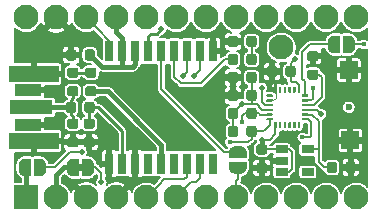
<source format=gbr>
%TF.GenerationSoftware,KiCad,Pcbnew,5.1.9+dfsg1-1~bpo10+1*%
%TF.CreationDate,Date%
%TF.ProjectId,POS,504f532e-6b69-4636-9164-5f7063625858,v3.4*%
%TF.SameCoordinates,Original*%
%TF.FileFunction,Copper,L1,Top*%
%TF.FilePolarity,Positive*%
%FSLAX46Y46*%
G04 Gerber Fmt 4.6, Leading zero omitted, Abs format (unit mm)*
G04 Created by KiCad*
%MOMM*%
%LPD*%
G01*
G04 APERTURE LIST*
%TA.AperFunction,EtchedComponent*%
%ADD10C,0.100000*%
%TD*%
%TA.AperFunction,ComponentPad*%
%ADD11R,2.100000X2.100000*%
%TD*%
%TA.AperFunction,ComponentPad*%
%ADD12C,2.100000*%
%TD*%
%TA.AperFunction,ComponentPad*%
%ADD13C,0.600000*%
%TD*%
%TA.AperFunction,SMDPad,CuDef*%
%ADD14R,1.060000X0.650000*%
%TD*%
%TA.AperFunction,SMDPad,CuDef*%
%ADD15C,0.100000*%
%TD*%
%TA.AperFunction,SMDPad,CuDef*%
%ADD16R,1.500000X1.500000*%
%TD*%
%TA.AperFunction,SMDPad,CuDef*%
%ADD17R,2.200000X1.050000*%
%TD*%
%TA.AperFunction,SMDPad,CuDef*%
%ADD18R,1.050000X1.000000*%
%TD*%
%TA.AperFunction,SMDPad,CuDef*%
%ADD19R,3.600000X1.270000*%
%TD*%
%TA.AperFunction,SMDPad,CuDef*%
%ADD20R,4.200000X1.350000*%
%TD*%
%TA.AperFunction,SMDPad,CuDef*%
%ADD21R,0.700000X1.800000*%
%TD*%
%TA.AperFunction,SMDPad,CuDef*%
%ADD22R,0.800000X1.800000*%
%TD*%
%TA.AperFunction,ViaPad*%
%ADD23C,0.500000*%
%TD*%
%TA.AperFunction,ViaPad*%
%ADD24C,0.450000*%
%TD*%
%TA.AperFunction,Conductor*%
%ADD25C,0.200000*%
%TD*%
%TA.AperFunction,Conductor*%
%ADD26C,0.100000*%
%TD*%
%TA.AperFunction,Conductor*%
%ADD27C,0.400000*%
%TD*%
%TA.AperFunction,Conductor*%
%ADD28C,0.250000*%
%TD*%
%TA.AperFunction,Conductor*%
%ADD29C,0.150000*%
%TD*%
G04 APERTURE END LIST*
D10*
%TO.C,JP3*%
G36*
X4322000Y2240000D02*
G01*
X4822000Y2240000D01*
X4822000Y2840000D01*
X4322000Y2840000D01*
X4322000Y2240000D01*
G37*
%TD*%
%TO.P,R5,2*%
%TO.N,SDA*%
%TA.AperFunction,SMDPad,CuDef*%
G36*
G01*
X18638000Y5331750D02*
X18638000Y5844250D01*
G75*
G02*
X18856750Y6063000I218750J0D01*
G01*
X19294250Y6063000D01*
G75*
G02*
X19513000Y5844250I0J-218750D01*
G01*
X19513000Y5331750D01*
G75*
G02*
X19294250Y5113000I-218750J0D01*
G01*
X18856750Y5113000D01*
G75*
G02*
X18638000Y5331750I0J218750D01*
G01*
G37*
%TD.AperFunction*%
%TO.P,R5,1*%
%TO.N,+3V3*%
%TA.AperFunction,SMDPad,CuDef*%
G36*
G01*
X17063000Y5331750D02*
X17063000Y5844250D01*
G75*
G02*
X17281750Y6063000I218750J0D01*
G01*
X17719250Y6063000D01*
G75*
G02*
X17938000Y5844250I0J-218750D01*
G01*
X17938000Y5331750D01*
G75*
G02*
X17719250Y5113000I-218750J0D01*
G01*
X17281750Y5113000D01*
G75*
G02*
X17063000Y5331750I0J218750D01*
G01*
G37*
%TD.AperFunction*%
%TD*%
%TO.P,R4,2*%
%TO.N,SCL*%
%TA.AperFunction,SMDPad,CuDef*%
G36*
G01*
X18638000Y6855750D02*
X18638000Y7368250D01*
G75*
G02*
X18856750Y7587000I218750J0D01*
G01*
X19294250Y7587000D01*
G75*
G02*
X19513000Y7368250I0J-218750D01*
G01*
X19513000Y6855750D01*
G75*
G02*
X19294250Y6637000I-218750J0D01*
G01*
X18856750Y6637000D01*
G75*
G02*
X18638000Y6855750I0J218750D01*
G01*
G37*
%TD.AperFunction*%
%TO.P,R4,1*%
%TO.N,+3V3*%
%TA.AperFunction,SMDPad,CuDef*%
G36*
G01*
X17063000Y6855750D02*
X17063000Y7368250D01*
G75*
G02*
X17281750Y7587000I218750J0D01*
G01*
X17719250Y7587000D01*
G75*
G02*
X17938000Y7368250I0J-218750D01*
G01*
X17938000Y6855750D01*
G75*
G02*
X17719250Y6637000I-218750J0D01*
G01*
X17281750Y6637000D01*
G75*
G02*
X17063000Y6855750I0J218750D01*
G01*
G37*
%TD.AperFunction*%
%TD*%
%TO.P,R3,2*%
%TO.N,Net-(R3-Pad2)*%
%TA.AperFunction,SMDPad,CuDef*%
G36*
G01*
X17938000Y11940250D02*
X17938000Y11427750D01*
G75*
G02*
X17719250Y11209000I-218750J0D01*
G01*
X17281750Y11209000D01*
G75*
G02*
X17063000Y11427750I0J218750D01*
G01*
X17063000Y11940250D01*
G75*
G02*
X17281750Y12159000I218750J0D01*
G01*
X17719250Y12159000D01*
G75*
G02*
X17938000Y11940250I0J-218750D01*
G01*
G37*
%TD.AperFunction*%
%TO.P,R3,1*%
%TO.N,Net-(D1-Pad2)*%
%TA.AperFunction,SMDPad,CuDef*%
G36*
G01*
X19513000Y11940250D02*
X19513000Y11427750D01*
G75*
G02*
X19294250Y11209000I-218750J0D01*
G01*
X18856750Y11209000D01*
G75*
G02*
X18638000Y11427750I0J218750D01*
G01*
X18638000Y11940250D01*
G75*
G02*
X18856750Y12159000I218750J0D01*
G01*
X19294250Y12159000D01*
G75*
G02*
X19513000Y11940250I0J-218750D01*
G01*
G37*
%TD.AperFunction*%
%TD*%
%TO.P,R2,2*%
%TO.N,Net-(C10-Pad1)*%
%TA.AperFunction,SMDPad,CuDef*%
G36*
G01*
X4922000Y7363750D02*
X4922000Y7876250D01*
G75*
G02*
X5140750Y8095000I218750J0D01*
G01*
X5578250Y8095000D01*
G75*
G02*
X5797000Y7876250I0J-218750D01*
G01*
X5797000Y7363750D01*
G75*
G02*
X5578250Y7145000I-218750J0D01*
G01*
X5140750Y7145000D01*
G75*
G02*
X4922000Y7363750I0J218750D01*
G01*
G37*
%TD.AperFunction*%
%TO.P,R2,1*%
%TO.N,Net-(C11-Pad1)*%
%TA.AperFunction,SMDPad,CuDef*%
G36*
G01*
X3347000Y7363750D02*
X3347000Y7876250D01*
G75*
G02*
X3565750Y8095000I218750J0D01*
G01*
X4003250Y8095000D01*
G75*
G02*
X4222000Y7876250I0J-218750D01*
G01*
X4222000Y7363750D01*
G75*
G02*
X4003250Y7145000I-218750J0D01*
G01*
X3565750Y7145000D01*
G75*
G02*
X3347000Y7363750I0J218750D01*
G01*
G37*
%TD.AperFunction*%
%TD*%
%TO.P,R1,2*%
%TO.N,Net-(R1-Pad2)*%
%TA.AperFunction,SMDPad,CuDef*%
G36*
G01*
X5204750Y9429000D02*
X5717250Y9429000D01*
G75*
G02*
X5936000Y9210250I0J-218750D01*
G01*
X5936000Y8772750D01*
G75*
G02*
X5717250Y8554000I-218750J0D01*
G01*
X5204750Y8554000D01*
G75*
G02*
X4986000Y8772750I0J218750D01*
G01*
X4986000Y9210250D01*
G75*
G02*
X5204750Y9429000I218750J0D01*
G01*
G37*
%TD.AperFunction*%
%TO.P,R1,1*%
%TO.N,Net-(L1-Pad1)*%
%TA.AperFunction,SMDPad,CuDef*%
G36*
G01*
X5204750Y11004000D02*
X5717250Y11004000D01*
G75*
G02*
X5936000Y10785250I0J-218750D01*
G01*
X5936000Y10347750D01*
G75*
G02*
X5717250Y10129000I-218750J0D01*
G01*
X5204750Y10129000D01*
G75*
G02*
X4986000Y10347750I0J218750D01*
G01*
X4986000Y10785250D01*
G75*
G02*
X5204750Y11004000I218750J0D01*
G01*
G37*
%TD.AperFunction*%
%TD*%
%TO.P,L1,2*%
%TO.N,Net-(C11-Pad1)*%
%TA.AperFunction,SMDPad,CuDef*%
G36*
G01*
X3680750Y9429000D02*
X4193250Y9429000D01*
G75*
G02*
X4412000Y9210250I0J-218750D01*
G01*
X4412000Y8772750D01*
G75*
G02*
X4193250Y8554000I-218750J0D01*
G01*
X3680750Y8554000D01*
G75*
G02*
X3462000Y8772750I0J218750D01*
G01*
X3462000Y9210250D01*
G75*
G02*
X3680750Y9429000I218750J0D01*
G01*
G37*
%TD.AperFunction*%
%TO.P,L1,1*%
%TO.N,Net-(L1-Pad1)*%
%TA.AperFunction,SMDPad,CuDef*%
G36*
G01*
X3680750Y11004000D02*
X4193250Y11004000D01*
G75*
G02*
X4412000Y10785250I0J-218750D01*
G01*
X4412000Y10347750D01*
G75*
G02*
X4193250Y10129000I-218750J0D01*
G01*
X3680750Y10129000D01*
G75*
G02*
X3462000Y10347750I0J218750D01*
G01*
X3462000Y10785250D01*
G75*
G02*
X3680750Y11004000I218750J0D01*
G01*
G37*
%TD.AperFunction*%
%TD*%
%TO.P,C11,2*%
%TO.N,GND*%
%TA.AperFunction,SMDPad,CuDef*%
G36*
G01*
X3680750Y5111000D02*
X4193250Y5111000D01*
G75*
G02*
X4412000Y4892250I0J-218750D01*
G01*
X4412000Y4454750D01*
G75*
G02*
X4193250Y4236000I-218750J0D01*
G01*
X3680750Y4236000D01*
G75*
G02*
X3462000Y4454750I0J218750D01*
G01*
X3462000Y4892250D01*
G75*
G02*
X3680750Y5111000I218750J0D01*
G01*
G37*
%TD.AperFunction*%
%TO.P,C11,1*%
%TO.N,Net-(C11-Pad1)*%
%TA.AperFunction,SMDPad,CuDef*%
G36*
G01*
X3680750Y6686000D02*
X4193250Y6686000D01*
G75*
G02*
X4412000Y6467250I0J-218750D01*
G01*
X4412000Y6029750D01*
G75*
G02*
X4193250Y5811000I-218750J0D01*
G01*
X3680750Y5811000D01*
G75*
G02*
X3462000Y6029750I0J218750D01*
G01*
X3462000Y6467250D01*
G75*
G02*
X3680750Y6686000I218750J0D01*
G01*
G37*
%TD.AperFunction*%
%TD*%
%TO.P,C10,2*%
%TO.N,GND*%
%TA.AperFunction,SMDPad,CuDef*%
G36*
G01*
X5077750Y5111000D02*
X5590250Y5111000D01*
G75*
G02*
X5809000Y4892250I0J-218750D01*
G01*
X5809000Y4454750D01*
G75*
G02*
X5590250Y4236000I-218750J0D01*
G01*
X5077750Y4236000D01*
G75*
G02*
X4859000Y4454750I0J218750D01*
G01*
X4859000Y4892250D01*
G75*
G02*
X5077750Y5111000I218750J0D01*
G01*
G37*
%TD.AperFunction*%
%TO.P,C10,1*%
%TO.N,Net-(C10-Pad1)*%
%TA.AperFunction,SMDPad,CuDef*%
G36*
G01*
X5077750Y6686000D02*
X5590250Y6686000D01*
G75*
G02*
X5809000Y6467250I0J-218750D01*
G01*
X5809000Y6029750D01*
G75*
G02*
X5590250Y5811000I-218750J0D01*
G01*
X5077750Y5811000D01*
G75*
G02*
X4859000Y6029750I0J218750D01*
G01*
X4859000Y6467250D01*
G75*
G02*
X5077750Y6686000I218750J0D01*
G01*
G37*
%TD.AperFunction*%
%TD*%
%TO.P,C9,2*%
%TO.N,GND*%
%TA.AperFunction,SMDPad,CuDef*%
G36*
G01*
X4245000Y12321250D02*
X4245000Y11808750D01*
G75*
G02*
X4026250Y11590000I-218750J0D01*
G01*
X3588750Y11590000D01*
G75*
G02*
X3370000Y11808750I0J218750D01*
G01*
X3370000Y12321250D01*
G75*
G02*
X3588750Y12540000I218750J0D01*
G01*
X4026250Y12540000D01*
G75*
G02*
X4245000Y12321250I0J-218750D01*
G01*
G37*
%TD.AperFunction*%
%TO.P,C9,1*%
%TO.N,+3V3*%
%TA.AperFunction,SMDPad,CuDef*%
G36*
G01*
X5820000Y12321250D02*
X5820000Y11808750D01*
G75*
G02*
X5601250Y11590000I-218750J0D01*
G01*
X5163750Y11590000D01*
G75*
G02*
X4945000Y11808750I0J218750D01*
G01*
X4945000Y12321250D01*
G75*
G02*
X5163750Y12540000I218750J0D01*
G01*
X5601250Y12540000D01*
G75*
G02*
X5820000Y12321250I0J-218750D01*
G01*
G37*
%TD.AperFunction*%
%TD*%
%TO.P,C7,2*%
%TO.N,GND*%
%TA.AperFunction,SMDPad,CuDef*%
G36*
G01*
X21240000Y10924250D02*
X21240000Y10411750D01*
G75*
G02*
X21021250Y10193000I-218750J0D01*
G01*
X20583750Y10193000D01*
G75*
G02*
X20365000Y10411750I0J218750D01*
G01*
X20365000Y10924250D01*
G75*
G02*
X20583750Y11143000I218750J0D01*
G01*
X21021250Y11143000D01*
G75*
G02*
X21240000Y10924250I0J-218750D01*
G01*
G37*
%TD.AperFunction*%
%TO.P,C7,1*%
%TO.N,+3V3*%
%TA.AperFunction,SMDPad,CuDef*%
G36*
G01*
X22815000Y10924250D02*
X22815000Y10411750D01*
G75*
G02*
X22596250Y10193000I-218750J0D01*
G01*
X22158750Y10193000D01*
G75*
G02*
X21940000Y10411750I0J218750D01*
G01*
X21940000Y10924250D01*
G75*
G02*
X22158750Y11143000I218750J0D01*
G01*
X22596250Y11143000D01*
G75*
G02*
X22815000Y10924250I0J-218750D01*
G01*
G37*
%TD.AperFunction*%
%TD*%
%TO.P,C6,2*%
%TO.N,GND*%
%TA.AperFunction,SMDPad,CuDef*%
G36*
G01*
X17938000Y10416250D02*
X17938000Y9903750D01*
G75*
G02*
X17719250Y9685000I-218750J0D01*
G01*
X17281750Y9685000D01*
G75*
G02*
X17063000Y9903750I0J218750D01*
G01*
X17063000Y10416250D01*
G75*
G02*
X17281750Y10635000I218750J0D01*
G01*
X17719250Y10635000D01*
G75*
G02*
X17938000Y10416250I0J-218750D01*
G01*
G37*
%TD.AperFunction*%
%TO.P,C6,1*%
%TO.N,+3V3*%
%TA.AperFunction,SMDPad,CuDef*%
G36*
G01*
X19513000Y10416250D02*
X19513000Y9903750D01*
G75*
G02*
X19294250Y9685000I-218750J0D01*
G01*
X18856750Y9685000D01*
G75*
G02*
X18638000Y9903750I0J218750D01*
G01*
X18638000Y10416250D01*
G75*
G02*
X18856750Y10635000I218750J0D01*
G01*
X19294250Y10635000D01*
G75*
G02*
X19513000Y10416250I0J-218750D01*
G01*
G37*
%TD.AperFunction*%
%TD*%
%TO.P,C5,2*%
%TO.N,GND*%
%TA.AperFunction,SMDPad,CuDef*%
G36*
G01*
X24513250Y11526000D02*
X24000750Y11526000D01*
G75*
G02*
X23782000Y11744750I0J218750D01*
G01*
X23782000Y12182250D01*
G75*
G02*
X24000750Y12401000I218750J0D01*
G01*
X24513250Y12401000D01*
G75*
G02*
X24732000Y12182250I0J-218750D01*
G01*
X24732000Y11744750D01*
G75*
G02*
X24513250Y11526000I-218750J0D01*
G01*
G37*
%TD.AperFunction*%
%TO.P,C5,1*%
%TO.N,Net-(C5-Pad1)*%
%TA.AperFunction,SMDPad,CuDef*%
G36*
G01*
X24513250Y9951000D02*
X24000750Y9951000D01*
G75*
G02*
X23782000Y10169750I0J218750D01*
G01*
X23782000Y10607250D01*
G75*
G02*
X24000750Y10826000I218750J0D01*
G01*
X24513250Y10826000D01*
G75*
G02*
X24732000Y10607250I0J-218750D01*
G01*
X24732000Y10169750D01*
G75*
G02*
X24513250Y9951000I-218750J0D01*
G01*
G37*
%TD.AperFunction*%
%TD*%
%TO.P,C3,2*%
%TO.N,GND*%
%TA.AperFunction,SMDPad,CuDef*%
G36*
G01*
X27020000Y2283750D02*
X27020000Y2796250D01*
G75*
G02*
X27238750Y3015000I218750J0D01*
G01*
X27676250Y3015000D01*
G75*
G02*
X27895000Y2796250I0J-218750D01*
G01*
X27895000Y2283750D01*
G75*
G02*
X27676250Y2065000I-218750J0D01*
G01*
X27238750Y2065000D01*
G75*
G02*
X27020000Y2283750I0J218750D01*
G01*
G37*
%TD.AperFunction*%
%TO.P,C3,1*%
%TO.N,+1V8*%
%TA.AperFunction,SMDPad,CuDef*%
G36*
G01*
X25445000Y2283750D02*
X25445000Y2796250D01*
G75*
G02*
X25663750Y3015000I218750J0D01*
G01*
X26101250Y3015000D01*
G75*
G02*
X26320000Y2796250I0J-218750D01*
G01*
X26320000Y2283750D01*
G75*
G02*
X26101250Y2065000I-218750J0D01*
G01*
X25663750Y2065000D01*
G75*
G02*
X25445000Y2283750I0J218750D01*
G01*
G37*
%TD.AperFunction*%
%TD*%
%TO.P,C2,2*%
%TO.N,GND*%
%TA.AperFunction,SMDPad,CuDef*%
G36*
G01*
X17938000Y8892250D02*
X17938000Y8379750D01*
G75*
G02*
X17719250Y8161000I-218750J0D01*
G01*
X17281750Y8161000D01*
G75*
G02*
X17063000Y8379750I0J218750D01*
G01*
X17063000Y8892250D01*
G75*
G02*
X17281750Y9111000I218750J0D01*
G01*
X17719250Y9111000D01*
G75*
G02*
X17938000Y8892250I0J-218750D01*
G01*
G37*
%TD.AperFunction*%
%TO.P,C2,1*%
%TO.N,+3V3*%
%TA.AperFunction,SMDPad,CuDef*%
G36*
G01*
X19513000Y8892250D02*
X19513000Y8379750D01*
G75*
G02*
X19294250Y8161000I-218750J0D01*
G01*
X18856750Y8161000D01*
G75*
G02*
X18638000Y8379750I0J218750D01*
G01*
X18638000Y8892250D01*
G75*
G02*
X18856750Y9111000I218750J0D01*
G01*
X19294250Y9111000D01*
G75*
G02*
X19513000Y8892250I0J-218750D01*
G01*
G37*
%TD.AperFunction*%
%TD*%
D11*
%TO.P,A1,1*%
%TO.N,RXD*%
X0Y0D03*
D12*
%TO.P,A1,2*%
%TO.N,TXD*%
X2540000Y0D03*
%TO.P,A1,3*%
%TO.N,GND*%
X5080000Y0D03*
%TO.P,A1,13*%
%TO.N,Net-(A1-Pad13)*%
X27940000Y15240000D03*
%TO.P,A1,4*%
%TO.N,GND*%
X7620000Y0D03*
%TO.P,A1,14*%
%TO.N,Net-(A1-Pad14)*%
X25400000Y15240000D03*
%TO.P,A1,5*%
%TO.N,SDA*%
X10160000Y0D03*
%TO.P,A1,15*%
%TO.N,Net-(A1-Pad15)*%
X22860000Y15240000D03*
%TO.P,A1,6*%
%TO.N,SCL*%
X12700000Y0D03*
%TO.P,A1,16*%
%TO.N,Net-(A1-Pad16)*%
X20320000Y15240000D03*
%TO.P,A1,7*%
%TO.N,Net-(A1-Pad7)*%
X15240000Y0D03*
%TO.P,A1,17*%
%TO.N,Net-(A1-Pad17)*%
X17780000Y15240000D03*
%TO.P,A1,8*%
%TO.N,PWM*%
X17780000Y0D03*
%TO.P,A1,18*%
%TO.N,Net-(A1-Pad18)*%
X15240000Y15240000D03*
%TO.P,A1,9*%
%TO.N,Net-(A1-Pad9)*%
X20320000Y0D03*
%TO.P,A1,19*%
%TO.N,Net-(A1-Pad19)*%
X12700000Y15240000D03*
%TO.P,A1,10*%
%TO.N,INT*%
X22860000Y0D03*
%TO.P,A1,20*%
%TO.N,Net-(A1-Pad20)*%
X10160000Y15240000D03*
%TO.P,A1,11*%
%TO.N,Net-(A1-Pad11)*%
X25400000Y0D03*
%TO.P,A1,21*%
%TO.N,+3V3*%
X7620000Y15240000D03*
%TO.P,A1,12*%
%TO.N,Net-(A1-Pad12)*%
X27940000Y0D03*
%TO.P,A1,22*%
%TO.N,~RST*%
X5080000Y15240000D03*
%TO.P,A1,23*%
%TO.N,GND*%
X2540000Y15240000D03*
%TO.P,A1,24*%
%TO.N,+5V*%
X0Y15240000D03*
%TD*%
D13*
%TO.P,H2,*%
%TO.N,*%
X27305000Y7620000D03*
%TD*%
D14*
%TO.P,U2,5*%
%TO.N,+1V8*%
X23833000Y4064000D03*
%TO.P,U2,4*%
%TO.N,Net-(U2-Pad4)*%
X23833000Y2164000D03*
%TO.P,U2,3*%
%TO.N,+3V3*%
X21633000Y2164000D03*
%TO.P,U2,2*%
%TO.N,GND*%
X21633000Y3114000D03*
%TO.P,U2,1*%
%TO.N,+3V3*%
X21633000Y4064000D03*
%TD*%
D12*
%TO.P,TP4,1*%
%TO.N,Net-(TP4-Pad1)*%
X21590000Y12700000D03*
%TD*%
%TA.AperFunction,SMDPad,CuDef*%
D15*
%TO.P,JP1,2*%
%TO.N,INT*%
G36*
X27320000Y13703398D02*
G01*
X27344534Y13703398D01*
X27393365Y13698588D01*
X27441490Y13689016D01*
X27488445Y13674772D01*
X27533778Y13655995D01*
X27577051Y13632864D01*
X27617850Y13605604D01*
X27655779Y13574476D01*
X27690476Y13539779D01*
X27721604Y13501850D01*
X27748864Y13461051D01*
X27771995Y13417778D01*
X27790772Y13372445D01*
X27805016Y13325490D01*
X27814588Y13277365D01*
X27819398Y13228534D01*
X27819398Y13204000D01*
X27820000Y13204000D01*
X27820000Y12704000D01*
X27819398Y12704000D01*
X27819398Y12679466D01*
X27814588Y12630635D01*
X27805016Y12582510D01*
X27790772Y12535555D01*
X27771995Y12490222D01*
X27748864Y12446949D01*
X27721604Y12406150D01*
X27690476Y12368221D01*
X27655779Y12333524D01*
X27617850Y12302396D01*
X27577051Y12275136D01*
X27533778Y12252005D01*
X27488445Y12233228D01*
X27441490Y12218984D01*
X27393365Y12209412D01*
X27344534Y12204602D01*
X27320000Y12204602D01*
X27320000Y12204000D01*
X26820000Y12204000D01*
X26820000Y13704000D01*
X27320000Y13704000D01*
X27320000Y13703398D01*
G37*
%TD.AperFunction*%
%TA.AperFunction,SMDPad,CuDef*%
%TO.P,JP1,1*%
%TO.N,Net-(JP1-Pad1)*%
G36*
X26520000Y12204000D02*
G01*
X26020000Y12204000D01*
X26020000Y12204602D01*
X25995466Y12204602D01*
X25946635Y12209412D01*
X25898510Y12218984D01*
X25851555Y12233228D01*
X25806222Y12252005D01*
X25762949Y12275136D01*
X25722150Y12302396D01*
X25684221Y12333524D01*
X25649524Y12368221D01*
X25618396Y12406150D01*
X25591136Y12446949D01*
X25568005Y12490222D01*
X25549228Y12535555D01*
X25534984Y12582510D01*
X25525412Y12630635D01*
X25520602Y12679466D01*
X25520602Y12704000D01*
X25520000Y12704000D01*
X25520000Y13204000D01*
X25520602Y13204000D01*
X25520602Y13228534D01*
X25525412Y13277365D01*
X25534984Y13325490D01*
X25549228Y13372445D01*
X25568005Y13417778D01*
X25591136Y13461051D01*
X25618396Y13501850D01*
X25649524Y13539779D01*
X25684221Y13574476D01*
X25722150Y13605604D01*
X25762949Y13632864D01*
X25806222Y13655995D01*
X25851555Y13674772D01*
X25898510Y13689016D01*
X25946635Y13698588D01*
X25995466Y13703398D01*
X26020000Y13703398D01*
X26020000Y13704000D01*
X26520000Y13704000D01*
X26520000Y12204000D01*
G37*
%TD.AperFunction*%
%TD*%
%TA.AperFunction,SMDPad,CuDef*%
%TO.P,JP3,1*%
%TO.N,Net-(JP3-Pad1)*%
G36*
X4722000Y3290000D02*
G01*
X5222000Y3290000D01*
X5222000Y3289398D01*
X5246534Y3289398D01*
X5295365Y3284588D01*
X5343490Y3275016D01*
X5390445Y3260772D01*
X5435778Y3241995D01*
X5479051Y3218864D01*
X5519850Y3191604D01*
X5557779Y3160476D01*
X5592476Y3125779D01*
X5623604Y3087850D01*
X5650864Y3047051D01*
X5673995Y3003778D01*
X5692772Y2958445D01*
X5707016Y2911490D01*
X5716588Y2863365D01*
X5721398Y2814534D01*
X5721398Y2790000D01*
X5722000Y2790000D01*
X5722000Y2290000D01*
X5721398Y2290000D01*
X5721398Y2265466D01*
X5716588Y2216635D01*
X5707016Y2168510D01*
X5692772Y2121555D01*
X5673995Y2076222D01*
X5650864Y2032949D01*
X5623604Y1992150D01*
X5592476Y1954221D01*
X5557779Y1919524D01*
X5519850Y1888396D01*
X5479051Y1861136D01*
X5435778Y1838005D01*
X5390445Y1819228D01*
X5343490Y1804984D01*
X5295365Y1795412D01*
X5246534Y1790602D01*
X5222000Y1790602D01*
X5222000Y1790000D01*
X4722000Y1790000D01*
X4722000Y3290000D01*
G37*
%TD.AperFunction*%
%TA.AperFunction,SMDPad,CuDef*%
%TO.P,JP3,2*%
%TO.N,TXD*%
G36*
X3922000Y1790602D02*
G01*
X3897466Y1790602D01*
X3848635Y1795412D01*
X3800510Y1804984D01*
X3753555Y1819228D01*
X3708222Y1838005D01*
X3664949Y1861136D01*
X3624150Y1888396D01*
X3586221Y1919524D01*
X3551524Y1954221D01*
X3520396Y1992150D01*
X3493136Y2032949D01*
X3470005Y2076222D01*
X3451228Y2121555D01*
X3436984Y2168510D01*
X3427412Y2216635D01*
X3422602Y2265466D01*
X3422602Y2290000D01*
X3422000Y2290000D01*
X3422000Y2790000D01*
X3422602Y2790000D01*
X3422602Y2814534D01*
X3427412Y2863365D01*
X3436984Y2911490D01*
X3451228Y2958445D01*
X3470005Y3003778D01*
X3493136Y3047051D01*
X3520396Y3087850D01*
X3551524Y3125779D01*
X3586221Y3160476D01*
X3624150Y3191604D01*
X3664949Y3218864D01*
X3708222Y3241995D01*
X3753555Y3260772D01*
X3800510Y3275016D01*
X3848635Y3284588D01*
X3897466Y3289398D01*
X3922000Y3289398D01*
X3922000Y3290000D01*
X4422000Y3290000D01*
X4422000Y1790000D01*
X3922000Y1790000D01*
X3922000Y1790602D01*
G37*
%TD.AperFunction*%
%TD*%
%TA.AperFunction,SMDPad,CuDef*%
%TO.P,JP4,2*%
%TO.N,Net-(JP4-Pad2)*%
G36*
X17157602Y3825000D02*
G01*
X17157602Y3849534D01*
X17162412Y3898365D01*
X17171984Y3946490D01*
X17186228Y3993445D01*
X17205005Y4038778D01*
X17228136Y4082051D01*
X17255396Y4122850D01*
X17286524Y4160779D01*
X17321221Y4195476D01*
X17359150Y4226604D01*
X17399949Y4253864D01*
X17443222Y4276995D01*
X17488555Y4295772D01*
X17535510Y4310016D01*
X17583635Y4319588D01*
X17632466Y4324398D01*
X17657000Y4324398D01*
X17657000Y4325000D01*
X18157000Y4325000D01*
X18157000Y4324398D01*
X18181534Y4324398D01*
X18230365Y4319588D01*
X18278490Y4310016D01*
X18325445Y4295772D01*
X18370778Y4276995D01*
X18414051Y4253864D01*
X18454850Y4226604D01*
X18492779Y4195476D01*
X18527476Y4160779D01*
X18558604Y4122850D01*
X18585864Y4082051D01*
X18608995Y4038778D01*
X18627772Y3993445D01*
X18642016Y3946490D01*
X18651588Y3898365D01*
X18656398Y3849534D01*
X18656398Y3825000D01*
X18657000Y3825000D01*
X18657000Y3325000D01*
X17157000Y3325000D01*
X17157000Y3825000D01*
X17157602Y3825000D01*
G37*
%TD.AperFunction*%
%TA.AperFunction,SMDPad,CuDef*%
%TO.P,JP4,1*%
%TO.N,PWM*%
G36*
X18657000Y3025000D02*
G01*
X18657000Y2525000D01*
X18656398Y2525000D01*
X18656398Y2500466D01*
X18651588Y2451635D01*
X18642016Y2403510D01*
X18627772Y2356555D01*
X18608995Y2311222D01*
X18585864Y2267949D01*
X18558604Y2227150D01*
X18527476Y2189221D01*
X18492779Y2154524D01*
X18454850Y2123396D01*
X18414051Y2096136D01*
X18370778Y2073005D01*
X18325445Y2054228D01*
X18278490Y2039984D01*
X18230365Y2030412D01*
X18181534Y2025602D01*
X18157000Y2025602D01*
X18157000Y2025000D01*
X17657000Y2025000D01*
X17657000Y2025602D01*
X17632466Y2025602D01*
X17583635Y2030412D01*
X17535510Y2039984D01*
X17488555Y2054228D01*
X17443222Y2073005D01*
X17399949Y2096136D01*
X17359150Y2123396D01*
X17321221Y2154524D01*
X17286524Y2189221D01*
X17255396Y2227150D01*
X17228136Y2267949D01*
X17205005Y2311222D01*
X17186228Y2356555D01*
X17171984Y2403510D01*
X17162412Y2451635D01*
X17157602Y2500466D01*
X17157602Y2525000D01*
X17157000Y2525000D01*
X17157000Y3025000D01*
X18657000Y3025000D01*
G37*
%TD.AperFunction*%
%TD*%
D16*
%TO.P,TP6,1*%
%TO.N,GND*%
X27432000Y4826000D03*
%TD*%
%TO.P,TP5,1*%
%TO.N,GND*%
X27305000Y10795000D03*
%TD*%
%TO.P,U1,1*%
%TO.N,+3V3*%
%TA.AperFunction,SMDPad,CuDef*%
G36*
G01*
X21148000Y5845000D02*
X21048000Y5845000D01*
G75*
G02*
X20998000Y5895000I0J50000D01*
G01*
X20998000Y6345000D01*
G75*
G02*
X21048000Y6395000I50000J0D01*
G01*
X21148000Y6395000D01*
G75*
G02*
X21198000Y6345000I0J-50000D01*
G01*
X21198000Y5895000D01*
G75*
G02*
X21148000Y5845000I-50000J0D01*
G01*
G37*
%TD.AperFunction*%
%TO.P,U1,2*%
%TO.N,N/C*%
%TA.AperFunction,SMDPad,CuDef*%
G36*
G01*
X21548000Y5845000D02*
X21448000Y5845000D01*
G75*
G02*
X21398000Y5895000I0J50000D01*
G01*
X21398000Y6345000D01*
G75*
G02*
X21448000Y6395000I50000J0D01*
G01*
X21548000Y6395000D01*
G75*
G02*
X21598000Y6345000I0J-50000D01*
G01*
X21598000Y5895000D01*
G75*
G02*
X21548000Y5845000I-50000J0D01*
G01*
G37*
%TD.AperFunction*%
%TO.P,U1,3*%
%TA.AperFunction,SMDPad,CuDef*%
G36*
G01*
X21948000Y5845000D02*
X21848000Y5845000D01*
G75*
G02*
X21798000Y5895000I0J50000D01*
G01*
X21798000Y6345000D01*
G75*
G02*
X21848000Y6395000I50000J0D01*
G01*
X21948000Y6395000D01*
G75*
G02*
X21998000Y6345000I0J-50000D01*
G01*
X21998000Y5895000D01*
G75*
G02*
X21948000Y5845000I-50000J0D01*
G01*
G37*
%TD.AperFunction*%
%TO.P,U1,4*%
%TA.AperFunction,SMDPad,CuDef*%
G36*
G01*
X22348000Y5845000D02*
X22248000Y5845000D01*
G75*
G02*
X22198000Y5895000I0J50000D01*
G01*
X22198000Y6345000D01*
G75*
G02*
X22248000Y6395000I50000J0D01*
G01*
X22348000Y6395000D01*
G75*
G02*
X22398000Y6345000I0J-50000D01*
G01*
X22398000Y5895000D01*
G75*
G02*
X22348000Y5845000I-50000J0D01*
G01*
G37*
%TD.AperFunction*%
%TO.P,U1,5*%
%TA.AperFunction,SMDPad,CuDef*%
G36*
G01*
X22748000Y5845000D02*
X22648000Y5845000D01*
G75*
G02*
X22598000Y5895000I0J50000D01*
G01*
X22598000Y6345000D01*
G75*
G02*
X22648000Y6395000I50000J0D01*
G01*
X22748000Y6395000D01*
G75*
G02*
X22798000Y6345000I0J-50000D01*
G01*
X22798000Y5895000D01*
G75*
G02*
X22748000Y5845000I-50000J0D01*
G01*
G37*
%TD.AperFunction*%
%TO.P,U1,6*%
%TA.AperFunction,SMDPad,CuDef*%
G36*
G01*
X23148000Y5845000D02*
X23048000Y5845000D01*
G75*
G02*
X22998000Y5895000I0J50000D01*
G01*
X22998000Y6345000D01*
G75*
G02*
X23048000Y6395000I50000J0D01*
G01*
X23148000Y6395000D01*
G75*
G02*
X23198000Y6345000I0J-50000D01*
G01*
X23198000Y5895000D01*
G75*
G02*
X23148000Y5845000I-50000J0D01*
G01*
G37*
%TD.AperFunction*%
%TO.P,U1,7*%
%TO.N,Net-(TP2-Pad1)*%
%TA.AperFunction,SMDPad,CuDef*%
G36*
G01*
X23873000Y6670000D02*
X23873000Y6570000D01*
G75*
G02*
X23823000Y6520000I-50000J0D01*
G01*
X23373000Y6520000D01*
G75*
G02*
X23323000Y6570000I0J50000D01*
G01*
X23323000Y6670000D01*
G75*
G02*
X23373000Y6720000I50000J0D01*
G01*
X23823000Y6720000D01*
G75*
G02*
X23873000Y6670000I0J-50000D01*
G01*
G37*
%TD.AperFunction*%
%TO.P,U1,8*%
%TO.N,+1V8*%
%TA.AperFunction,SMDPad,CuDef*%
G36*
G01*
X23873000Y7070000D02*
X23873000Y6970000D01*
G75*
G02*
X23823000Y6920000I-50000J0D01*
G01*
X23373000Y6920000D01*
G75*
G02*
X23323000Y6970000I0J50000D01*
G01*
X23323000Y7070000D01*
G75*
G02*
X23373000Y7120000I50000J0D01*
G01*
X23823000Y7120000D01*
G75*
G02*
X23873000Y7070000I0J-50000D01*
G01*
G37*
%TD.AperFunction*%
%TO.P,U1,9*%
%TO.N,+3V3*%
%TA.AperFunction,SMDPad,CuDef*%
G36*
G01*
X23873000Y7470000D02*
X23873000Y7370000D01*
G75*
G02*
X23823000Y7320000I-50000J0D01*
G01*
X23373000Y7320000D01*
G75*
G02*
X23323000Y7370000I0J50000D01*
G01*
X23323000Y7470000D01*
G75*
G02*
X23373000Y7520000I50000J0D01*
G01*
X23823000Y7520000D01*
G75*
G02*
X23873000Y7470000I0J-50000D01*
G01*
G37*
%TD.AperFunction*%
%TO.P,U1,10*%
%TO.N,Net-(C5-Pad1)*%
%TA.AperFunction,SMDPad,CuDef*%
G36*
G01*
X23873000Y7870000D02*
X23873000Y7770000D01*
G75*
G02*
X23823000Y7720000I-50000J0D01*
G01*
X23373000Y7720000D01*
G75*
G02*
X23323000Y7770000I0J50000D01*
G01*
X23323000Y7870000D01*
G75*
G02*
X23373000Y7920000I50000J0D01*
G01*
X23823000Y7920000D01*
G75*
G02*
X23873000Y7870000I0J-50000D01*
G01*
G37*
%TD.AperFunction*%
%TO.P,U1,11*%
%TO.N,Net-(TP3-Pad1)*%
%TA.AperFunction,SMDPad,CuDef*%
G36*
G01*
X23873000Y8270000D02*
X23873000Y8170000D01*
G75*
G02*
X23823000Y8120000I-50000J0D01*
G01*
X23373000Y8120000D01*
G75*
G02*
X23323000Y8170000I0J50000D01*
G01*
X23323000Y8270000D01*
G75*
G02*
X23373000Y8320000I50000J0D01*
G01*
X23823000Y8320000D01*
G75*
G02*
X23873000Y8270000I0J-50000D01*
G01*
G37*
%TD.AperFunction*%
%TO.P,U1,12*%
%TO.N,Net-(JP1-Pad1)*%
%TA.AperFunction,SMDPad,CuDef*%
G36*
G01*
X23873000Y8670000D02*
X23873000Y8570000D01*
G75*
G02*
X23823000Y8520000I-50000J0D01*
G01*
X23373000Y8520000D01*
G75*
G02*
X23323000Y8570000I0J50000D01*
G01*
X23323000Y8670000D01*
G75*
G02*
X23373000Y8720000I50000J0D01*
G01*
X23823000Y8720000D01*
G75*
G02*
X23873000Y8670000I0J-50000D01*
G01*
G37*
%TD.AperFunction*%
%TO.P,U1,13*%
%TO.N,+3V3*%
%TA.AperFunction,SMDPad,CuDef*%
G36*
G01*
X23148000Y8845000D02*
X23048000Y8845000D01*
G75*
G02*
X22998000Y8895000I0J50000D01*
G01*
X22998000Y9345000D01*
G75*
G02*
X23048000Y9395000I50000J0D01*
G01*
X23148000Y9395000D01*
G75*
G02*
X23198000Y9345000I0J-50000D01*
G01*
X23198000Y8895000D01*
G75*
G02*
X23148000Y8845000I-50000J0D01*
G01*
G37*
%TD.AperFunction*%
%TO.P,U1,14*%
%TO.N,N/C*%
%TA.AperFunction,SMDPad,CuDef*%
G36*
G01*
X22748000Y8845000D02*
X22648000Y8845000D01*
G75*
G02*
X22598000Y8895000I0J50000D01*
G01*
X22598000Y9345000D01*
G75*
G02*
X22648000Y9395000I50000J0D01*
G01*
X22748000Y9395000D01*
G75*
G02*
X22798000Y9345000I0J-50000D01*
G01*
X22798000Y8895000D01*
G75*
G02*
X22748000Y8845000I-50000J0D01*
G01*
G37*
%TD.AperFunction*%
%TO.P,U1,15*%
%TA.AperFunction,SMDPad,CuDef*%
G36*
G01*
X22348000Y8845000D02*
X22248000Y8845000D01*
G75*
G02*
X22198000Y8895000I0J50000D01*
G01*
X22198000Y9345000D01*
G75*
G02*
X22248000Y9395000I50000J0D01*
G01*
X22348000Y9395000D01*
G75*
G02*
X22398000Y9345000I0J-50000D01*
G01*
X22398000Y8895000D01*
G75*
G02*
X22348000Y8845000I-50000J0D01*
G01*
G37*
%TD.AperFunction*%
%TO.P,U1,16*%
%TA.AperFunction,SMDPad,CuDef*%
G36*
G01*
X21948000Y8845000D02*
X21848000Y8845000D01*
G75*
G02*
X21798000Y8895000I0J50000D01*
G01*
X21798000Y9345000D01*
G75*
G02*
X21848000Y9395000I50000J0D01*
G01*
X21948000Y9395000D01*
G75*
G02*
X21998000Y9345000I0J-50000D01*
G01*
X21998000Y8895000D01*
G75*
G02*
X21948000Y8845000I-50000J0D01*
G01*
G37*
%TD.AperFunction*%
%TO.P,U1,17*%
%TA.AperFunction,SMDPad,CuDef*%
G36*
G01*
X21548000Y8845000D02*
X21448000Y8845000D01*
G75*
G02*
X21398000Y8895000I0J50000D01*
G01*
X21398000Y9345000D01*
G75*
G02*
X21448000Y9395000I50000J0D01*
G01*
X21548000Y9395000D01*
G75*
G02*
X21598000Y9345000I0J-50000D01*
G01*
X21598000Y8895000D01*
G75*
G02*
X21548000Y8845000I-50000J0D01*
G01*
G37*
%TD.AperFunction*%
%TO.P,U1,18*%
%TO.N,GND*%
%TA.AperFunction,SMDPad,CuDef*%
G36*
G01*
X21148000Y8845000D02*
X21048000Y8845000D01*
G75*
G02*
X20998000Y8895000I0J50000D01*
G01*
X20998000Y9345000D01*
G75*
G02*
X21048000Y9395000I50000J0D01*
G01*
X21148000Y9395000D01*
G75*
G02*
X21198000Y9345000I0J-50000D01*
G01*
X21198000Y8895000D01*
G75*
G02*
X21148000Y8845000I-50000J0D01*
G01*
G37*
%TD.AperFunction*%
%TO.P,U1,19*%
%TO.N,N/C*%
%TA.AperFunction,SMDPad,CuDef*%
G36*
G01*
X20873000Y8670000D02*
X20873000Y8570000D01*
G75*
G02*
X20823000Y8520000I-50000J0D01*
G01*
X20373000Y8520000D01*
G75*
G02*
X20323000Y8570000I0J50000D01*
G01*
X20323000Y8670000D01*
G75*
G02*
X20373000Y8720000I50000J0D01*
G01*
X20823000Y8720000D01*
G75*
G02*
X20873000Y8670000I0J-50000D01*
G01*
G37*
%TD.AperFunction*%
%TO.P,U1,20*%
%TO.N,GND*%
%TA.AperFunction,SMDPad,CuDef*%
G36*
G01*
X20873000Y8270000D02*
X20873000Y8170000D01*
G75*
G02*
X20823000Y8120000I-50000J0D01*
G01*
X20373000Y8120000D01*
G75*
G02*
X20323000Y8170000I0J50000D01*
G01*
X20323000Y8270000D01*
G75*
G02*
X20373000Y8320000I50000J0D01*
G01*
X20823000Y8320000D01*
G75*
G02*
X20873000Y8270000I0J-50000D01*
G01*
G37*
%TD.AperFunction*%
%TO.P,U1,21*%
%TO.N,Net-(TP1-Pad1)*%
%TA.AperFunction,SMDPad,CuDef*%
G36*
G01*
X20873000Y7870000D02*
X20873000Y7770000D01*
G75*
G02*
X20823000Y7720000I-50000J0D01*
G01*
X20373000Y7720000D01*
G75*
G02*
X20323000Y7770000I0J50000D01*
G01*
X20323000Y7870000D01*
G75*
G02*
X20373000Y7920000I50000J0D01*
G01*
X20823000Y7920000D01*
G75*
G02*
X20873000Y7870000I0J-50000D01*
G01*
G37*
%TD.AperFunction*%
%TO.P,U1,22*%
%TO.N,+3V3*%
%TA.AperFunction,SMDPad,CuDef*%
G36*
G01*
X20873000Y7470000D02*
X20873000Y7370000D01*
G75*
G02*
X20823000Y7320000I-50000J0D01*
G01*
X20373000Y7320000D01*
G75*
G02*
X20323000Y7370000I0J50000D01*
G01*
X20323000Y7470000D01*
G75*
G02*
X20373000Y7520000I50000J0D01*
G01*
X20823000Y7520000D01*
G75*
G02*
X20873000Y7470000I0J-50000D01*
G01*
G37*
%TD.AperFunction*%
%TO.P,U1,23*%
%TO.N,SCL*%
%TA.AperFunction,SMDPad,CuDef*%
G36*
G01*
X20873000Y7070000D02*
X20873000Y6970000D01*
G75*
G02*
X20823000Y6920000I-50000J0D01*
G01*
X20373000Y6920000D01*
G75*
G02*
X20323000Y6970000I0J50000D01*
G01*
X20323000Y7070000D01*
G75*
G02*
X20373000Y7120000I50000J0D01*
G01*
X20823000Y7120000D01*
G75*
G02*
X20873000Y7070000I0J-50000D01*
G01*
G37*
%TD.AperFunction*%
%TO.P,U1,24*%
%TO.N,SDA*%
%TA.AperFunction,SMDPad,CuDef*%
G36*
G01*
X20873000Y6670000D02*
X20873000Y6570000D01*
G75*
G02*
X20823000Y6520000I-50000J0D01*
G01*
X20373000Y6520000D01*
G75*
G02*
X20323000Y6570000I0J50000D01*
G01*
X20323000Y6670000D01*
G75*
G02*
X20373000Y6720000I50000J0D01*
G01*
X20823000Y6720000D01*
G75*
G02*
X20873000Y6670000I0J-50000D01*
G01*
G37*
%TD.AperFunction*%
%TD*%
%TA.AperFunction,SMDPad,CuDef*%
D15*
%TO.P,JP2,2*%
%TO.N,RXD*%
G36*
X-142000Y1790602D02*
G01*
X-166534Y1790602D01*
X-215365Y1795412D01*
X-263490Y1804984D01*
X-310445Y1819228D01*
X-355778Y1838005D01*
X-399051Y1861136D01*
X-439850Y1888396D01*
X-477779Y1919524D01*
X-512476Y1954221D01*
X-543604Y1992150D01*
X-570864Y2032949D01*
X-593995Y2076222D01*
X-612772Y2121555D01*
X-627016Y2168510D01*
X-636588Y2216635D01*
X-641398Y2265466D01*
X-641398Y2290000D01*
X-642000Y2290000D01*
X-642000Y2790000D01*
X-641398Y2790000D01*
X-641398Y2814534D01*
X-636588Y2863365D01*
X-627016Y2911490D01*
X-612772Y2958445D01*
X-593995Y3003778D01*
X-570864Y3047051D01*
X-543604Y3087850D01*
X-512476Y3125779D01*
X-477779Y3160476D01*
X-439850Y3191604D01*
X-399051Y3218864D01*
X-355778Y3241995D01*
X-310445Y3260772D01*
X-263490Y3275016D01*
X-215365Y3284588D01*
X-166534Y3289398D01*
X-142000Y3289398D01*
X-142000Y3290000D01*
X358000Y3290000D01*
X358000Y1790000D01*
X-142000Y1790000D01*
X-142000Y1790602D01*
G37*
%TD.AperFunction*%
%TA.AperFunction,SMDPad,CuDef*%
%TO.P,JP2,1*%
%TO.N,Net-(JP2-Pad1)*%
G36*
X658000Y3290000D02*
G01*
X1158000Y3290000D01*
X1158000Y3289398D01*
X1182534Y3289398D01*
X1231365Y3284588D01*
X1279490Y3275016D01*
X1326445Y3260772D01*
X1371778Y3241995D01*
X1415051Y3218864D01*
X1455850Y3191604D01*
X1493779Y3160476D01*
X1528476Y3125779D01*
X1559604Y3087850D01*
X1586864Y3047051D01*
X1609995Y3003778D01*
X1628772Y2958445D01*
X1643016Y2911490D01*
X1652588Y2863365D01*
X1657398Y2814534D01*
X1657398Y2790000D01*
X1658000Y2790000D01*
X1658000Y2290000D01*
X1657398Y2290000D01*
X1657398Y2265466D01*
X1652588Y2216635D01*
X1643016Y2168510D01*
X1628772Y2121555D01*
X1609995Y2076222D01*
X1586864Y2032949D01*
X1559604Y1992150D01*
X1528476Y1954221D01*
X1493779Y1919524D01*
X1455850Y1888396D01*
X1415051Y1861136D01*
X1371778Y1838005D01*
X1326445Y1819228D01*
X1279490Y1804984D01*
X1231365Y1795412D01*
X1182534Y1790602D01*
X1158000Y1790602D01*
X1158000Y1790000D01*
X658000Y1790000D01*
X658000Y3290000D01*
G37*
%TD.AperFunction*%
%TD*%
D17*
%TO.P,J1,2*%
%TO.N,GND*%
X160000Y6145000D03*
D18*
%TO.P,J1,1*%
%TO.N,Net-(C11-Pad1)*%
X1685000Y7620000D03*
D17*
%TO.P,J1,2*%
%TO.N,GND*%
X160000Y9095000D03*
%TD*%
%TO.P,D1,2*%
%TO.N,Net-(D1-Pad2)*%
%TA.AperFunction,SMDPad,CuDef*%
G36*
G01*
X18638000Y12951750D02*
X18638000Y13464250D01*
G75*
G02*
X18856750Y13683000I218750J0D01*
G01*
X19294250Y13683000D01*
G75*
G02*
X19513000Y13464250I0J-218750D01*
G01*
X19513000Y12951750D01*
G75*
G02*
X19294250Y12733000I-218750J0D01*
G01*
X18856750Y12733000D01*
G75*
G02*
X18638000Y12951750I0J218750D01*
G01*
G37*
%TD.AperFunction*%
%TO.P,D1,1*%
%TO.N,GND*%
%TA.AperFunction,SMDPad,CuDef*%
G36*
G01*
X17063000Y12951750D02*
X17063000Y13464250D01*
G75*
G02*
X17281750Y13683000I218750J0D01*
G01*
X17719250Y13683000D01*
G75*
G02*
X17938000Y13464250I0J-218750D01*
G01*
X17938000Y12951750D01*
G75*
G02*
X17719250Y12733000I-218750J0D01*
G01*
X17281750Y12733000D01*
G75*
G02*
X17063000Y12951750I0J218750D01*
G01*
G37*
%TD.AperFunction*%
%TD*%
%TO.P,C8,2*%
%TO.N,GND*%
%TA.AperFunction,SMDPad,CuDef*%
G36*
G01*
X19682750Y2926500D02*
X20195250Y2926500D01*
G75*
G02*
X20414000Y2707750I0J-218750D01*
G01*
X20414000Y2270250D01*
G75*
G02*
X20195250Y2051500I-218750J0D01*
G01*
X19682750Y2051500D01*
G75*
G02*
X19464000Y2270250I0J218750D01*
G01*
X19464000Y2707750D01*
G75*
G02*
X19682750Y2926500I218750J0D01*
G01*
G37*
%TD.AperFunction*%
%TO.P,C8,1*%
%TO.N,+3V3*%
%TA.AperFunction,SMDPad,CuDef*%
G36*
G01*
X19682750Y4501500D02*
X20195250Y4501500D01*
G75*
G02*
X20414000Y4282750I0J-218750D01*
G01*
X20414000Y3845250D01*
G75*
G02*
X20195250Y3626500I-218750J0D01*
G01*
X19682750Y3626500D01*
G75*
G02*
X19464000Y3845250I0J218750D01*
G01*
X19464000Y4282750D01*
G75*
G02*
X19682750Y4501500I218750J0D01*
G01*
G37*
%TD.AperFunction*%
%TD*%
D19*
%TO.P,J2,1*%
%TO.N,Net-(C11-Pad1)*%
X435000Y7620000D03*
D20*
%TO.P,J2,2*%
%TO.N,GND*%
X635000Y4795000D03*
X635000Y10445000D03*
%TD*%
D21*
%TO.P,U3,1*%
%TO.N,GND*%
X15830000Y12370000D03*
D22*
%TO.P,U3,2*%
%TO.N,Net-(JP3-Pad1)*%
X14730000Y12370000D03*
%TO.P,U3,3*%
%TO.N,Net-(JP2-Pad1)*%
X13630000Y12370000D03*
%TO.P,U3,4*%
%TO.N,Net-(R3-Pad2)*%
X12530000Y12370000D03*
%TO.P,U3,5*%
%TO.N,Net-(JP4-Pad2)*%
X11430000Y12370000D03*
%TO.P,U3,6*%
%TO.N,Net-(TP4-Pad1)*%
X10330000Y12370000D03*
%TO.P,U3,7*%
%TO.N,+3V3*%
X9230000Y12370000D03*
%TO.P,U3,8*%
X8130000Y12370000D03*
D21*
%TO.P,U3,9*%
%TO.N,~RST*%
X7030000Y12370000D03*
%TO.P,U3,10*%
%TO.N,GND*%
X7030000Y2870000D03*
D22*
%TO.P,U3,11*%
%TO.N,Net-(C10-Pad1)*%
X8130000Y2870000D03*
%TO.P,U3,12*%
%TO.N,GND*%
X9230000Y2870000D03*
%TO.P,U3,13*%
%TO.N,Net-(U3-Pad13)*%
X10330000Y2870000D03*
%TO.P,U3,14*%
%TO.N,Net-(R1-Pad2)*%
X11430000Y2870000D03*
%TO.P,U3,15*%
%TO.N,Net-(U3-Pad15)*%
X12530000Y2870000D03*
%TO.P,U3,16*%
%TO.N,SDA*%
X13630000Y2870000D03*
%TO.P,U3,17*%
%TO.N,SCL*%
X14730000Y2870000D03*
D21*
%TO.P,U3,18*%
%TO.N,Net-(U3-Pad18)*%
X15830000Y2870000D03*
%TD*%
D23*
%TO.N,GND*%
X2921000Y8382000D03*
X2921000Y6858000D03*
X2032000Y6350000D03*
X2032000Y8890000D03*
X10414000Y4318000D03*
X6477000Y8255000D03*
X11176000Y8128000D03*
X10160000Y6985000D03*
X11557000Y5461000D03*
X12700000Y6604000D03*
X9017000Y5715000D03*
X7620000Y9525000D03*
X7112000Y7620000D03*
X7747000Y6985000D03*
X8382000Y6350000D03*
X9525000Y7620000D03*
X8890000Y8255000D03*
X8255000Y8890000D03*
X6350000Y5715000D03*
X6985000Y5080000D03*
X12573000Y4445000D03*
X2159000Y3429000D03*
X2159000Y11811000D03*
X13843000Y7747000D03*
D24*
X10795000Y10287000D03*
X14859000Y6604000D03*
X13970000Y5715000D03*
X19812000Y10922000D03*
X19050000Y1270000D03*
X21590000Y1270000D03*
X21717000Y9906000D03*
X16764000Y12446000D03*
X19177000Y3429000D03*
X12319000Y9271000D03*
X25654000Y11684000D03*
X25654000Y10795000D03*
X25654000Y9906000D03*
X23241000Y3175000D03*
X26035000Y5207000D03*
D23*
X23241000Y13335000D03*
X24511000Y13716000D03*
%TO.N,+3V3*%
X8130000Y11051006D03*
X19966974Y4854330D03*
X18275510Y7887010D03*
X22733000Y11684000D03*
X24974402Y7045430D03*
%TO.N,Net-(TP1-Pad1)*%
X19939000Y9271000D03*
D24*
%TO.N,Net-(TP2-Pad1)*%
X23368000Y5080000D03*
%TO.N,Net-(TP3-Pad1)*%
X24239990Y9271000D03*
D23*
%TO.N,Net-(JP2-Pad1)*%
X4698998Y3810000D03*
X13271496Y10287000D03*
%TO.N,Net-(JP3-Pad1)*%
X6350000Y1270000D03*
X14224000Y10287000D03*
%TO.N,Net-(TP4-Pad1)*%
X11430000Y14224000D03*
D24*
%TO.N,SDA*%
X17250785Y4687895D03*
%TO.N,SCL*%
X18288000Y6350000D03*
%TO.N,INT*%
X28575000Y12954000D03*
%TD*%
D25*
%TO.N,GND*%
X20802500Y9868000D02*
X20802500Y10668000D01*
X21098000Y9572500D02*
X20802500Y9868000D01*
X21098000Y9120000D02*
X21098000Y9572500D01*
D26*
X20873000Y8220000D02*
X20598000Y8220000D01*
X21123010Y8445730D02*
X20897280Y8220000D01*
X20897280Y8220000D02*
X20873000Y8220000D01*
X21123010Y8819990D02*
X21123010Y8445730D01*
X21098000Y8845000D02*
X21123010Y8819990D01*
X21098000Y9120000D02*
X21098000Y8845000D01*
D27*
%TO.N,+3V3*%
X9230000Y11270000D02*
X9230000Y12370000D01*
X9009000Y11049000D02*
X9230000Y11270000D01*
X8384000Y11049000D02*
X9009000Y11049000D01*
X8381994Y11051006D02*
X8130000Y11051006D01*
X8130000Y11051006D02*
X8130000Y12444000D01*
D25*
X19075500Y8636000D02*
X19075500Y10160000D01*
X17500500Y5588000D02*
X17500500Y7112000D01*
D27*
X7620000Y13970000D02*
X7620000Y15240000D01*
X8130000Y13460000D02*
X7620000Y13970000D01*
X8130000Y12370000D02*
X8130000Y13460000D01*
D25*
X19075500Y8610500D02*
X19075500Y8636000D01*
X20602330Y4854330D02*
X19966974Y4854330D01*
X21098000Y5350000D02*
X20602330Y4854330D01*
X21098000Y6120000D02*
X21098000Y5350000D01*
X19509130Y7887010D02*
X19290990Y7887010D01*
X19813010Y7583130D02*
X19509130Y7887010D01*
X19976140Y7420000D02*
X19603570Y7792570D01*
X20598000Y7420000D02*
X19976140Y7420000D01*
X18275510Y7887010D02*
X19290990Y7887010D01*
X17500500Y7112000D02*
X18275510Y7887010D01*
X19075500Y7887010D02*
X19075500Y8636000D01*
X19290990Y7887010D02*
X19075500Y7887010D01*
X22377500Y10668000D02*
X22377500Y10566500D01*
X22479000Y9779000D02*
X22377500Y9880500D01*
X23098000Y9120000D02*
X23098000Y9541000D01*
X23098000Y9541000D02*
X22860000Y9779000D01*
X22860000Y9779000D02*
X22479000Y9779000D01*
X22377500Y9880500D02*
X22377500Y10668000D01*
D27*
X19939000Y4826356D02*
X19966974Y4854330D01*
X19939000Y3962500D02*
X19939000Y4826356D01*
D25*
X22377500Y10668000D02*
X22377500Y11328500D01*
X22377500Y11328500D02*
X22483001Y11434001D01*
X22483001Y11434001D02*
X22733000Y11684000D01*
X23598000Y7420000D02*
X24599832Y7420000D01*
X24599832Y7420000D02*
X24974402Y7045430D01*
X21506000Y4064000D02*
X19939000Y4064000D01*
X22479000Y3821000D02*
X22236000Y4064000D01*
X22236000Y4064000D02*
X21506000Y4064000D01*
X22479000Y2407000D02*
X22479000Y3821000D01*
X22236000Y2164000D02*
X22479000Y2407000D01*
X21506000Y2164000D02*
X22236000Y2164000D01*
D27*
X6396494Y11051006D02*
X5382500Y12065000D01*
X8130000Y11051006D02*
X6396494Y11051006D01*
D28*
%TO.N,Net-(L1-Pad1)*%
X3937000Y10566500D02*
X5334000Y10566500D01*
D25*
%TO.N,Net-(D1-Pad2)*%
X19075500Y11684000D02*
X19075500Y13208000D01*
%TO.N,Net-(C5-Pad1)*%
X24816000Y10363000D02*
X24257000Y10363000D01*
X25019000Y10160000D02*
X24816000Y10363000D01*
X25019000Y8509000D02*
X25019000Y10160000D01*
X24330000Y7820000D02*
X25019000Y8509000D01*
X23598000Y7820000D02*
X24330000Y7820000D01*
D27*
%TO.N,Net-(R1-Pad2)*%
X11430000Y4445000D02*
X11430000Y2870000D01*
X5334000Y8991500D02*
X6883500Y8991500D01*
X7239000Y8636000D02*
X11430000Y4445000D01*
X6883500Y8991500D02*
X7239000Y8636000D01*
D25*
%TO.N,Net-(TP1-Pad1)*%
X20598000Y7820000D02*
X20223000Y7820000D01*
X20223000Y7820000D02*
X20169000Y7874000D01*
X19939000Y9271000D02*
X19939000Y8509000D01*
X19939000Y8109010D02*
X19939000Y8509000D01*
X20223000Y7825010D02*
X19939000Y8109010D01*
X20223000Y7820000D02*
X20223000Y7825010D01*
%TO.N,Net-(TP2-Pad1)*%
X24003000Y5080000D02*
X23368000Y5080000D01*
X24130000Y5207000D02*
X24003000Y5080000D01*
X24130000Y6350000D02*
X24130000Y5207000D01*
X23860000Y6620000D02*
X24130000Y6350000D01*
X23598000Y6620000D02*
X23860000Y6620000D01*
%TO.N,Net-(TP3-Pad1)*%
X24239990Y8364990D02*
X24239990Y8952802D01*
X23598000Y8220000D02*
X24095000Y8220000D01*
X24095000Y8220000D02*
X24239990Y8364990D01*
X24239990Y8952802D02*
X24239990Y9271000D01*
%TO.N,Net-(JP1-Pad1)*%
X24038860Y12954000D02*
X26020000Y12954000D01*
X23368000Y12283140D02*
X24038860Y12954000D01*
X23598000Y9838860D02*
X23368000Y10068860D01*
X23368000Y10068860D02*
X23368000Y12283140D01*
X23598000Y8620000D02*
X23598000Y9838860D01*
%TO.N,Net-(JP2-Pad1)*%
X4345445Y3810000D02*
X4698998Y3810000D01*
X2440447Y2540000D02*
X3710447Y3810000D01*
X1300000Y2540000D02*
X2440447Y2540000D01*
X3710447Y3810000D02*
X4345445Y3810000D01*
X13630000Y10645504D02*
X13521495Y10536999D01*
X13630000Y12370000D02*
X13630000Y10645504D01*
X13521495Y10536999D02*
X13271496Y10287000D01*
%TO.N,+1V8*%
X24765000Y6477000D02*
X24765000Y4064000D01*
X24765000Y4064000D02*
X23706000Y4064000D01*
X24222000Y7020000D02*
X24765000Y6477000D01*
X23598000Y7020000D02*
X24222000Y7020000D01*
X24765000Y3481002D02*
X24765000Y4064000D01*
X24765000Y3018750D02*
X24765000Y3481002D01*
X25243750Y2540000D02*
X24765000Y3018750D01*
X25882500Y2540000D02*
X25243750Y2540000D01*
D28*
%TO.N,Net-(C10-Pad1)*%
X5334000Y7594500D02*
X5359500Y7620000D01*
X5334000Y6248500D02*
X5334000Y7594500D01*
X6096000Y7620000D02*
X5359500Y7620000D01*
X8130000Y5586000D02*
X6096000Y7620000D01*
X8130000Y2870000D02*
X8130000Y5586000D01*
D27*
%TO.N,Net-(C11-Pad1)*%
X3784500Y7620000D02*
X1685000Y7620000D01*
D28*
X3784500Y7010500D02*
X3784500Y7620000D01*
X3937000Y6858000D02*
X3784500Y7010500D01*
X3937000Y6248500D02*
X3937000Y6858000D01*
X3784500Y8229500D02*
X3784500Y7620000D01*
X3937000Y8382000D02*
X3784500Y8229500D01*
X3937000Y8991500D02*
X3937000Y8382000D01*
D25*
%TO.N,Net-(JP3-Pad1)*%
X5842000Y2540000D02*
X6350000Y2032000D01*
X6350000Y2032000D02*
X6350000Y1270000D01*
X5095000Y2540000D02*
X5842000Y2540000D01*
X14730000Y10793000D02*
X14473999Y10536999D01*
X14730000Y12370000D02*
X14730000Y10793000D01*
X14473999Y10536999D02*
X14224000Y10287000D01*
%TO.N,Net-(JP4-Pad2)*%
X17907000Y3825000D02*
X16749000Y3825000D01*
X11430000Y9144000D02*
X11430000Y12370000D01*
X16749000Y3825000D02*
X11430000Y9144000D01*
%TO.N,Net-(R3-Pad2)*%
X12530000Y10203000D02*
X12530000Y12370000D01*
X13081000Y9652000D02*
X12530000Y10203000D01*
X14818000Y9652000D02*
X13081000Y9652000D01*
X16850000Y11684000D02*
X14818000Y9652000D01*
X17500500Y11684000D02*
X16850000Y11684000D01*
D28*
%TO.N,Net-(TP4-Pad1)*%
X11430000Y14224000D02*
X11049000Y13843000D01*
X11049000Y13843000D02*
X10541000Y13843000D01*
X10330000Y13632000D02*
X10330000Y12370000D01*
X10541000Y13843000D02*
X10330000Y13632000D01*
D27*
%TO.N,RXD*%
X0Y0D02*
X0Y2540000D01*
%TO.N,TXD*%
X3795000Y2540000D02*
X3175000Y2540000D01*
X3175000Y2540000D02*
X2540000Y1905000D01*
X2540000Y1905000D02*
X2540000Y0D01*
D25*
%TO.N,SDA*%
X20066000Y5588000D02*
X19075500Y5588000D01*
X20598000Y6120000D02*
X20193000Y5715000D01*
X20193000Y5715000D02*
X20066000Y5588000D01*
X20598000Y6620000D02*
X20598000Y6120000D01*
X18784895Y4687895D02*
X17250785Y4687895D01*
X19075500Y4978500D02*
X18784895Y4687895D01*
X19075500Y5588000D02*
X19075500Y4978500D01*
X11209999Y1049999D02*
X10160000Y0D01*
X11684000Y1524000D02*
X11209999Y1049999D01*
X13384000Y1524000D02*
X11684000Y1524000D01*
X13630000Y1770000D02*
X13384000Y1524000D01*
X13630000Y2870000D02*
X13630000Y1770000D01*
%TO.N,SCL*%
X19685000Y7112000D02*
X19075500Y7112000D01*
X19777000Y7020000D02*
X19685000Y7112000D01*
X20598000Y7020000D02*
X19777000Y7020000D01*
X18288000Y6858000D02*
X18288000Y6350000D01*
X18542000Y7112000D02*
X18288000Y6858000D01*
X19075500Y7112000D02*
X18542000Y7112000D01*
X13970000Y1270000D02*
X12700000Y0D01*
X14351000Y1270000D02*
X13970000Y1270000D01*
X14730000Y1649000D02*
X14351000Y1270000D01*
X14730000Y2870000D02*
X14730000Y1649000D01*
%TO.N,PWM*%
X17907000Y1524000D02*
X17907000Y2525000D01*
X17780000Y1397000D02*
X17907000Y1524000D01*
X17780000Y0D02*
X17780000Y1397000D01*
%TO.N,~RST*%
X6096000Y14224000D02*
X5080000Y15240000D01*
X7030000Y12370000D02*
X7030000Y13290000D01*
X7030000Y13290000D02*
X6096000Y14224000D01*
%TO.N,INT*%
X28575000Y12954000D02*
X27320000Y12954000D01*
%TD*%
D29*
%TO.N,GND*%
X6919622Y8283627D02*
X6919628Y8283622D01*
X10955000Y4248249D01*
X10955000Y4034623D01*
X10924253Y4025296D01*
X10880000Y4001642D01*
X10835747Y4025296D01*
X10783909Y4041020D01*
X10730000Y4046330D01*
X9930000Y4046330D01*
X9876091Y4041020D01*
X9829342Y4026840D01*
X9811434Y4041536D01*
X9754974Y4071714D01*
X9693711Y4090298D01*
X9630000Y4096573D01*
X9486250Y4095000D01*
X9405000Y4013750D01*
X9405000Y3045000D01*
X9425000Y3045000D01*
X9425000Y2695000D01*
X9405000Y2695000D01*
X9405000Y1726250D01*
X9486250Y1645000D01*
X9630000Y1643427D01*
X9693711Y1649702D01*
X9754974Y1668286D01*
X9811434Y1698464D01*
X9829342Y1713160D01*
X9876091Y1698980D01*
X9930000Y1693670D01*
X10730000Y1693670D01*
X10783909Y1698980D01*
X10835747Y1714704D01*
X10880000Y1738358D01*
X10924253Y1714704D01*
X10976091Y1698980D01*
X11030000Y1693670D01*
X11323340Y1693670D01*
X10957863Y1328192D01*
X10957858Y1328188D01*
X10797362Y1167692D01*
X10787623Y1174200D01*
X10546488Y1274081D01*
X10290501Y1325000D01*
X10029499Y1325000D01*
X9773512Y1274081D01*
X9532377Y1174200D01*
X9315362Y1029195D01*
X9130805Y844638D01*
X8985800Y627623D01*
X8916702Y460806D01*
X8845246Y638546D01*
X8831641Y663997D01*
X8654903Y787416D01*
X7867487Y0D01*
X7881630Y-14143D01*
X7634143Y-261630D01*
X7620000Y-247487D01*
X7605858Y-261630D01*
X7358371Y-14143D01*
X7372513Y0D01*
X7358371Y14142D01*
X7605858Y261629D01*
X7620000Y247487D01*
X8407416Y1034903D01*
X8283997Y1211641D01*
X8034859Y1317899D01*
X7769778Y1373511D01*
X7498941Y1376340D01*
X7232757Y1326277D01*
X6981454Y1225246D01*
X6956003Y1211641D01*
X6832586Y1034905D01*
X6824306Y1043185D01*
X6854824Y1116863D01*
X6875000Y1218292D01*
X6875000Y1321708D01*
X6854824Y1423137D01*
X6815249Y1518681D01*
X6757794Y1604668D01*
X6725000Y1637462D01*
X6725000Y1644182D01*
X6773750Y1645000D01*
X6855000Y1726250D01*
X6855000Y2695000D01*
X6436250Y2695000D01*
X6355000Y2613750D01*
X6354862Y2557467D01*
X6120195Y2792134D01*
X6108448Y2806448D01*
X6051347Y2853309D01*
X5991356Y2885375D01*
X5990613Y2892918D01*
X5971491Y2989051D01*
X5955767Y3040888D01*
X5918258Y3131444D01*
X5892722Y3179219D01*
X5838266Y3260718D01*
X5803901Y3302593D01*
X5734593Y3371901D01*
X5692718Y3406266D01*
X5611219Y3460722D01*
X5563444Y3486258D01*
X5472888Y3523767D01*
X5421051Y3539491D01*
X5324918Y3558613D01*
X5271009Y3563923D01*
X5246447Y3563923D01*
X5222000Y3566331D01*
X5166323Y3566331D01*
X5203822Y3656863D01*
X5223998Y3758292D01*
X5223998Y3770000D01*
X6353427Y3770000D01*
X6355000Y3126250D01*
X6436250Y3045000D01*
X6855000Y3045000D01*
X6855000Y4013750D01*
X6773750Y4095000D01*
X6680000Y4096573D01*
X6616289Y4090298D01*
X6555026Y4071714D01*
X6498566Y4041536D01*
X6449078Y4000922D01*
X6408464Y3951434D01*
X6378286Y3894974D01*
X6359702Y3833711D01*
X6353427Y3770000D01*
X5223998Y3770000D01*
X5223998Y3861708D01*
X5203822Y3963137D01*
X5164247Y4058681D01*
X5159000Y4066534D01*
X5159000Y4498500D01*
X5509000Y4498500D01*
X5509000Y3992250D01*
X5590250Y3911000D01*
X5809000Y3909427D01*
X5872711Y3915702D01*
X5933974Y3934286D01*
X5990434Y3964464D01*
X6039922Y4005078D01*
X6080536Y4054566D01*
X6110714Y4111026D01*
X6129298Y4172289D01*
X6135573Y4236000D01*
X6134000Y4417250D01*
X6052750Y4498500D01*
X5509000Y4498500D01*
X5159000Y4498500D01*
X4112000Y4498500D01*
X4112000Y4478500D01*
X3762000Y4478500D01*
X3762000Y4498500D01*
X3218250Y4498500D01*
X3137000Y4417250D01*
X3135427Y4236000D01*
X3141702Y4172289D01*
X3160286Y4111026D01*
X3190464Y4054566D01*
X3231078Y4005078D01*
X3280566Y3964464D01*
X3315766Y3945650D01*
X2285118Y2915000D01*
X1922221Y2915000D01*
X1907491Y2989051D01*
X1891767Y3040888D01*
X1854258Y3131444D01*
X1828722Y3179219D01*
X1774266Y3260718D01*
X1739901Y3302593D01*
X1670593Y3371901D01*
X1628718Y3406266D01*
X1547219Y3460722D01*
X1499444Y3486258D01*
X1408888Y3523767D01*
X1357051Y3539491D01*
X1260918Y3558613D01*
X1207009Y3563923D01*
X1182447Y3563923D01*
X1158000Y3566331D01*
X658000Y3566331D01*
X604090Y3561021D01*
X552253Y3545297D01*
X508000Y3521643D01*
X463747Y3545297D01*
X411910Y3561021D01*
X358000Y3566331D01*
X-142000Y3566331D01*
X-166447Y3563923D01*
X-191009Y3563923D01*
X-244918Y3558613D01*
X-341051Y3539491D01*
X-392888Y3523767D01*
X-483444Y3486258D01*
X-531219Y3460722D01*
X-612718Y3406266D01*
X-654593Y3371901D01*
X-723901Y3302593D01*
X-758266Y3260718D01*
X-812722Y3179219D01*
X-838258Y3131444D01*
X-875767Y3040888D01*
X-891491Y2989051D01*
X-910613Y2892918D01*
X-915923Y2839009D01*
X-915923Y2814447D01*
X-918331Y2790000D01*
X-918331Y2290000D01*
X-915923Y2265553D01*
X-915923Y2240991D01*
X-910613Y2187082D01*
X-891491Y2090949D01*
X-875767Y2039112D01*
X-838258Y1948556D01*
X-812722Y1900781D01*
X-758266Y1819282D01*
X-723901Y1777407D01*
X-654593Y1708099D01*
X-612718Y1673734D01*
X-531219Y1619278D01*
X-483444Y1593742D01*
X-474999Y1590244D01*
X-474999Y1326330D01*
X-945000Y1326330D01*
X-945000Y3793871D01*
X378750Y3795000D01*
X460000Y3876250D01*
X460000Y4620000D01*
X810000Y4620000D01*
X810000Y3876250D01*
X891250Y3795000D01*
X2735000Y3793427D01*
X2798711Y3799702D01*
X2859974Y3818286D01*
X2916434Y3848464D01*
X2965922Y3889078D01*
X3006536Y3938566D01*
X3036714Y3995026D01*
X3055298Y4056289D01*
X3061573Y4120000D01*
X3060000Y4538750D01*
X2978750Y4620000D01*
X810000Y4620000D01*
X460000Y4620000D01*
X440000Y4620000D01*
X440000Y4970000D01*
X460000Y4970000D01*
X460000Y4990000D01*
X810000Y4990000D01*
X810000Y4970000D01*
X2978750Y4970000D01*
X3060000Y5051250D01*
X3060224Y5111000D01*
X3135427Y5111000D01*
X3137000Y4929750D01*
X3218250Y4848500D01*
X3762000Y4848500D01*
X3762000Y5354750D01*
X4112000Y5354750D01*
X4112000Y4848500D01*
X5159000Y4848500D01*
X5159000Y5354750D01*
X5509000Y5354750D01*
X5509000Y4848500D01*
X6052750Y4848500D01*
X6134000Y4929750D01*
X6135573Y5111000D01*
X6129298Y5174711D01*
X6110714Y5235974D01*
X6080536Y5292434D01*
X6039922Y5341922D01*
X5990434Y5382536D01*
X5933974Y5412714D01*
X5872711Y5431298D01*
X5809000Y5437573D01*
X5590250Y5436000D01*
X5509000Y5354750D01*
X5159000Y5354750D01*
X5077750Y5436000D01*
X4859000Y5437573D01*
X4795289Y5431298D01*
X4734026Y5412714D01*
X4677566Y5382536D01*
X4635500Y5348013D01*
X4593434Y5382536D01*
X4536974Y5412714D01*
X4475711Y5431298D01*
X4412000Y5437573D01*
X4193250Y5436000D01*
X4112000Y5354750D01*
X3762000Y5354750D01*
X3680750Y5436000D01*
X3462000Y5437573D01*
X3398289Y5431298D01*
X3337026Y5412714D01*
X3280566Y5382536D01*
X3231078Y5341922D01*
X3190464Y5292434D01*
X3160286Y5235974D01*
X3141702Y5174711D01*
X3135427Y5111000D01*
X3060224Y5111000D01*
X3061573Y5470000D01*
X3055298Y5533711D01*
X3036714Y5594974D01*
X3006536Y5651434D01*
X2965922Y5700922D01*
X2916434Y5741536D01*
X2859974Y5771714D01*
X2798711Y5790298D01*
X2735000Y5796573D01*
X1585545Y5795592D01*
X1585000Y5888750D01*
X1503750Y5970000D01*
X335000Y5970000D01*
X335000Y5950000D01*
X-15000Y5950000D01*
X-15000Y5970000D01*
X-35000Y5970000D01*
X-35000Y6320000D01*
X-15000Y6320000D01*
X-15000Y6340000D01*
X335000Y6340000D01*
X335000Y6320000D01*
X1503750Y6320000D01*
X1585000Y6401250D01*
X1586573Y6670000D01*
X1582764Y6708670D01*
X2235000Y6708670D01*
X2288909Y6713980D01*
X2340747Y6729704D01*
X2388521Y6755240D01*
X2430395Y6789605D01*
X2464760Y6831479D01*
X2490296Y6879253D01*
X2506020Y6931091D01*
X2511330Y6985000D01*
X2511330Y7145000D01*
X3124012Y7145000D01*
X3154106Y7088698D01*
X3215676Y7013676D01*
X3290698Y6952106D01*
X3376291Y6906356D01*
X3400303Y6899072D01*
X3406322Y6879228D01*
X3405698Y6878894D01*
X3330676Y6817324D01*
X3269106Y6742302D01*
X3223356Y6656709D01*
X3195183Y6563835D01*
X3185670Y6467250D01*
X3185670Y6029750D01*
X3195183Y5933165D01*
X3223356Y5840291D01*
X3269106Y5754698D01*
X3330676Y5679676D01*
X3405698Y5618106D01*
X3491291Y5572356D01*
X3584165Y5544183D01*
X3680750Y5534670D01*
X4193250Y5534670D01*
X4289835Y5544183D01*
X4382709Y5572356D01*
X4468302Y5618106D01*
X4543324Y5679676D01*
X4604894Y5754698D01*
X4635500Y5811958D01*
X4666106Y5754698D01*
X4727676Y5679676D01*
X4802698Y5618106D01*
X4888291Y5572356D01*
X4981165Y5544183D01*
X5077750Y5534670D01*
X5590250Y5534670D01*
X5686835Y5544183D01*
X5779709Y5572356D01*
X5865302Y5618106D01*
X5940324Y5679676D01*
X6001894Y5754698D01*
X6047644Y5840291D01*
X6075817Y5933165D01*
X6085330Y6029750D01*
X6085330Y6467250D01*
X6075817Y6563835D01*
X6047644Y6656709D01*
X6001894Y6742302D01*
X5940324Y6817324D01*
X5865302Y6878894D01*
X5790816Y6918707D01*
X5853302Y6952106D01*
X5928324Y7013676D01*
X5989894Y7088698D01*
X6014877Y7135438D01*
X7730001Y5420314D01*
X7730000Y4046330D01*
X7676091Y4041020D01*
X7624253Y4025296D01*
X7598194Y4011367D01*
X7561434Y4041536D01*
X7504974Y4071714D01*
X7443711Y4090298D01*
X7380000Y4096573D01*
X7286250Y4095000D01*
X7205000Y4013750D01*
X7205000Y3045000D01*
X7225000Y3045000D01*
X7225000Y2695000D01*
X7205000Y2695000D01*
X7205000Y1726250D01*
X7286250Y1645000D01*
X7380000Y1643427D01*
X7443711Y1649702D01*
X7504974Y1668286D01*
X7561434Y1698464D01*
X7598194Y1728633D01*
X7624253Y1714704D01*
X7676091Y1698980D01*
X7730000Y1693670D01*
X8530000Y1693670D01*
X8583909Y1698980D01*
X8630658Y1713160D01*
X8648566Y1698464D01*
X8705026Y1668286D01*
X8766289Y1649702D01*
X8830000Y1643427D01*
X8973750Y1645000D01*
X9055000Y1726250D01*
X9055000Y2695000D01*
X9035000Y2695000D01*
X9035000Y3045000D01*
X9055000Y3045000D01*
X9055000Y4013750D01*
X8973750Y4095000D01*
X8830000Y4096573D01*
X8766289Y4090298D01*
X8705026Y4071714D01*
X8648566Y4041536D01*
X8630658Y4026840D01*
X8583909Y4041020D01*
X8530000Y4046330D01*
X8530000Y5566365D01*
X8531934Y5586001D01*
X8530000Y5605637D01*
X8530000Y5605647D01*
X8524212Y5664414D01*
X8501340Y5739814D01*
X8464197Y5809303D01*
X8414211Y5870211D01*
X8398948Y5882737D01*
X6392737Y7888948D01*
X6380211Y7904211D01*
X6319303Y7954197D01*
X6249814Y7991340D01*
X6174414Y8014212D01*
X6115647Y8020000D01*
X6115646Y8020000D01*
X6096000Y8021935D01*
X6076354Y8020000D01*
X6049510Y8020000D01*
X6035644Y8065709D01*
X5989894Y8151302D01*
X5928324Y8226324D01*
X5853302Y8287894D01*
X5839861Y8295078D01*
X5906709Y8315356D01*
X5992302Y8361106D01*
X6067324Y8422676D01*
X6128894Y8497698D01*
X6138944Y8516500D01*
X6686750Y8516500D01*
X6919622Y8283627D01*
%TA.AperFunction,Conductor*%
D26*
G36*
X6919622Y8283627D02*
G01*
X6919628Y8283622D01*
X10955000Y4248249D01*
X10955000Y4034623D01*
X10924253Y4025296D01*
X10880000Y4001642D01*
X10835747Y4025296D01*
X10783909Y4041020D01*
X10730000Y4046330D01*
X9930000Y4046330D01*
X9876091Y4041020D01*
X9829342Y4026840D01*
X9811434Y4041536D01*
X9754974Y4071714D01*
X9693711Y4090298D01*
X9630000Y4096573D01*
X9486250Y4095000D01*
X9405000Y4013750D01*
X9405000Y3045000D01*
X9425000Y3045000D01*
X9425000Y2695000D01*
X9405000Y2695000D01*
X9405000Y1726250D01*
X9486250Y1645000D01*
X9630000Y1643427D01*
X9693711Y1649702D01*
X9754974Y1668286D01*
X9811434Y1698464D01*
X9829342Y1713160D01*
X9876091Y1698980D01*
X9930000Y1693670D01*
X10730000Y1693670D01*
X10783909Y1698980D01*
X10835747Y1714704D01*
X10880000Y1738358D01*
X10924253Y1714704D01*
X10976091Y1698980D01*
X11030000Y1693670D01*
X11323340Y1693670D01*
X10957863Y1328192D01*
X10957858Y1328188D01*
X10797362Y1167692D01*
X10787623Y1174200D01*
X10546488Y1274081D01*
X10290501Y1325000D01*
X10029499Y1325000D01*
X9773512Y1274081D01*
X9532377Y1174200D01*
X9315362Y1029195D01*
X9130805Y844638D01*
X8985800Y627623D01*
X8916702Y460806D01*
X8845246Y638546D01*
X8831641Y663997D01*
X8654903Y787416D01*
X7867487Y0D01*
X7881630Y-14143D01*
X7634143Y-261630D01*
X7620000Y-247487D01*
X7605858Y-261630D01*
X7358371Y-14143D01*
X7372513Y0D01*
X7358371Y14142D01*
X7605858Y261629D01*
X7620000Y247487D01*
X8407416Y1034903D01*
X8283997Y1211641D01*
X8034859Y1317899D01*
X7769778Y1373511D01*
X7498941Y1376340D01*
X7232757Y1326277D01*
X6981454Y1225246D01*
X6956003Y1211641D01*
X6832586Y1034905D01*
X6824306Y1043185D01*
X6854824Y1116863D01*
X6875000Y1218292D01*
X6875000Y1321708D01*
X6854824Y1423137D01*
X6815249Y1518681D01*
X6757794Y1604668D01*
X6725000Y1637462D01*
X6725000Y1644182D01*
X6773750Y1645000D01*
X6855000Y1726250D01*
X6855000Y2695000D01*
X6436250Y2695000D01*
X6355000Y2613750D01*
X6354862Y2557467D01*
X6120195Y2792134D01*
X6108448Y2806448D01*
X6051347Y2853309D01*
X5991356Y2885375D01*
X5990613Y2892918D01*
X5971491Y2989051D01*
X5955767Y3040888D01*
X5918258Y3131444D01*
X5892722Y3179219D01*
X5838266Y3260718D01*
X5803901Y3302593D01*
X5734593Y3371901D01*
X5692718Y3406266D01*
X5611219Y3460722D01*
X5563444Y3486258D01*
X5472888Y3523767D01*
X5421051Y3539491D01*
X5324918Y3558613D01*
X5271009Y3563923D01*
X5246447Y3563923D01*
X5222000Y3566331D01*
X5166323Y3566331D01*
X5203822Y3656863D01*
X5223998Y3758292D01*
X5223998Y3770000D01*
X6353427Y3770000D01*
X6355000Y3126250D01*
X6436250Y3045000D01*
X6855000Y3045000D01*
X6855000Y4013750D01*
X6773750Y4095000D01*
X6680000Y4096573D01*
X6616289Y4090298D01*
X6555026Y4071714D01*
X6498566Y4041536D01*
X6449078Y4000922D01*
X6408464Y3951434D01*
X6378286Y3894974D01*
X6359702Y3833711D01*
X6353427Y3770000D01*
X5223998Y3770000D01*
X5223998Y3861708D01*
X5203822Y3963137D01*
X5164247Y4058681D01*
X5159000Y4066534D01*
X5159000Y4498500D01*
X5509000Y4498500D01*
X5509000Y3992250D01*
X5590250Y3911000D01*
X5809000Y3909427D01*
X5872711Y3915702D01*
X5933974Y3934286D01*
X5990434Y3964464D01*
X6039922Y4005078D01*
X6080536Y4054566D01*
X6110714Y4111026D01*
X6129298Y4172289D01*
X6135573Y4236000D01*
X6134000Y4417250D01*
X6052750Y4498500D01*
X5509000Y4498500D01*
X5159000Y4498500D01*
X4112000Y4498500D01*
X4112000Y4478500D01*
X3762000Y4478500D01*
X3762000Y4498500D01*
X3218250Y4498500D01*
X3137000Y4417250D01*
X3135427Y4236000D01*
X3141702Y4172289D01*
X3160286Y4111026D01*
X3190464Y4054566D01*
X3231078Y4005078D01*
X3280566Y3964464D01*
X3315766Y3945650D01*
X2285118Y2915000D01*
X1922221Y2915000D01*
X1907491Y2989051D01*
X1891767Y3040888D01*
X1854258Y3131444D01*
X1828722Y3179219D01*
X1774266Y3260718D01*
X1739901Y3302593D01*
X1670593Y3371901D01*
X1628718Y3406266D01*
X1547219Y3460722D01*
X1499444Y3486258D01*
X1408888Y3523767D01*
X1357051Y3539491D01*
X1260918Y3558613D01*
X1207009Y3563923D01*
X1182447Y3563923D01*
X1158000Y3566331D01*
X658000Y3566331D01*
X604090Y3561021D01*
X552253Y3545297D01*
X508000Y3521643D01*
X463747Y3545297D01*
X411910Y3561021D01*
X358000Y3566331D01*
X-142000Y3566331D01*
X-166447Y3563923D01*
X-191009Y3563923D01*
X-244918Y3558613D01*
X-341051Y3539491D01*
X-392888Y3523767D01*
X-483444Y3486258D01*
X-531219Y3460722D01*
X-612718Y3406266D01*
X-654593Y3371901D01*
X-723901Y3302593D01*
X-758266Y3260718D01*
X-812722Y3179219D01*
X-838258Y3131444D01*
X-875767Y3040888D01*
X-891491Y2989051D01*
X-910613Y2892918D01*
X-915923Y2839009D01*
X-915923Y2814447D01*
X-918331Y2790000D01*
X-918331Y2290000D01*
X-915923Y2265553D01*
X-915923Y2240991D01*
X-910613Y2187082D01*
X-891491Y2090949D01*
X-875767Y2039112D01*
X-838258Y1948556D01*
X-812722Y1900781D01*
X-758266Y1819282D01*
X-723901Y1777407D01*
X-654593Y1708099D01*
X-612718Y1673734D01*
X-531219Y1619278D01*
X-483444Y1593742D01*
X-474999Y1590244D01*
X-474999Y1326330D01*
X-945000Y1326330D01*
X-945000Y3793871D01*
X378750Y3795000D01*
X460000Y3876250D01*
X460000Y4620000D01*
X810000Y4620000D01*
X810000Y3876250D01*
X891250Y3795000D01*
X2735000Y3793427D01*
X2798711Y3799702D01*
X2859974Y3818286D01*
X2916434Y3848464D01*
X2965922Y3889078D01*
X3006536Y3938566D01*
X3036714Y3995026D01*
X3055298Y4056289D01*
X3061573Y4120000D01*
X3060000Y4538750D01*
X2978750Y4620000D01*
X810000Y4620000D01*
X460000Y4620000D01*
X440000Y4620000D01*
X440000Y4970000D01*
X460000Y4970000D01*
X460000Y4990000D01*
X810000Y4990000D01*
X810000Y4970000D01*
X2978750Y4970000D01*
X3060000Y5051250D01*
X3060224Y5111000D01*
X3135427Y5111000D01*
X3137000Y4929750D01*
X3218250Y4848500D01*
X3762000Y4848500D01*
X3762000Y5354750D01*
X4112000Y5354750D01*
X4112000Y4848500D01*
X5159000Y4848500D01*
X5159000Y5354750D01*
X5509000Y5354750D01*
X5509000Y4848500D01*
X6052750Y4848500D01*
X6134000Y4929750D01*
X6135573Y5111000D01*
X6129298Y5174711D01*
X6110714Y5235974D01*
X6080536Y5292434D01*
X6039922Y5341922D01*
X5990434Y5382536D01*
X5933974Y5412714D01*
X5872711Y5431298D01*
X5809000Y5437573D01*
X5590250Y5436000D01*
X5509000Y5354750D01*
X5159000Y5354750D01*
X5077750Y5436000D01*
X4859000Y5437573D01*
X4795289Y5431298D01*
X4734026Y5412714D01*
X4677566Y5382536D01*
X4635500Y5348013D01*
X4593434Y5382536D01*
X4536974Y5412714D01*
X4475711Y5431298D01*
X4412000Y5437573D01*
X4193250Y5436000D01*
X4112000Y5354750D01*
X3762000Y5354750D01*
X3680750Y5436000D01*
X3462000Y5437573D01*
X3398289Y5431298D01*
X3337026Y5412714D01*
X3280566Y5382536D01*
X3231078Y5341922D01*
X3190464Y5292434D01*
X3160286Y5235974D01*
X3141702Y5174711D01*
X3135427Y5111000D01*
X3060224Y5111000D01*
X3061573Y5470000D01*
X3055298Y5533711D01*
X3036714Y5594974D01*
X3006536Y5651434D01*
X2965922Y5700922D01*
X2916434Y5741536D01*
X2859974Y5771714D01*
X2798711Y5790298D01*
X2735000Y5796573D01*
X1585545Y5795592D01*
X1585000Y5888750D01*
X1503750Y5970000D01*
X335000Y5970000D01*
X335000Y5950000D01*
X-15000Y5950000D01*
X-15000Y5970000D01*
X-35000Y5970000D01*
X-35000Y6320000D01*
X-15000Y6320000D01*
X-15000Y6340000D01*
X335000Y6340000D01*
X335000Y6320000D01*
X1503750Y6320000D01*
X1585000Y6401250D01*
X1586573Y6670000D01*
X1582764Y6708670D01*
X2235000Y6708670D01*
X2288909Y6713980D01*
X2340747Y6729704D01*
X2388521Y6755240D01*
X2430395Y6789605D01*
X2464760Y6831479D01*
X2490296Y6879253D01*
X2506020Y6931091D01*
X2511330Y6985000D01*
X2511330Y7145000D01*
X3124012Y7145000D01*
X3154106Y7088698D01*
X3215676Y7013676D01*
X3290698Y6952106D01*
X3376291Y6906356D01*
X3400303Y6899072D01*
X3406322Y6879228D01*
X3405698Y6878894D01*
X3330676Y6817324D01*
X3269106Y6742302D01*
X3223356Y6656709D01*
X3195183Y6563835D01*
X3185670Y6467250D01*
X3185670Y6029750D01*
X3195183Y5933165D01*
X3223356Y5840291D01*
X3269106Y5754698D01*
X3330676Y5679676D01*
X3405698Y5618106D01*
X3491291Y5572356D01*
X3584165Y5544183D01*
X3680750Y5534670D01*
X4193250Y5534670D01*
X4289835Y5544183D01*
X4382709Y5572356D01*
X4468302Y5618106D01*
X4543324Y5679676D01*
X4604894Y5754698D01*
X4635500Y5811958D01*
X4666106Y5754698D01*
X4727676Y5679676D01*
X4802698Y5618106D01*
X4888291Y5572356D01*
X4981165Y5544183D01*
X5077750Y5534670D01*
X5590250Y5534670D01*
X5686835Y5544183D01*
X5779709Y5572356D01*
X5865302Y5618106D01*
X5940324Y5679676D01*
X6001894Y5754698D01*
X6047644Y5840291D01*
X6075817Y5933165D01*
X6085330Y6029750D01*
X6085330Y6467250D01*
X6075817Y6563835D01*
X6047644Y6656709D01*
X6001894Y6742302D01*
X5940324Y6817324D01*
X5865302Y6878894D01*
X5790816Y6918707D01*
X5853302Y6952106D01*
X5928324Y7013676D01*
X5989894Y7088698D01*
X6014877Y7135438D01*
X7730001Y5420314D01*
X7730000Y4046330D01*
X7676091Y4041020D01*
X7624253Y4025296D01*
X7598194Y4011367D01*
X7561434Y4041536D01*
X7504974Y4071714D01*
X7443711Y4090298D01*
X7380000Y4096573D01*
X7286250Y4095000D01*
X7205000Y4013750D01*
X7205000Y3045000D01*
X7225000Y3045000D01*
X7225000Y2695000D01*
X7205000Y2695000D01*
X7205000Y1726250D01*
X7286250Y1645000D01*
X7380000Y1643427D01*
X7443711Y1649702D01*
X7504974Y1668286D01*
X7561434Y1698464D01*
X7598194Y1728633D01*
X7624253Y1714704D01*
X7676091Y1698980D01*
X7730000Y1693670D01*
X8530000Y1693670D01*
X8583909Y1698980D01*
X8630658Y1713160D01*
X8648566Y1698464D01*
X8705026Y1668286D01*
X8766289Y1649702D01*
X8830000Y1643427D01*
X8973750Y1645000D01*
X9055000Y1726250D01*
X9055000Y2695000D01*
X9035000Y2695000D01*
X9035000Y3045000D01*
X9055000Y3045000D01*
X9055000Y4013750D01*
X8973750Y4095000D01*
X8830000Y4096573D01*
X8766289Y4090298D01*
X8705026Y4071714D01*
X8648566Y4041536D01*
X8630658Y4026840D01*
X8583909Y4041020D01*
X8530000Y4046330D01*
X8530000Y5566365D01*
X8531934Y5586001D01*
X8530000Y5605637D01*
X8530000Y5605647D01*
X8524212Y5664414D01*
X8501340Y5739814D01*
X8464197Y5809303D01*
X8414211Y5870211D01*
X8398948Y5882737D01*
X6392737Y7888948D01*
X6380211Y7904211D01*
X6319303Y7954197D01*
X6249814Y7991340D01*
X6174414Y8014212D01*
X6115647Y8020000D01*
X6115646Y8020000D01*
X6096000Y8021935D01*
X6076354Y8020000D01*
X6049510Y8020000D01*
X6035644Y8065709D01*
X5989894Y8151302D01*
X5928324Y8226324D01*
X5853302Y8287894D01*
X5839861Y8295078D01*
X5906709Y8315356D01*
X5992302Y8361106D01*
X6067324Y8422676D01*
X6128894Y8497698D01*
X6138944Y8516500D01*
X6686750Y8516500D01*
X6919622Y8283627D01*
G37*
%TD.AperFunction*%
D29*
X5975000Y1876670D02*
X5975001Y1637463D01*
X5942206Y1604668D01*
X5884751Y1518681D01*
X5845176Y1423137D01*
X5825000Y1321708D01*
X5825000Y1218292D01*
X5845176Y1116863D01*
X5875694Y1043185D01*
X5867414Y1034905D01*
X5743997Y1211641D01*
X5494859Y1317899D01*
X5229778Y1373511D01*
X4958941Y1376340D01*
X4692757Y1326277D01*
X4441454Y1225246D01*
X4416003Y1211641D01*
X4292584Y1034903D01*
X5080000Y247487D01*
X5094143Y261629D01*
X5341630Y14142D01*
X5327487Y0D01*
X5341630Y-14143D01*
X5094143Y-261630D01*
X5080000Y-247487D01*
X5065858Y-261630D01*
X4818371Y-14143D01*
X4832513Y0D01*
X4045097Y787416D01*
X3868359Y663997D01*
X3782509Y462709D01*
X3714200Y627623D01*
X3569195Y844638D01*
X3384638Y1029195D01*
X3167623Y1174200D01*
X3015000Y1237418D01*
X3015000Y1708250D01*
X3236040Y1929289D01*
X3251278Y1900781D01*
X3305734Y1819282D01*
X3340099Y1777407D01*
X3409407Y1708099D01*
X3451282Y1673734D01*
X3532781Y1619278D01*
X3580556Y1593742D01*
X3671112Y1556233D01*
X3722949Y1540509D01*
X3819082Y1521387D01*
X3872991Y1516077D01*
X3897553Y1516077D01*
X3922000Y1513669D01*
X4422000Y1513669D01*
X4475910Y1518979D01*
X4527747Y1534703D01*
X4572000Y1558357D01*
X4616253Y1534703D01*
X4668090Y1518979D01*
X4722000Y1513669D01*
X5222000Y1513669D01*
X5246447Y1516077D01*
X5271009Y1516077D01*
X5324918Y1521387D01*
X5421051Y1540509D01*
X5472888Y1556233D01*
X5563444Y1593742D01*
X5611219Y1619278D01*
X5692718Y1673734D01*
X5734593Y1708099D01*
X5803901Y1777407D01*
X5838266Y1819282D01*
X5892722Y1900781D01*
X5912983Y1938687D01*
X5975000Y1876670D01*
%TA.AperFunction,Conductor*%
D26*
G36*
X5975000Y1876670D02*
G01*
X5975001Y1637463D01*
X5942206Y1604668D01*
X5884751Y1518681D01*
X5845176Y1423137D01*
X5825000Y1321708D01*
X5825000Y1218292D01*
X5845176Y1116863D01*
X5875694Y1043185D01*
X5867414Y1034905D01*
X5743997Y1211641D01*
X5494859Y1317899D01*
X5229778Y1373511D01*
X4958941Y1376340D01*
X4692757Y1326277D01*
X4441454Y1225246D01*
X4416003Y1211641D01*
X4292584Y1034903D01*
X5080000Y247487D01*
X5094143Y261629D01*
X5341630Y14142D01*
X5327487Y0D01*
X5341630Y-14143D01*
X5094143Y-261630D01*
X5080000Y-247487D01*
X5065858Y-261630D01*
X4818371Y-14143D01*
X4832513Y0D01*
X4045097Y787416D01*
X3868359Y663997D01*
X3782509Y462709D01*
X3714200Y627623D01*
X3569195Y844638D01*
X3384638Y1029195D01*
X3167623Y1174200D01*
X3015000Y1237418D01*
X3015000Y1708250D01*
X3236040Y1929289D01*
X3251278Y1900781D01*
X3305734Y1819282D01*
X3340099Y1777407D01*
X3409407Y1708099D01*
X3451282Y1673734D01*
X3532781Y1619278D01*
X3580556Y1593742D01*
X3671112Y1556233D01*
X3722949Y1540509D01*
X3819082Y1521387D01*
X3872991Y1516077D01*
X3897553Y1516077D01*
X3922000Y1513669D01*
X4422000Y1513669D01*
X4475910Y1518979D01*
X4527747Y1534703D01*
X4572000Y1558357D01*
X4616253Y1534703D01*
X4668090Y1518979D01*
X4722000Y1513669D01*
X5222000Y1513669D01*
X5246447Y1516077D01*
X5271009Y1516077D01*
X5324918Y1521387D01*
X5421051Y1540509D01*
X5472888Y1556233D01*
X5563444Y1593742D01*
X5611219Y1619278D01*
X5692718Y1673734D01*
X5734593Y1708099D01*
X5803901Y1777407D01*
X5838266Y1819282D01*
X5892722Y1900781D01*
X5912983Y1938687D01*
X5975000Y1876670D01*
G37*
%TD.AperFunction*%
D29*
X25270509Y12504949D02*
X25286233Y12453112D01*
X25323742Y12362556D01*
X25349278Y12314781D01*
X25403734Y12233282D01*
X25438099Y12191407D01*
X25507407Y12122099D01*
X25549282Y12087734D01*
X25630781Y12033278D01*
X25678556Y12007742D01*
X25769112Y11970233D01*
X25820949Y11954509D01*
X25917082Y11935387D01*
X25970991Y11930077D01*
X25995553Y11930077D01*
X26020000Y11927669D01*
X26520000Y11927669D01*
X26573910Y11932979D01*
X26625747Y11948703D01*
X26670000Y11972357D01*
X26714253Y11948703D01*
X26766090Y11932979D01*
X26820000Y11927669D01*
X27320000Y11927669D01*
X27344447Y11930077D01*
X27369009Y11930077D01*
X27422918Y11935387D01*
X27519051Y11954509D01*
X27570888Y11970233D01*
X27661444Y12007742D01*
X27709219Y12033278D01*
X27790718Y12087734D01*
X27832593Y12122099D01*
X27901901Y12191407D01*
X27936266Y12233282D01*
X27990722Y12314781D01*
X28016258Y12362556D01*
X28053767Y12453112D01*
X28069491Y12504949D01*
X28084221Y12579000D01*
X28242894Y12579000D01*
X28256269Y12565625D01*
X28338161Y12510906D01*
X28429155Y12473215D01*
X28525754Y12454000D01*
X28624246Y12454000D01*
X28720845Y12473215D01*
X28811839Y12510906D01*
X28885000Y12559791D01*
X28885001Y928832D01*
X28784638Y1029195D01*
X28567623Y1174200D01*
X28326488Y1274081D01*
X28070501Y1325000D01*
X27809499Y1325000D01*
X27553512Y1274081D01*
X27312377Y1174200D01*
X27095362Y1029195D01*
X26910805Y844638D01*
X26765800Y627623D01*
X26670000Y396340D01*
X26574200Y627623D01*
X26429195Y844638D01*
X26244638Y1029195D01*
X26027623Y1174200D01*
X25786488Y1274081D01*
X25530501Y1325000D01*
X25269499Y1325000D01*
X25013512Y1274081D01*
X24772377Y1174200D01*
X24555362Y1029195D01*
X24370805Y844638D01*
X24225800Y627623D01*
X24130000Y396340D01*
X24034200Y627623D01*
X23889195Y844638D01*
X23704638Y1029195D01*
X23487623Y1174200D01*
X23246488Y1274081D01*
X22990501Y1325000D01*
X22729499Y1325000D01*
X22473512Y1274081D01*
X22232377Y1174200D01*
X22015362Y1029195D01*
X21830805Y844638D01*
X21685800Y627623D01*
X21590000Y396340D01*
X21494200Y627623D01*
X21349195Y844638D01*
X21164638Y1029195D01*
X20947623Y1174200D01*
X20706488Y1274081D01*
X20450501Y1325000D01*
X20189499Y1325000D01*
X19933512Y1274081D01*
X19692377Y1174200D01*
X19475362Y1029195D01*
X19290805Y844638D01*
X19145800Y627623D01*
X19050000Y396340D01*
X18954200Y627623D01*
X18809195Y844638D01*
X18624638Y1029195D01*
X18407623Y1174200D01*
X18181806Y1267736D01*
X18220309Y1314653D01*
X18255131Y1379800D01*
X18276574Y1450487D01*
X18282000Y1505581D01*
X18282000Y1505583D01*
X18283814Y1523999D01*
X18282000Y1542415D01*
X18282000Y1760779D01*
X18356051Y1775509D01*
X18407888Y1791233D01*
X18498444Y1828742D01*
X18546219Y1854278D01*
X18627718Y1908734D01*
X18669593Y1943099D01*
X18738901Y2012407D01*
X18770982Y2051500D01*
X19137427Y2051500D01*
X19143702Y1987789D01*
X19162286Y1926526D01*
X19192464Y1870066D01*
X19233078Y1820578D01*
X19282566Y1779964D01*
X19339026Y1749786D01*
X19400289Y1731202D01*
X19464000Y1724927D01*
X19682750Y1726500D01*
X19764000Y1807750D01*
X19764000Y2314000D01*
X20114000Y2314000D01*
X20114000Y1807750D01*
X20195250Y1726500D01*
X20414000Y1724927D01*
X20477711Y1731202D01*
X20538974Y1749786D01*
X20595434Y1779964D01*
X20644922Y1820578D01*
X20685536Y1870066D01*
X20715714Y1926526D01*
X20734298Y1987789D01*
X20740573Y2051500D01*
X20739000Y2232750D01*
X20657750Y2314000D01*
X20114000Y2314000D01*
X19764000Y2314000D01*
X19220250Y2314000D01*
X19139000Y2232750D01*
X19137427Y2051500D01*
X18770982Y2051500D01*
X18773266Y2054282D01*
X18827722Y2135781D01*
X18853258Y2183556D01*
X18890767Y2274112D01*
X18906491Y2325949D01*
X18925613Y2422082D01*
X18930923Y2475991D01*
X18930923Y2500553D01*
X18933331Y2525000D01*
X18933331Y2926500D01*
X19137427Y2926500D01*
X19139000Y2745250D01*
X19220250Y2664000D01*
X19764000Y2664000D01*
X19764000Y3170250D01*
X20114000Y3170250D01*
X20114000Y2664000D01*
X20657750Y2664000D01*
X20739000Y2745250D01*
X20740573Y2926500D01*
X20734298Y2990211D01*
X20715714Y3051474D01*
X20685536Y3107934D01*
X20644922Y3157422D01*
X20595434Y3198036D01*
X20538974Y3228214D01*
X20477711Y3246798D01*
X20414000Y3253073D01*
X20195250Y3251500D01*
X20114000Y3170250D01*
X19764000Y3170250D01*
X19682750Y3251500D01*
X19464000Y3253073D01*
X19400289Y3246798D01*
X19339026Y3228214D01*
X19282566Y3198036D01*
X19233078Y3157422D01*
X19192464Y3107934D01*
X19162286Y3051474D01*
X19143702Y2990211D01*
X19137427Y2926500D01*
X18933331Y2926500D01*
X18933331Y3025000D01*
X18928021Y3078910D01*
X18912297Y3130747D01*
X18888643Y3175000D01*
X18912297Y3219253D01*
X18928021Y3271090D01*
X18933331Y3325000D01*
X18933331Y3825000D01*
X18930923Y3849447D01*
X18930923Y3874009D01*
X18925613Y3927918D01*
X18906491Y4024051D01*
X18890767Y4075888D01*
X18853258Y4166444D01*
X18827722Y4214219D01*
X18773266Y4295718D01*
X18759170Y4312895D01*
X18766479Y4312895D01*
X18784895Y4311081D01*
X18803311Y4312895D01*
X18803314Y4312895D01*
X18858408Y4318321D01*
X18929095Y4339764D01*
X18994242Y4374586D01*
X19051343Y4421447D01*
X19063090Y4435761D01*
X19327639Y4700309D01*
X19341948Y4712052D01*
X19382294Y4761214D01*
X19388810Y4769153D01*
X19422452Y4832095D01*
X19423631Y4834300D01*
X19430925Y4858344D01*
X19441974Y4861696D01*
X19441974Y4802622D01*
X19458139Y4721355D01*
X19407698Y4694394D01*
X19332676Y4632824D01*
X19271106Y4557802D01*
X19225356Y4472209D01*
X19197183Y4379335D01*
X19187670Y4282750D01*
X19187670Y3845250D01*
X19197183Y3748665D01*
X19225356Y3655791D01*
X19271106Y3570198D01*
X19332676Y3495176D01*
X19407698Y3433606D01*
X19493291Y3387856D01*
X19586165Y3359683D01*
X19682750Y3350170D01*
X20195250Y3350170D01*
X20291835Y3359683D01*
X20384709Y3387856D01*
X20470302Y3433606D01*
X20545324Y3495176D01*
X20606894Y3570198D01*
X20652644Y3655791D01*
X20662718Y3689000D01*
X20831595Y3689000D01*
X20831980Y3685091D01*
X20846160Y3638342D01*
X20831464Y3620434D01*
X20801286Y3563974D01*
X20782702Y3502711D01*
X20776427Y3439000D01*
X20778000Y3370250D01*
X20859250Y3289000D01*
X21458000Y3289000D01*
X21458000Y3309000D01*
X21808000Y3309000D01*
X21808000Y3289000D01*
X21828000Y3289000D01*
X21828000Y2939000D01*
X21808000Y2939000D01*
X21808000Y2919000D01*
X21458000Y2919000D01*
X21458000Y2939000D01*
X20859250Y2939000D01*
X20778000Y2857750D01*
X20776427Y2789000D01*
X20782702Y2725289D01*
X20801286Y2664026D01*
X20831464Y2607566D01*
X20846160Y2589658D01*
X20831980Y2542909D01*
X20826670Y2489000D01*
X20826670Y1839000D01*
X20831980Y1785091D01*
X20847704Y1733253D01*
X20873240Y1685479D01*
X20907605Y1643605D01*
X20949479Y1609240D01*
X20997253Y1583704D01*
X21049091Y1567980D01*
X21103000Y1562670D01*
X22163000Y1562670D01*
X22216909Y1567980D01*
X22268747Y1583704D01*
X22316521Y1609240D01*
X22358395Y1643605D01*
X22392760Y1685479D01*
X22418296Y1733253D01*
X22434020Y1785091D01*
X22439330Y1839000D01*
X22439330Y1847475D01*
X22445347Y1850691D01*
X22502448Y1897552D01*
X22514195Y1911866D01*
X22731135Y2128806D01*
X22745448Y2140552D01*
X22792309Y2197653D01*
X22827131Y2262800D01*
X22848574Y2333487D01*
X22854000Y2388581D01*
X22854000Y2388584D01*
X22855814Y2407000D01*
X22854000Y2425416D01*
X22854000Y2489000D01*
X23026670Y2489000D01*
X23026670Y1839000D01*
X23031980Y1785091D01*
X23047704Y1733253D01*
X23073240Y1685479D01*
X23107605Y1643605D01*
X23149479Y1609240D01*
X23197253Y1583704D01*
X23249091Y1567980D01*
X23303000Y1562670D01*
X24363000Y1562670D01*
X24416909Y1567980D01*
X24468747Y1583704D01*
X24516521Y1609240D01*
X24558395Y1643605D01*
X24592760Y1685479D01*
X24618296Y1733253D01*
X24634020Y1785091D01*
X24639330Y1839000D01*
X24639330Y2489000D01*
X24634020Y2542909D01*
X24618296Y2594747D01*
X24592760Y2642521D01*
X24558395Y2684395D01*
X24516521Y2718760D01*
X24468747Y2744296D01*
X24416909Y2760020D01*
X24363000Y2765330D01*
X23303000Y2765330D01*
X23249091Y2760020D01*
X23197253Y2744296D01*
X23149479Y2718760D01*
X23107605Y2684395D01*
X23073240Y2642521D01*
X23047704Y2594747D01*
X23031980Y2542909D01*
X23026670Y2489000D01*
X22854000Y2489000D01*
X22854000Y3802584D01*
X22855814Y3821000D01*
X22854000Y3839419D01*
X22848574Y3894513D01*
X22827131Y3965200D01*
X22792309Y4030347D01*
X22745448Y4087448D01*
X22731134Y4099195D01*
X22514195Y4316134D01*
X22502448Y4330448D01*
X22445347Y4377309D01*
X22439330Y4380525D01*
X22439330Y4389000D01*
X22434020Y4442909D01*
X22418296Y4494747D01*
X22392760Y4542521D01*
X22358395Y4584395D01*
X22316521Y4618760D01*
X22268747Y4644296D01*
X22216909Y4660020D01*
X22163000Y4665330D01*
X21103000Y4665330D01*
X21049091Y4660020D01*
X20997253Y4644296D01*
X20949479Y4618760D01*
X20907605Y4584395D01*
X20873240Y4542521D01*
X20847704Y4494747D01*
X20831980Y4442909D01*
X20831595Y4439000D01*
X20662718Y4439000D01*
X20652644Y4472209D01*
X20647433Y4481958D01*
X20675843Y4484756D01*
X20746530Y4506199D01*
X20811677Y4541021D01*
X20868778Y4587882D01*
X20880525Y4602196D01*
X21350144Y5071813D01*
X21364448Y5083552D01*
X21376186Y5097855D01*
X21376189Y5097858D01*
X21411309Y5140653D01*
X21446130Y5205798D01*
X21446405Y5206703D01*
X21467574Y5276487D01*
X21473000Y5331581D01*
X21473000Y5331583D01*
X21474814Y5349999D01*
X21473000Y5368415D01*
X21473000Y5568670D01*
X21548000Y5568670D01*
X21611664Y5574940D01*
X21672881Y5593510D01*
X21698000Y5606937D01*
X21723119Y5593510D01*
X21784336Y5574940D01*
X21848000Y5568670D01*
X21948000Y5568670D01*
X22011664Y5574940D01*
X22072881Y5593510D01*
X22098000Y5606937D01*
X22123119Y5593510D01*
X22184336Y5574940D01*
X22248000Y5568670D01*
X22348000Y5568670D01*
X22411664Y5574940D01*
X22472881Y5593510D01*
X22498000Y5606937D01*
X22523119Y5593510D01*
X22584336Y5574940D01*
X22648000Y5568670D01*
X22748000Y5568670D01*
X22811664Y5574940D01*
X22872881Y5593510D01*
X22898000Y5606937D01*
X22923119Y5593510D01*
X22984336Y5574940D01*
X23048000Y5568670D01*
X23148000Y5568670D01*
X23211664Y5574940D01*
X23272881Y5593510D01*
X23329299Y5623667D01*
X23378750Y5664250D01*
X23419333Y5713701D01*
X23449490Y5770119D01*
X23468060Y5831336D01*
X23474330Y5895000D01*
X23474330Y6243670D01*
X23706001Y6243670D01*
X23755000Y6194670D01*
X23755001Y5455000D01*
X23700106Y5455000D01*
X23686731Y5468375D01*
X23604839Y5523094D01*
X23513845Y5560785D01*
X23417246Y5580000D01*
X23318754Y5580000D01*
X23222155Y5560785D01*
X23131161Y5523094D01*
X23049269Y5468375D01*
X22979625Y5398731D01*
X22924906Y5316839D01*
X22887215Y5225845D01*
X22868000Y5129246D01*
X22868000Y5030754D01*
X22887215Y4934155D01*
X22924906Y4843161D01*
X22979625Y4761269D01*
X23049269Y4691625D01*
X23131161Y4636906D01*
X23160608Y4624709D01*
X23149479Y4618760D01*
X23107605Y4584395D01*
X23073240Y4542521D01*
X23047704Y4494747D01*
X23031980Y4442909D01*
X23026670Y4389000D01*
X23026670Y3739000D01*
X23031980Y3685091D01*
X23047704Y3633253D01*
X23073240Y3585479D01*
X23107605Y3543605D01*
X23149479Y3509240D01*
X23197253Y3483704D01*
X23249091Y3467980D01*
X23303000Y3462670D01*
X24363000Y3462670D01*
X24390000Y3465329D01*
X24390000Y3462584D01*
X24390001Y3462575D01*
X24390000Y3037167D01*
X24388186Y3018750D01*
X24390000Y3000334D01*
X24390000Y3000332D01*
X24395426Y2945238D01*
X24416869Y2874551D01*
X24451691Y2809404D01*
X24498552Y2752302D01*
X24512866Y2740555D01*
X24965559Y2287861D01*
X24977302Y2273552D01*
X24991609Y2261811D01*
X25034403Y2226690D01*
X25078857Y2202930D01*
X25099550Y2191869D01*
X25170237Y2170426D01*
X25183662Y2169104D01*
X25206356Y2094291D01*
X25252106Y2008698D01*
X25313676Y1933676D01*
X25388698Y1872106D01*
X25474291Y1826356D01*
X25567165Y1798183D01*
X25663750Y1788670D01*
X26101250Y1788670D01*
X26197835Y1798183D01*
X26290709Y1826356D01*
X26376302Y1872106D01*
X26451324Y1933676D01*
X26512894Y2008698D01*
X26542987Y2065000D01*
X26693427Y2065000D01*
X26699702Y2001289D01*
X26718286Y1940026D01*
X26748464Y1883566D01*
X26789078Y1834078D01*
X26838566Y1793464D01*
X26895026Y1763286D01*
X26956289Y1744702D01*
X27020000Y1738427D01*
X27201250Y1740000D01*
X27282500Y1821250D01*
X27282500Y2365000D01*
X27632500Y2365000D01*
X27632500Y1821250D01*
X27713750Y1740000D01*
X27895000Y1738427D01*
X27958711Y1744702D01*
X28019974Y1763286D01*
X28076434Y1793464D01*
X28125922Y1834078D01*
X28166536Y1883566D01*
X28196714Y1940026D01*
X28215298Y2001289D01*
X28221573Y2065000D01*
X28220000Y2283750D01*
X28138750Y2365000D01*
X27632500Y2365000D01*
X27282500Y2365000D01*
X26776250Y2365000D01*
X26695000Y2283750D01*
X26693427Y2065000D01*
X26542987Y2065000D01*
X26558644Y2094291D01*
X26586817Y2187165D01*
X26596330Y2283750D01*
X26596330Y2796250D01*
X26586817Y2892835D01*
X26558644Y2985709D01*
X26542988Y3015000D01*
X26693427Y3015000D01*
X26695000Y2796250D01*
X26776250Y2715000D01*
X27282500Y2715000D01*
X27282500Y3258750D01*
X27632500Y3258750D01*
X27632500Y2715000D01*
X28138750Y2715000D01*
X28220000Y2796250D01*
X28221573Y3015000D01*
X28215298Y3078711D01*
X28196714Y3139974D01*
X28166536Y3196434D01*
X28125922Y3245922D01*
X28076434Y3286536D01*
X28019974Y3316714D01*
X27958711Y3335298D01*
X27895000Y3341573D01*
X27713750Y3340000D01*
X27632500Y3258750D01*
X27282500Y3258750D01*
X27201250Y3340000D01*
X27020000Y3341573D01*
X26956289Y3335298D01*
X26895026Y3316714D01*
X26838566Y3286536D01*
X26789078Y3245922D01*
X26748464Y3196434D01*
X26718286Y3139974D01*
X26699702Y3078711D01*
X26693427Y3015000D01*
X26542988Y3015000D01*
X26512894Y3071302D01*
X26451324Y3146324D01*
X26376302Y3207894D01*
X26290709Y3253644D01*
X26197835Y3281817D01*
X26101250Y3291330D01*
X25663750Y3291330D01*
X25567165Y3281817D01*
X25474291Y3253644D01*
X25388698Y3207894D01*
X25313676Y3146324D01*
X25252106Y3071302D01*
X25248857Y3065223D01*
X25140000Y3174079D01*
X25140000Y4045581D01*
X25141814Y4064000D01*
X25140633Y4076000D01*
X26355427Y4076000D01*
X26361702Y4012289D01*
X26380286Y3951026D01*
X26410464Y3894566D01*
X26451078Y3845078D01*
X26500566Y3804464D01*
X26557026Y3774286D01*
X26618289Y3755702D01*
X26682000Y3749427D01*
X27175750Y3751000D01*
X27257000Y3832250D01*
X27257000Y4651000D01*
X27607000Y4651000D01*
X27607000Y3832250D01*
X27688250Y3751000D01*
X28182000Y3749427D01*
X28245711Y3755702D01*
X28306974Y3774286D01*
X28363434Y3804464D01*
X28412922Y3845078D01*
X28453536Y3894566D01*
X28483714Y3951026D01*
X28502298Y4012289D01*
X28508573Y4076000D01*
X28507000Y4569750D01*
X28425750Y4651000D01*
X27607000Y4651000D01*
X27257000Y4651000D01*
X26438250Y4651000D01*
X26357000Y4569750D01*
X26355427Y4076000D01*
X25140633Y4076000D01*
X25140000Y4082419D01*
X25140000Y5576000D01*
X26355427Y5576000D01*
X26357000Y5082250D01*
X26438250Y5001000D01*
X27257000Y5001000D01*
X27257000Y5819750D01*
X27607000Y5819750D01*
X27607000Y5001000D01*
X28425750Y5001000D01*
X28507000Y5082250D01*
X28508573Y5576000D01*
X28502298Y5639711D01*
X28483714Y5700974D01*
X28453536Y5757434D01*
X28412922Y5806922D01*
X28363434Y5847536D01*
X28306974Y5877714D01*
X28245711Y5896298D01*
X28182000Y5902573D01*
X27688250Y5901000D01*
X27607000Y5819750D01*
X27257000Y5819750D01*
X27175750Y5901000D01*
X26682000Y5902573D01*
X26618289Y5896298D01*
X26557026Y5877714D01*
X26500566Y5847536D01*
X26451078Y5806922D01*
X26410464Y5757434D01*
X26380286Y5700974D01*
X26361702Y5639711D01*
X26355427Y5576000D01*
X25140000Y5576000D01*
X25140000Y6458584D01*
X25141814Y6477000D01*
X25139958Y6495845D01*
X25135236Y6543794D01*
X25223083Y6580181D01*
X25309070Y6637636D01*
X25382196Y6710762D01*
X25439651Y6796749D01*
X25479226Y6892293D01*
X25499402Y6993722D01*
X25499402Y7097138D01*
X25479226Y7198567D01*
X25439651Y7294111D01*
X25382196Y7380098D01*
X25309070Y7453224D01*
X25223083Y7510679D01*
X25127539Y7550254D01*
X25026110Y7570430D01*
X24979731Y7570430D01*
X24878027Y7672134D01*
X24874335Y7676633D01*
X26730000Y7676633D01*
X26730000Y7563367D01*
X26752097Y7452279D01*
X26795442Y7347635D01*
X26858368Y7253459D01*
X26938459Y7173368D01*
X27032635Y7110442D01*
X27137279Y7067097D01*
X27248367Y7045000D01*
X27361633Y7045000D01*
X27472721Y7067097D01*
X27577365Y7110442D01*
X27671541Y7173368D01*
X27751632Y7253459D01*
X27814558Y7347635D01*
X27857903Y7452279D01*
X27880000Y7563367D01*
X27880000Y7676633D01*
X27857903Y7787721D01*
X27814558Y7892365D01*
X27751632Y7986541D01*
X27671541Y8066632D01*
X27577365Y8129558D01*
X27472721Y8172903D01*
X27361633Y8195000D01*
X27248367Y8195000D01*
X27137279Y8172903D01*
X27032635Y8129558D01*
X26938459Y8066632D01*
X26858368Y7986541D01*
X26795442Y7892365D01*
X26752097Y7787721D01*
X26730000Y7676633D01*
X24874335Y7676633D01*
X24866280Y7686448D01*
X24809179Y7733309D01*
X24786018Y7745689D01*
X25271140Y8230810D01*
X25285448Y8242552D01*
X25332309Y8299653D01*
X25344623Y8322691D01*
X25367130Y8364798D01*
X25367131Y8364801D01*
X25388574Y8435487D01*
X25394000Y8490581D01*
X25394000Y8490583D01*
X25395814Y8508999D01*
X25394000Y8527419D01*
X25394000Y10045000D01*
X26228427Y10045000D01*
X26234702Y9981289D01*
X26253286Y9920026D01*
X26283464Y9863566D01*
X26324078Y9814078D01*
X26373566Y9773464D01*
X26430026Y9743286D01*
X26491289Y9724702D01*
X26555000Y9718427D01*
X27048750Y9720000D01*
X27130000Y9801250D01*
X27130000Y10620000D01*
X27480000Y10620000D01*
X27480000Y9801250D01*
X27561250Y9720000D01*
X28055000Y9718427D01*
X28118711Y9724702D01*
X28179974Y9743286D01*
X28236434Y9773464D01*
X28285922Y9814078D01*
X28326536Y9863566D01*
X28356714Y9920026D01*
X28375298Y9981289D01*
X28381573Y10045000D01*
X28380000Y10538750D01*
X28298750Y10620000D01*
X27480000Y10620000D01*
X27130000Y10620000D01*
X26311250Y10620000D01*
X26230000Y10538750D01*
X26228427Y10045000D01*
X25394000Y10045000D01*
X25394000Y10141585D01*
X25395814Y10160001D01*
X25393393Y10184582D01*
X25388574Y10233513D01*
X25367131Y10304200D01*
X25332309Y10369347D01*
X25285448Y10426448D01*
X25271134Y10438195D01*
X25094195Y10615134D01*
X25082448Y10629448D01*
X25025347Y10676309D01*
X25000204Y10689748D01*
X24998817Y10703835D01*
X24970644Y10796709D01*
X24924894Y10882302D01*
X24863324Y10957324D01*
X24788302Y11018894D01*
X24702709Y11064644D01*
X24609835Y11092817D01*
X24513250Y11102330D01*
X24000750Y11102330D01*
X23904165Y11092817D01*
X23811291Y11064644D01*
X23743000Y11028142D01*
X23743000Y11203268D01*
X23782000Y11199427D01*
X24000750Y11201000D01*
X24082000Y11282250D01*
X24082000Y11788500D01*
X24432000Y11788500D01*
X24432000Y11282250D01*
X24513250Y11201000D01*
X24732000Y11199427D01*
X24795711Y11205702D01*
X24856974Y11224286D01*
X24913434Y11254464D01*
X24962922Y11295078D01*
X25003536Y11344566D01*
X25033714Y11401026D01*
X25052298Y11462289D01*
X25058573Y11526000D01*
X25058409Y11545000D01*
X26228427Y11545000D01*
X26230000Y11051250D01*
X26311250Y10970000D01*
X27130000Y10970000D01*
X27130000Y11788750D01*
X27480000Y11788750D01*
X27480000Y10970000D01*
X28298750Y10970000D01*
X28380000Y11051250D01*
X28381573Y11545000D01*
X28375298Y11608711D01*
X28356714Y11669974D01*
X28326536Y11726434D01*
X28285922Y11775922D01*
X28236434Y11816536D01*
X28179974Y11846714D01*
X28118711Y11865298D01*
X28055000Y11871573D01*
X27561250Y11870000D01*
X27480000Y11788750D01*
X27130000Y11788750D01*
X27048750Y11870000D01*
X26555000Y11871573D01*
X26491289Y11865298D01*
X26430026Y11846714D01*
X26373566Y11816536D01*
X26324078Y11775922D01*
X26283464Y11726434D01*
X26253286Y11669974D01*
X26234702Y11608711D01*
X26228427Y11545000D01*
X25058409Y11545000D01*
X25057000Y11707250D01*
X24975750Y11788500D01*
X24432000Y11788500D01*
X24082000Y11788500D01*
X24062000Y11788500D01*
X24062000Y12138500D01*
X24082000Y12138500D01*
X24082000Y12158500D01*
X24432000Y12158500D01*
X24432000Y12138500D01*
X24975750Y12138500D01*
X25057000Y12219750D01*
X25058573Y12401000D01*
X25052298Y12464711D01*
X25033714Y12525974D01*
X25005371Y12579000D01*
X25255779Y12579000D01*
X25270509Y12504949D01*
%TA.AperFunction,Conductor*%
D26*
G36*
X25270509Y12504949D02*
G01*
X25286233Y12453112D01*
X25323742Y12362556D01*
X25349278Y12314781D01*
X25403734Y12233282D01*
X25438099Y12191407D01*
X25507407Y12122099D01*
X25549282Y12087734D01*
X25630781Y12033278D01*
X25678556Y12007742D01*
X25769112Y11970233D01*
X25820949Y11954509D01*
X25917082Y11935387D01*
X25970991Y11930077D01*
X25995553Y11930077D01*
X26020000Y11927669D01*
X26520000Y11927669D01*
X26573910Y11932979D01*
X26625747Y11948703D01*
X26670000Y11972357D01*
X26714253Y11948703D01*
X26766090Y11932979D01*
X26820000Y11927669D01*
X27320000Y11927669D01*
X27344447Y11930077D01*
X27369009Y11930077D01*
X27422918Y11935387D01*
X27519051Y11954509D01*
X27570888Y11970233D01*
X27661444Y12007742D01*
X27709219Y12033278D01*
X27790718Y12087734D01*
X27832593Y12122099D01*
X27901901Y12191407D01*
X27936266Y12233282D01*
X27990722Y12314781D01*
X28016258Y12362556D01*
X28053767Y12453112D01*
X28069491Y12504949D01*
X28084221Y12579000D01*
X28242894Y12579000D01*
X28256269Y12565625D01*
X28338161Y12510906D01*
X28429155Y12473215D01*
X28525754Y12454000D01*
X28624246Y12454000D01*
X28720845Y12473215D01*
X28811839Y12510906D01*
X28885000Y12559791D01*
X28885001Y928832D01*
X28784638Y1029195D01*
X28567623Y1174200D01*
X28326488Y1274081D01*
X28070501Y1325000D01*
X27809499Y1325000D01*
X27553512Y1274081D01*
X27312377Y1174200D01*
X27095362Y1029195D01*
X26910805Y844638D01*
X26765800Y627623D01*
X26670000Y396340D01*
X26574200Y627623D01*
X26429195Y844638D01*
X26244638Y1029195D01*
X26027623Y1174200D01*
X25786488Y1274081D01*
X25530501Y1325000D01*
X25269499Y1325000D01*
X25013512Y1274081D01*
X24772377Y1174200D01*
X24555362Y1029195D01*
X24370805Y844638D01*
X24225800Y627623D01*
X24130000Y396340D01*
X24034200Y627623D01*
X23889195Y844638D01*
X23704638Y1029195D01*
X23487623Y1174200D01*
X23246488Y1274081D01*
X22990501Y1325000D01*
X22729499Y1325000D01*
X22473512Y1274081D01*
X22232377Y1174200D01*
X22015362Y1029195D01*
X21830805Y844638D01*
X21685800Y627623D01*
X21590000Y396340D01*
X21494200Y627623D01*
X21349195Y844638D01*
X21164638Y1029195D01*
X20947623Y1174200D01*
X20706488Y1274081D01*
X20450501Y1325000D01*
X20189499Y1325000D01*
X19933512Y1274081D01*
X19692377Y1174200D01*
X19475362Y1029195D01*
X19290805Y844638D01*
X19145800Y627623D01*
X19050000Y396340D01*
X18954200Y627623D01*
X18809195Y844638D01*
X18624638Y1029195D01*
X18407623Y1174200D01*
X18181806Y1267736D01*
X18220309Y1314653D01*
X18255131Y1379800D01*
X18276574Y1450487D01*
X18282000Y1505581D01*
X18282000Y1505583D01*
X18283814Y1523999D01*
X18282000Y1542415D01*
X18282000Y1760779D01*
X18356051Y1775509D01*
X18407888Y1791233D01*
X18498444Y1828742D01*
X18546219Y1854278D01*
X18627718Y1908734D01*
X18669593Y1943099D01*
X18738901Y2012407D01*
X18770982Y2051500D01*
X19137427Y2051500D01*
X19143702Y1987789D01*
X19162286Y1926526D01*
X19192464Y1870066D01*
X19233078Y1820578D01*
X19282566Y1779964D01*
X19339026Y1749786D01*
X19400289Y1731202D01*
X19464000Y1724927D01*
X19682750Y1726500D01*
X19764000Y1807750D01*
X19764000Y2314000D01*
X20114000Y2314000D01*
X20114000Y1807750D01*
X20195250Y1726500D01*
X20414000Y1724927D01*
X20477711Y1731202D01*
X20538974Y1749786D01*
X20595434Y1779964D01*
X20644922Y1820578D01*
X20685536Y1870066D01*
X20715714Y1926526D01*
X20734298Y1987789D01*
X20740573Y2051500D01*
X20739000Y2232750D01*
X20657750Y2314000D01*
X20114000Y2314000D01*
X19764000Y2314000D01*
X19220250Y2314000D01*
X19139000Y2232750D01*
X19137427Y2051500D01*
X18770982Y2051500D01*
X18773266Y2054282D01*
X18827722Y2135781D01*
X18853258Y2183556D01*
X18890767Y2274112D01*
X18906491Y2325949D01*
X18925613Y2422082D01*
X18930923Y2475991D01*
X18930923Y2500553D01*
X18933331Y2525000D01*
X18933331Y2926500D01*
X19137427Y2926500D01*
X19139000Y2745250D01*
X19220250Y2664000D01*
X19764000Y2664000D01*
X19764000Y3170250D01*
X20114000Y3170250D01*
X20114000Y2664000D01*
X20657750Y2664000D01*
X20739000Y2745250D01*
X20740573Y2926500D01*
X20734298Y2990211D01*
X20715714Y3051474D01*
X20685536Y3107934D01*
X20644922Y3157422D01*
X20595434Y3198036D01*
X20538974Y3228214D01*
X20477711Y3246798D01*
X20414000Y3253073D01*
X20195250Y3251500D01*
X20114000Y3170250D01*
X19764000Y3170250D01*
X19682750Y3251500D01*
X19464000Y3253073D01*
X19400289Y3246798D01*
X19339026Y3228214D01*
X19282566Y3198036D01*
X19233078Y3157422D01*
X19192464Y3107934D01*
X19162286Y3051474D01*
X19143702Y2990211D01*
X19137427Y2926500D01*
X18933331Y2926500D01*
X18933331Y3025000D01*
X18928021Y3078910D01*
X18912297Y3130747D01*
X18888643Y3175000D01*
X18912297Y3219253D01*
X18928021Y3271090D01*
X18933331Y3325000D01*
X18933331Y3825000D01*
X18930923Y3849447D01*
X18930923Y3874009D01*
X18925613Y3927918D01*
X18906491Y4024051D01*
X18890767Y4075888D01*
X18853258Y4166444D01*
X18827722Y4214219D01*
X18773266Y4295718D01*
X18759170Y4312895D01*
X18766479Y4312895D01*
X18784895Y4311081D01*
X18803311Y4312895D01*
X18803314Y4312895D01*
X18858408Y4318321D01*
X18929095Y4339764D01*
X18994242Y4374586D01*
X19051343Y4421447D01*
X19063090Y4435761D01*
X19327639Y4700309D01*
X19341948Y4712052D01*
X19382294Y4761214D01*
X19388810Y4769153D01*
X19422452Y4832095D01*
X19423631Y4834300D01*
X19430925Y4858344D01*
X19441974Y4861696D01*
X19441974Y4802622D01*
X19458139Y4721355D01*
X19407698Y4694394D01*
X19332676Y4632824D01*
X19271106Y4557802D01*
X19225356Y4472209D01*
X19197183Y4379335D01*
X19187670Y4282750D01*
X19187670Y3845250D01*
X19197183Y3748665D01*
X19225356Y3655791D01*
X19271106Y3570198D01*
X19332676Y3495176D01*
X19407698Y3433606D01*
X19493291Y3387856D01*
X19586165Y3359683D01*
X19682750Y3350170D01*
X20195250Y3350170D01*
X20291835Y3359683D01*
X20384709Y3387856D01*
X20470302Y3433606D01*
X20545324Y3495176D01*
X20606894Y3570198D01*
X20652644Y3655791D01*
X20662718Y3689000D01*
X20831595Y3689000D01*
X20831980Y3685091D01*
X20846160Y3638342D01*
X20831464Y3620434D01*
X20801286Y3563974D01*
X20782702Y3502711D01*
X20776427Y3439000D01*
X20778000Y3370250D01*
X20859250Y3289000D01*
X21458000Y3289000D01*
X21458000Y3309000D01*
X21808000Y3309000D01*
X21808000Y3289000D01*
X21828000Y3289000D01*
X21828000Y2939000D01*
X21808000Y2939000D01*
X21808000Y2919000D01*
X21458000Y2919000D01*
X21458000Y2939000D01*
X20859250Y2939000D01*
X20778000Y2857750D01*
X20776427Y2789000D01*
X20782702Y2725289D01*
X20801286Y2664026D01*
X20831464Y2607566D01*
X20846160Y2589658D01*
X20831980Y2542909D01*
X20826670Y2489000D01*
X20826670Y1839000D01*
X20831980Y1785091D01*
X20847704Y1733253D01*
X20873240Y1685479D01*
X20907605Y1643605D01*
X20949479Y1609240D01*
X20997253Y1583704D01*
X21049091Y1567980D01*
X21103000Y1562670D01*
X22163000Y1562670D01*
X22216909Y1567980D01*
X22268747Y1583704D01*
X22316521Y1609240D01*
X22358395Y1643605D01*
X22392760Y1685479D01*
X22418296Y1733253D01*
X22434020Y1785091D01*
X22439330Y1839000D01*
X22439330Y1847475D01*
X22445347Y1850691D01*
X22502448Y1897552D01*
X22514195Y1911866D01*
X22731135Y2128806D01*
X22745448Y2140552D01*
X22792309Y2197653D01*
X22827131Y2262800D01*
X22848574Y2333487D01*
X22854000Y2388581D01*
X22854000Y2388584D01*
X22855814Y2407000D01*
X22854000Y2425416D01*
X22854000Y2489000D01*
X23026670Y2489000D01*
X23026670Y1839000D01*
X23031980Y1785091D01*
X23047704Y1733253D01*
X23073240Y1685479D01*
X23107605Y1643605D01*
X23149479Y1609240D01*
X23197253Y1583704D01*
X23249091Y1567980D01*
X23303000Y1562670D01*
X24363000Y1562670D01*
X24416909Y1567980D01*
X24468747Y1583704D01*
X24516521Y1609240D01*
X24558395Y1643605D01*
X24592760Y1685479D01*
X24618296Y1733253D01*
X24634020Y1785091D01*
X24639330Y1839000D01*
X24639330Y2489000D01*
X24634020Y2542909D01*
X24618296Y2594747D01*
X24592760Y2642521D01*
X24558395Y2684395D01*
X24516521Y2718760D01*
X24468747Y2744296D01*
X24416909Y2760020D01*
X24363000Y2765330D01*
X23303000Y2765330D01*
X23249091Y2760020D01*
X23197253Y2744296D01*
X23149479Y2718760D01*
X23107605Y2684395D01*
X23073240Y2642521D01*
X23047704Y2594747D01*
X23031980Y2542909D01*
X23026670Y2489000D01*
X22854000Y2489000D01*
X22854000Y3802584D01*
X22855814Y3821000D01*
X22854000Y3839419D01*
X22848574Y3894513D01*
X22827131Y3965200D01*
X22792309Y4030347D01*
X22745448Y4087448D01*
X22731134Y4099195D01*
X22514195Y4316134D01*
X22502448Y4330448D01*
X22445347Y4377309D01*
X22439330Y4380525D01*
X22439330Y4389000D01*
X22434020Y4442909D01*
X22418296Y4494747D01*
X22392760Y4542521D01*
X22358395Y4584395D01*
X22316521Y4618760D01*
X22268747Y4644296D01*
X22216909Y4660020D01*
X22163000Y4665330D01*
X21103000Y4665330D01*
X21049091Y4660020D01*
X20997253Y4644296D01*
X20949479Y4618760D01*
X20907605Y4584395D01*
X20873240Y4542521D01*
X20847704Y4494747D01*
X20831980Y4442909D01*
X20831595Y4439000D01*
X20662718Y4439000D01*
X20652644Y4472209D01*
X20647433Y4481958D01*
X20675843Y4484756D01*
X20746530Y4506199D01*
X20811677Y4541021D01*
X20868778Y4587882D01*
X20880525Y4602196D01*
X21350144Y5071813D01*
X21364448Y5083552D01*
X21376186Y5097855D01*
X21376189Y5097858D01*
X21411309Y5140653D01*
X21446130Y5205798D01*
X21446405Y5206703D01*
X21467574Y5276487D01*
X21473000Y5331581D01*
X21473000Y5331583D01*
X21474814Y5349999D01*
X21473000Y5368415D01*
X21473000Y5568670D01*
X21548000Y5568670D01*
X21611664Y5574940D01*
X21672881Y5593510D01*
X21698000Y5606937D01*
X21723119Y5593510D01*
X21784336Y5574940D01*
X21848000Y5568670D01*
X21948000Y5568670D01*
X22011664Y5574940D01*
X22072881Y5593510D01*
X22098000Y5606937D01*
X22123119Y5593510D01*
X22184336Y5574940D01*
X22248000Y5568670D01*
X22348000Y5568670D01*
X22411664Y5574940D01*
X22472881Y5593510D01*
X22498000Y5606937D01*
X22523119Y5593510D01*
X22584336Y5574940D01*
X22648000Y5568670D01*
X22748000Y5568670D01*
X22811664Y5574940D01*
X22872881Y5593510D01*
X22898000Y5606937D01*
X22923119Y5593510D01*
X22984336Y5574940D01*
X23048000Y5568670D01*
X23148000Y5568670D01*
X23211664Y5574940D01*
X23272881Y5593510D01*
X23329299Y5623667D01*
X23378750Y5664250D01*
X23419333Y5713701D01*
X23449490Y5770119D01*
X23468060Y5831336D01*
X23474330Y5895000D01*
X23474330Y6243670D01*
X23706001Y6243670D01*
X23755000Y6194670D01*
X23755001Y5455000D01*
X23700106Y5455000D01*
X23686731Y5468375D01*
X23604839Y5523094D01*
X23513845Y5560785D01*
X23417246Y5580000D01*
X23318754Y5580000D01*
X23222155Y5560785D01*
X23131161Y5523094D01*
X23049269Y5468375D01*
X22979625Y5398731D01*
X22924906Y5316839D01*
X22887215Y5225845D01*
X22868000Y5129246D01*
X22868000Y5030754D01*
X22887215Y4934155D01*
X22924906Y4843161D01*
X22979625Y4761269D01*
X23049269Y4691625D01*
X23131161Y4636906D01*
X23160608Y4624709D01*
X23149479Y4618760D01*
X23107605Y4584395D01*
X23073240Y4542521D01*
X23047704Y4494747D01*
X23031980Y4442909D01*
X23026670Y4389000D01*
X23026670Y3739000D01*
X23031980Y3685091D01*
X23047704Y3633253D01*
X23073240Y3585479D01*
X23107605Y3543605D01*
X23149479Y3509240D01*
X23197253Y3483704D01*
X23249091Y3467980D01*
X23303000Y3462670D01*
X24363000Y3462670D01*
X24390000Y3465329D01*
X24390000Y3462584D01*
X24390001Y3462575D01*
X24390000Y3037167D01*
X24388186Y3018750D01*
X24390000Y3000334D01*
X24390000Y3000332D01*
X24395426Y2945238D01*
X24416869Y2874551D01*
X24451691Y2809404D01*
X24498552Y2752302D01*
X24512866Y2740555D01*
X24965559Y2287861D01*
X24977302Y2273552D01*
X24991609Y2261811D01*
X25034403Y2226690D01*
X25078857Y2202930D01*
X25099550Y2191869D01*
X25170237Y2170426D01*
X25183662Y2169104D01*
X25206356Y2094291D01*
X25252106Y2008698D01*
X25313676Y1933676D01*
X25388698Y1872106D01*
X25474291Y1826356D01*
X25567165Y1798183D01*
X25663750Y1788670D01*
X26101250Y1788670D01*
X26197835Y1798183D01*
X26290709Y1826356D01*
X26376302Y1872106D01*
X26451324Y1933676D01*
X26512894Y2008698D01*
X26542987Y2065000D01*
X26693427Y2065000D01*
X26699702Y2001289D01*
X26718286Y1940026D01*
X26748464Y1883566D01*
X26789078Y1834078D01*
X26838566Y1793464D01*
X26895026Y1763286D01*
X26956289Y1744702D01*
X27020000Y1738427D01*
X27201250Y1740000D01*
X27282500Y1821250D01*
X27282500Y2365000D01*
X27632500Y2365000D01*
X27632500Y1821250D01*
X27713750Y1740000D01*
X27895000Y1738427D01*
X27958711Y1744702D01*
X28019974Y1763286D01*
X28076434Y1793464D01*
X28125922Y1834078D01*
X28166536Y1883566D01*
X28196714Y1940026D01*
X28215298Y2001289D01*
X28221573Y2065000D01*
X28220000Y2283750D01*
X28138750Y2365000D01*
X27632500Y2365000D01*
X27282500Y2365000D01*
X26776250Y2365000D01*
X26695000Y2283750D01*
X26693427Y2065000D01*
X26542987Y2065000D01*
X26558644Y2094291D01*
X26586817Y2187165D01*
X26596330Y2283750D01*
X26596330Y2796250D01*
X26586817Y2892835D01*
X26558644Y2985709D01*
X26542988Y3015000D01*
X26693427Y3015000D01*
X26695000Y2796250D01*
X26776250Y2715000D01*
X27282500Y2715000D01*
X27282500Y3258750D01*
X27632500Y3258750D01*
X27632500Y2715000D01*
X28138750Y2715000D01*
X28220000Y2796250D01*
X28221573Y3015000D01*
X28215298Y3078711D01*
X28196714Y3139974D01*
X28166536Y3196434D01*
X28125922Y3245922D01*
X28076434Y3286536D01*
X28019974Y3316714D01*
X27958711Y3335298D01*
X27895000Y3341573D01*
X27713750Y3340000D01*
X27632500Y3258750D01*
X27282500Y3258750D01*
X27201250Y3340000D01*
X27020000Y3341573D01*
X26956289Y3335298D01*
X26895026Y3316714D01*
X26838566Y3286536D01*
X26789078Y3245922D01*
X26748464Y3196434D01*
X26718286Y3139974D01*
X26699702Y3078711D01*
X26693427Y3015000D01*
X26542988Y3015000D01*
X26512894Y3071302D01*
X26451324Y3146324D01*
X26376302Y3207894D01*
X26290709Y3253644D01*
X26197835Y3281817D01*
X26101250Y3291330D01*
X25663750Y3291330D01*
X25567165Y3281817D01*
X25474291Y3253644D01*
X25388698Y3207894D01*
X25313676Y3146324D01*
X25252106Y3071302D01*
X25248857Y3065223D01*
X25140000Y3174079D01*
X25140000Y4045581D01*
X25141814Y4064000D01*
X25140633Y4076000D01*
X26355427Y4076000D01*
X26361702Y4012289D01*
X26380286Y3951026D01*
X26410464Y3894566D01*
X26451078Y3845078D01*
X26500566Y3804464D01*
X26557026Y3774286D01*
X26618289Y3755702D01*
X26682000Y3749427D01*
X27175750Y3751000D01*
X27257000Y3832250D01*
X27257000Y4651000D01*
X27607000Y4651000D01*
X27607000Y3832250D01*
X27688250Y3751000D01*
X28182000Y3749427D01*
X28245711Y3755702D01*
X28306974Y3774286D01*
X28363434Y3804464D01*
X28412922Y3845078D01*
X28453536Y3894566D01*
X28483714Y3951026D01*
X28502298Y4012289D01*
X28508573Y4076000D01*
X28507000Y4569750D01*
X28425750Y4651000D01*
X27607000Y4651000D01*
X27257000Y4651000D01*
X26438250Y4651000D01*
X26357000Y4569750D01*
X26355427Y4076000D01*
X25140633Y4076000D01*
X25140000Y4082419D01*
X25140000Y5576000D01*
X26355427Y5576000D01*
X26357000Y5082250D01*
X26438250Y5001000D01*
X27257000Y5001000D01*
X27257000Y5819750D01*
X27607000Y5819750D01*
X27607000Y5001000D01*
X28425750Y5001000D01*
X28507000Y5082250D01*
X28508573Y5576000D01*
X28502298Y5639711D01*
X28483714Y5700974D01*
X28453536Y5757434D01*
X28412922Y5806922D01*
X28363434Y5847536D01*
X28306974Y5877714D01*
X28245711Y5896298D01*
X28182000Y5902573D01*
X27688250Y5901000D01*
X27607000Y5819750D01*
X27257000Y5819750D01*
X27175750Y5901000D01*
X26682000Y5902573D01*
X26618289Y5896298D01*
X26557026Y5877714D01*
X26500566Y5847536D01*
X26451078Y5806922D01*
X26410464Y5757434D01*
X26380286Y5700974D01*
X26361702Y5639711D01*
X26355427Y5576000D01*
X25140000Y5576000D01*
X25140000Y6458584D01*
X25141814Y6477000D01*
X25139958Y6495845D01*
X25135236Y6543794D01*
X25223083Y6580181D01*
X25309070Y6637636D01*
X25382196Y6710762D01*
X25439651Y6796749D01*
X25479226Y6892293D01*
X25499402Y6993722D01*
X25499402Y7097138D01*
X25479226Y7198567D01*
X25439651Y7294111D01*
X25382196Y7380098D01*
X25309070Y7453224D01*
X25223083Y7510679D01*
X25127539Y7550254D01*
X25026110Y7570430D01*
X24979731Y7570430D01*
X24878027Y7672134D01*
X24874335Y7676633D01*
X26730000Y7676633D01*
X26730000Y7563367D01*
X26752097Y7452279D01*
X26795442Y7347635D01*
X26858368Y7253459D01*
X26938459Y7173368D01*
X27032635Y7110442D01*
X27137279Y7067097D01*
X27248367Y7045000D01*
X27361633Y7045000D01*
X27472721Y7067097D01*
X27577365Y7110442D01*
X27671541Y7173368D01*
X27751632Y7253459D01*
X27814558Y7347635D01*
X27857903Y7452279D01*
X27880000Y7563367D01*
X27880000Y7676633D01*
X27857903Y7787721D01*
X27814558Y7892365D01*
X27751632Y7986541D01*
X27671541Y8066632D01*
X27577365Y8129558D01*
X27472721Y8172903D01*
X27361633Y8195000D01*
X27248367Y8195000D01*
X27137279Y8172903D01*
X27032635Y8129558D01*
X26938459Y8066632D01*
X26858368Y7986541D01*
X26795442Y7892365D01*
X26752097Y7787721D01*
X26730000Y7676633D01*
X24874335Y7676633D01*
X24866280Y7686448D01*
X24809179Y7733309D01*
X24786018Y7745689D01*
X25271140Y8230810D01*
X25285448Y8242552D01*
X25332309Y8299653D01*
X25344623Y8322691D01*
X25367130Y8364798D01*
X25367131Y8364801D01*
X25388574Y8435487D01*
X25394000Y8490581D01*
X25394000Y8490583D01*
X25395814Y8508999D01*
X25394000Y8527419D01*
X25394000Y10045000D01*
X26228427Y10045000D01*
X26234702Y9981289D01*
X26253286Y9920026D01*
X26283464Y9863566D01*
X26324078Y9814078D01*
X26373566Y9773464D01*
X26430026Y9743286D01*
X26491289Y9724702D01*
X26555000Y9718427D01*
X27048750Y9720000D01*
X27130000Y9801250D01*
X27130000Y10620000D01*
X27480000Y10620000D01*
X27480000Y9801250D01*
X27561250Y9720000D01*
X28055000Y9718427D01*
X28118711Y9724702D01*
X28179974Y9743286D01*
X28236434Y9773464D01*
X28285922Y9814078D01*
X28326536Y9863566D01*
X28356714Y9920026D01*
X28375298Y9981289D01*
X28381573Y10045000D01*
X28380000Y10538750D01*
X28298750Y10620000D01*
X27480000Y10620000D01*
X27130000Y10620000D01*
X26311250Y10620000D01*
X26230000Y10538750D01*
X26228427Y10045000D01*
X25394000Y10045000D01*
X25394000Y10141585D01*
X25395814Y10160001D01*
X25393393Y10184582D01*
X25388574Y10233513D01*
X25367131Y10304200D01*
X25332309Y10369347D01*
X25285448Y10426448D01*
X25271134Y10438195D01*
X25094195Y10615134D01*
X25082448Y10629448D01*
X25025347Y10676309D01*
X25000204Y10689748D01*
X24998817Y10703835D01*
X24970644Y10796709D01*
X24924894Y10882302D01*
X24863324Y10957324D01*
X24788302Y11018894D01*
X24702709Y11064644D01*
X24609835Y11092817D01*
X24513250Y11102330D01*
X24000750Y11102330D01*
X23904165Y11092817D01*
X23811291Y11064644D01*
X23743000Y11028142D01*
X23743000Y11203268D01*
X23782000Y11199427D01*
X24000750Y11201000D01*
X24082000Y11282250D01*
X24082000Y11788500D01*
X24432000Y11788500D01*
X24432000Y11282250D01*
X24513250Y11201000D01*
X24732000Y11199427D01*
X24795711Y11205702D01*
X24856974Y11224286D01*
X24913434Y11254464D01*
X24962922Y11295078D01*
X25003536Y11344566D01*
X25033714Y11401026D01*
X25052298Y11462289D01*
X25058573Y11526000D01*
X25058409Y11545000D01*
X26228427Y11545000D01*
X26230000Y11051250D01*
X26311250Y10970000D01*
X27130000Y10970000D01*
X27130000Y11788750D01*
X27480000Y11788750D01*
X27480000Y10970000D01*
X28298750Y10970000D01*
X28380000Y11051250D01*
X28381573Y11545000D01*
X28375298Y11608711D01*
X28356714Y11669974D01*
X28326536Y11726434D01*
X28285922Y11775922D01*
X28236434Y11816536D01*
X28179974Y11846714D01*
X28118711Y11865298D01*
X28055000Y11871573D01*
X27561250Y11870000D01*
X27480000Y11788750D01*
X27130000Y11788750D01*
X27048750Y11870000D01*
X26555000Y11871573D01*
X26491289Y11865298D01*
X26430026Y11846714D01*
X26373566Y11816536D01*
X26324078Y11775922D01*
X26283464Y11726434D01*
X26253286Y11669974D01*
X26234702Y11608711D01*
X26228427Y11545000D01*
X25058409Y11545000D01*
X25057000Y11707250D01*
X24975750Y11788500D01*
X24432000Y11788500D01*
X24082000Y11788500D01*
X24062000Y11788500D01*
X24062000Y12138500D01*
X24082000Y12138500D01*
X24082000Y12158500D01*
X24432000Y12158500D01*
X24432000Y12138500D01*
X24975750Y12138500D01*
X25057000Y12219750D01*
X25058573Y12401000D01*
X25052298Y12464711D01*
X25033714Y12525974D01*
X25005371Y12579000D01*
X25255779Y12579000D01*
X25270509Y12504949D01*
G37*
%TD.AperFunction*%
D29*
X2801630Y15254142D02*
X2787487Y15240000D01*
X3574903Y14452584D01*
X3751641Y14576003D01*
X3837491Y14777291D01*
X3905800Y14612377D01*
X4050805Y14395362D01*
X4235362Y14210805D01*
X4452377Y14065800D01*
X4693512Y13965919D01*
X4949499Y13915000D01*
X5210501Y13915000D01*
X5466488Y13965919D01*
X5707623Y14065800D01*
X5717362Y14072308D01*
X5843859Y13945811D01*
X5843864Y13945807D01*
X6422195Y13367475D01*
X6408980Y13323909D01*
X6403670Y13270000D01*
X6403670Y11715581D01*
X6096330Y12022920D01*
X6096330Y12321250D01*
X6086817Y12417835D01*
X6058644Y12510709D01*
X6012894Y12596302D01*
X5951324Y12671324D01*
X5876302Y12732894D01*
X5790709Y12778644D01*
X5697835Y12806817D01*
X5601250Y12816330D01*
X5163750Y12816330D01*
X5067165Y12806817D01*
X4974291Y12778644D01*
X4888698Y12732894D01*
X4813676Y12671324D01*
X4752106Y12596302D01*
X4706356Y12510709D01*
X4678183Y12417835D01*
X4668670Y12321250D01*
X4668670Y11808750D01*
X4678183Y11712165D01*
X4706356Y11619291D01*
X4752106Y11533698D01*
X4813676Y11458676D01*
X4888698Y11397106D01*
X4974291Y11351356D01*
X5067165Y11323183D01*
X5163750Y11313670D01*
X5462080Y11313670D01*
X5495420Y11280330D01*
X5204750Y11280330D01*
X5108165Y11270817D01*
X5015291Y11242644D01*
X4929698Y11196894D01*
X4854676Y11135324D01*
X4793106Y11060302D01*
X4747356Y10974709D01*
X4744866Y10966500D01*
X4653134Y10966500D01*
X4650644Y10974709D01*
X4604894Y11060302D01*
X4543324Y11135324D01*
X4468302Y11196894D01*
X4382709Y11242644D01*
X4297236Y11268572D01*
X4308711Y11269702D01*
X4369974Y11288286D01*
X4426434Y11318464D01*
X4475922Y11359078D01*
X4516536Y11408566D01*
X4546714Y11465026D01*
X4565298Y11526289D01*
X4571573Y11590000D01*
X4570000Y11808750D01*
X4488750Y11890000D01*
X3982500Y11890000D01*
X3982500Y11870000D01*
X3632500Y11870000D01*
X3632500Y11890000D01*
X3126250Y11890000D01*
X3045000Y11808750D01*
X3043427Y11590000D01*
X3049702Y11526289D01*
X3068286Y11465026D01*
X3098464Y11408566D01*
X3139078Y11359078D01*
X3188566Y11318464D01*
X3245026Y11288286D01*
X3306289Y11269702D01*
X3370000Y11263427D01*
X3551250Y11265000D01*
X3632498Y11346248D01*
X3632498Y11275577D01*
X3584165Y11270817D01*
X3491291Y11242644D01*
X3405698Y11196894D01*
X3330676Y11135324D01*
X3269106Y11060302D01*
X3223356Y10974709D01*
X3195183Y10881835D01*
X3185670Y10785250D01*
X3185670Y10347750D01*
X3195183Y10251165D01*
X3223356Y10158291D01*
X3269106Y10072698D01*
X3330676Y9997676D01*
X3405698Y9936106D01*
X3491291Y9890356D01*
X3584165Y9862183D01*
X3680750Y9852670D01*
X4193250Y9852670D01*
X4289835Y9862183D01*
X4382709Y9890356D01*
X4468302Y9936106D01*
X4543324Y9997676D01*
X4604894Y10072698D01*
X4650644Y10158291D01*
X4653134Y10166500D01*
X4744866Y10166500D01*
X4747356Y10158291D01*
X4793106Y10072698D01*
X4854676Y9997676D01*
X4929698Y9936106D01*
X5015291Y9890356D01*
X5108165Y9862183D01*
X5204750Y9852670D01*
X5717250Y9852670D01*
X5813835Y9862183D01*
X5906709Y9890356D01*
X5992302Y9936106D01*
X6067324Y9997676D01*
X6128894Y10072698D01*
X6174644Y10158291D01*
X6202817Y10251165D01*
X6212330Y10347750D01*
X6212330Y10610847D01*
X6213840Y10610040D01*
X6276216Y10591118D01*
X6303377Y10582879D01*
X6396493Y10573708D01*
X6419826Y10576006D01*
X7904860Y10576006D01*
X7976863Y10546182D01*
X8078292Y10526006D01*
X8181708Y10526006D01*
X8283137Y10546182D01*
X8352289Y10574825D01*
X8360668Y10574000D01*
X8985668Y10574000D01*
X9009000Y10571702D01*
X9032332Y10574000D01*
X9102116Y10580873D01*
X9191654Y10608034D01*
X9274173Y10652141D01*
X9346501Y10711499D01*
X9361384Y10729634D01*
X9549366Y10917616D01*
X9567501Y10932499D01*
X9626859Y11004827D01*
X9670966Y11087346D01*
X9695519Y11168286D01*
X9698127Y11176883D01*
X9700808Y11204106D01*
X9735747Y11214704D01*
X9780000Y11238358D01*
X9824253Y11214704D01*
X9876091Y11198980D01*
X9930000Y11193670D01*
X10730000Y11193670D01*
X10783909Y11198980D01*
X10835747Y11214704D01*
X10880000Y11238358D01*
X10924253Y11214704D01*
X10976091Y11198980D01*
X11030000Y11193670D01*
X11055001Y11193670D01*
X11055000Y9162416D01*
X11053186Y9144000D01*
X11055000Y9125584D01*
X11055000Y9125582D01*
X11060426Y9070488D01*
X11081869Y8999801D01*
X11116691Y8934654D01*
X11163552Y8877552D01*
X11177866Y8865805D01*
X15997340Y4046330D01*
X15480000Y4046330D01*
X15426091Y4041020D01*
X15374253Y4025296D01*
X15326479Y3999760D01*
X15305000Y3982133D01*
X15283521Y3999760D01*
X15235747Y4025296D01*
X15183909Y4041020D01*
X15130000Y4046330D01*
X14330000Y4046330D01*
X14276091Y4041020D01*
X14224253Y4025296D01*
X14180000Y4001642D01*
X14135747Y4025296D01*
X14083909Y4041020D01*
X14030000Y4046330D01*
X13230000Y4046330D01*
X13176091Y4041020D01*
X13124253Y4025296D01*
X13080000Y4001642D01*
X13035747Y4025296D01*
X12983909Y4041020D01*
X12930000Y4046330D01*
X12130000Y4046330D01*
X12076091Y4041020D01*
X12024253Y4025296D01*
X11980000Y4001642D01*
X11935747Y4025296D01*
X11905000Y4034622D01*
X11905000Y4421668D01*
X11907298Y4445001D01*
X11898127Y4538117D01*
X11886592Y4576141D01*
X11870966Y4627654D01*
X11826859Y4710173D01*
X11767501Y4782501D01*
X11749372Y4797379D01*
X7591378Y8955372D01*
X7591373Y8955378D01*
X7235884Y9310866D01*
X7221001Y9329001D01*
X7148673Y9388359D01*
X7066154Y9432466D01*
X6976616Y9459627D01*
X6906832Y9466500D01*
X6883500Y9468798D01*
X6860168Y9466500D01*
X6138944Y9466500D01*
X6128894Y9485302D01*
X6067324Y9560324D01*
X5992302Y9621894D01*
X5906709Y9667644D01*
X5813835Y9695817D01*
X5717250Y9705330D01*
X5204750Y9705330D01*
X5108165Y9695817D01*
X5015291Y9667644D01*
X4929698Y9621894D01*
X4854676Y9560324D01*
X4793106Y9485302D01*
X4747356Y9399709D01*
X4719183Y9306835D01*
X4709670Y9210250D01*
X4709670Y8772750D01*
X4719183Y8676165D01*
X4747356Y8583291D01*
X4793106Y8497698D01*
X4854676Y8422676D01*
X4929698Y8361106D01*
X4970292Y8339408D01*
X4951291Y8333644D01*
X4865698Y8287894D01*
X4790676Y8226324D01*
X4729106Y8151302D01*
X4683356Y8065709D01*
X4655183Y7972835D01*
X4645670Y7876250D01*
X4645670Y7363750D01*
X4655183Y7267165D01*
X4683356Y7174291D01*
X4729106Y7088698D01*
X4790676Y7013676D01*
X4865698Y6952106D01*
X4906654Y6930214D01*
X4888291Y6924644D01*
X4802698Y6878894D01*
X4727676Y6817324D01*
X4666106Y6742302D01*
X4635500Y6685042D01*
X4604894Y6742302D01*
X4543324Y6817324D01*
X4468302Y6878894D01*
X4382709Y6924644D01*
X4329925Y6940656D01*
X4316854Y6983746D01*
X4353324Y7013676D01*
X4414894Y7088698D01*
X4460644Y7174291D01*
X4488817Y7267165D01*
X4498330Y7363750D01*
X4498330Y7876250D01*
X4488817Y7972835D01*
X4460644Y8065709D01*
X4414894Y8151302D01*
X4353324Y8226324D01*
X4316854Y8256254D01*
X4329925Y8299344D01*
X4382709Y8315356D01*
X4468302Y8361106D01*
X4543324Y8422676D01*
X4604894Y8497698D01*
X4650644Y8583291D01*
X4678817Y8676165D01*
X4688330Y8772750D01*
X4688330Y9210250D01*
X4678817Y9306835D01*
X4650644Y9399709D01*
X4604894Y9485302D01*
X4543324Y9560324D01*
X4468302Y9621894D01*
X4382709Y9667644D01*
X4289835Y9695817D01*
X4193250Y9705330D01*
X3680750Y9705330D01*
X3584165Y9695817D01*
X3491291Y9667644D01*
X3405698Y9621894D01*
X3330676Y9560324D01*
X3269106Y9485302D01*
X3223356Y9399709D01*
X3195183Y9306835D01*
X3185670Y9210250D01*
X3185670Y8772750D01*
X3195183Y8676165D01*
X3223356Y8583291D01*
X3269106Y8497698D01*
X3330676Y8422676D01*
X3405698Y8361106D01*
X3406322Y8360772D01*
X3400303Y8340928D01*
X3376291Y8333644D01*
X3290698Y8287894D01*
X3215676Y8226324D01*
X3154106Y8151302D01*
X3124012Y8095000D01*
X2511330Y8095000D01*
X2511330Y8255000D01*
X2506020Y8308909D01*
X2490296Y8360747D01*
X2464760Y8408521D01*
X2430395Y8450395D01*
X2388521Y8484760D01*
X2340747Y8510296D01*
X2288909Y8526020D01*
X2235000Y8531330D01*
X1582764Y8531330D01*
X1586573Y8570000D01*
X1585000Y8838750D01*
X1503750Y8920000D01*
X335000Y8920000D01*
X335000Y8900000D01*
X-15000Y8900000D01*
X-15000Y8920000D01*
X-35000Y8920000D01*
X-35000Y9270000D01*
X-15000Y9270000D01*
X-15000Y9290000D01*
X335000Y9290000D01*
X335000Y9270000D01*
X1503750Y9270000D01*
X1585000Y9351250D01*
X1585545Y9444408D01*
X2735000Y9443427D01*
X2798711Y9449702D01*
X2859974Y9468286D01*
X2916434Y9498464D01*
X2965922Y9539078D01*
X3006536Y9588566D01*
X3036714Y9645026D01*
X3055298Y9706289D01*
X3061573Y9770000D01*
X3060000Y10188750D01*
X2978750Y10270000D01*
X810000Y10270000D01*
X810000Y10250000D01*
X460000Y10250000D01*
X460000Y10270000D01*
X440000Y10270000D01*
X440000Y10620000D01*
X460000Y10620000D01*
X460000Y11363750D01*
X810000Y11363750D01*
X810000Y10620000D01*
X2978750Y10620000D01*
X3060000Y10701250D01*
X3061573Y11120000D01*
X3055298Y11183711D01*
X3036714Y11244974D01*
X3006536Y11301434D01*
X2965922Y11350922D01*
X2916434Y11391536D01*
X2859974Y11421714D01*
X2798711Y11440298D01*
X2735000Y11446573D01*
X891250Y11445000D01*
X810000Y11363750D01*
X460000Y11363750D01*
X378750Y11445000D01*
X-945000Y11446129D01*
X-945000Y12540000D01*
X3043427Y12540000D01*
X3045000Y12321250D01*
X3126250Y12240000D01*
X3632500Y12240000D01*
X3632500Y12783750D01*
X3982500Y12783750D01*
X3982500Y12240000D01*
X4488750Y12240000D01*
X4570000Y12321250D01*
X4571573Y12540000D01*
X4565298Y12603711D01*
X4546714Y12664974D01*
X4516536Y12721434D01*
X4475922Y12770922D01*
X4426434Y12811536D01*
X4369974Y12841714D01*
X4308711Y12860298D01*
X4245000Y12866573D01*
X4063750Y12865000D01*
X3982500Y12783750D01*
X3632500Y12783750D01*
X3551250Y12865000D01*
X3370000Y12866573D01*
X3306289Y12860298D01*
X3245026Y12841714D01*
X3188566Y12811536D01*
X3139078Y12770922D01*
X3098464Y12721434D01*
X3068286Y12664974D01*
X3049702Y12603711D01*
X3043427Y12540000D01*
X-945000Y12540000D01*
X-945000Y14311167D01*
X-844638Y14210805D01*
X-627623Y14065800D01*
X-386488Y13965919D01*
X-130501Y13915000D01*
X130501Y13915000D01*
X386488Y13965919D01*
X627623Y14065800D01*
X836095Y14205097D01*
X1752584Y14205097D01*
X1876003Y14028359D01*
X2125141Y13922101D01*
X2390222Y13866489D01*
X2661059Y13863660D01*
X2927243Y13913723D01*
X3178546Y14014754D01*
X3203997Y14028359D01*
X3327416Y14205097D01*
X2540000Y14992513D01*
X1752584Y14205097D01*
X836095Y14205097D01*
X844638Y14210805D01*
X1029195Y14395362D01*
X1174200Y14612377D01*
X1243298Y14779194D01*
X1314754Y14601454D01*
X1328359Y14576003D01*
X1505097Y14452584D01*
X2292513Y15240000D01*
X2278371Y15254142D01*
X2525858Y15501629D01*
X2540000Y15487487D01*
X2554143Y15501629D01*
X2801630Y15254142D01*
%TA.AperFunction,Conductor*%
D26*
G36*
X2801630Y15254142D02*
G01*
X2787487Y15240000D01*
X3574903Y14452584D01*
X3751641Y14576003D01*
X3837491Y14777291D01*
X3905800Y14612377D01*
X4050805Y14395362D01*
X4235362Y14210805D01*
X4452377Y14065800D01*
X4693512Y13965919D01*
X4949499Y13915000D01*
X5210501Y13915000D01*
X5466488Y13965919D01*
X5707623Y14065800D01*
X5717362Y14072308D01*
X5843859Y13945811D01*
X5843864Y13945807D01*
X6422195Y13367475D01*
X6408980Y13323909D01*
X6403670Y13270000D01*
X6403670Y11715581D01*
X6096330Y12022920D01*
X6096330Y12321250D01*
X6086817Y12417835D01*
X6058644Y12510709D01*
X6012894Y12596302D01*
X5951324Y12671324D01*
X5876302Y12732894D01*
X5790709Y12778644D01*
X5697835Y12806817D01*
X5601250Y12816330D01*
X5163750Y12816330D01*
X5067165Y12806817D01*
X4974291Y12778644D01*
X4888698Y12732894D01*
X4813676Y12671324D01*
X4752106Y12596302D01*
X4706356Y12510709D01*
X4678183Y12417835D01*
X4668670Y12321250D01*
X4668670Y11808750D01*
X4678183Y11712165D01*
X4706356Y11619291D01*
X4752106Y11533698D01*
X4813676Y11458676D01*
X4888698Y11397106D01*
X4974291Y11351356D01*
X5067165Y11323183D01*
X5163750Y11313670D01*
X5462080Y11313670D01*
X5495420Y11280330D01*
X5204750Y11280330D01*
X5108165Y11270817D01*
X5015291Y11242644D01*
X4929698Y11196894D01*
X4854676Y11135324D01*
X4793106Y11060302D01*
X4747356Y10974709D01*
X4744866Y10966500D01*
X4653134Y10966500D01*
X4650644Y10974709D01*
X4604894Y11060302D01*
X4543324Y11135324D01*
X4468302Y11196894D01*
X4382709Y11242644D01*
X4297236Y11268572D01*
X4308711Y11269702D01*
X4369974Y11288286D01*
X4426434Y11318464D01*
X4475922Y11359078D01*
X4516536Y11408566D01*
X4546714Y11465026D01*
X4565298Y11526289D01*
X4571573Y11590000D01*
X4570000Y11808750D01*
X4488750Y11890000D01*
X3982500Y11890000D01*
X3982500Y11870000D01*
X3632500Y11870000D01*
X3632500Y11890000D01*
X3126250Y11890000D01*
X3045000Y11808750D01*
X3043427Y11590000D01*
X3049702Y11526289D01*
X3068286Y11465026D01*
X3098464Y11408566D01*
X3139078Y11359078D01*
X3188566Y11318464D01*
X3245026Y11288286D01*
X3306289Y11269702D01*
X3370000Y11263427D01*
X3551250Y11265000D01*
X3632498Y11346248D01*
X3632498Y11275577D01*
X3584165Y11270817D01*
X3491291Y11242644D01*
X3405698Y11196894D01*
X3330676Y11135324D01*
X3269106Y11060302D01*
X3223356Y10974709D01*
X3195183Y10881835D01*
X3185670Y10785250D01*
X3185670Y10347750D01*
X3195183Y10251165D01*
X3223356Y10158291D01*
X3269106Y10072698D01*
X3330676Y9997676D01*
X3405698Y9936106D01*
X3491291Y9890356D01*
X3584165Y9862183D01*
X3680750Y9852670D01*
X4193250Y9852670D01*
X4289835Y9862183D01*
X4382709Y9890356D01*
X4468302Y9936106D01*
X4543324Y9997676D01*
X4604894Y10072698D01*
X4650644Y10158291D01*
X4653134Y10166500D01*
X4744866Y10166500D01*
X4747356Y10158291D01*
X4793106Y10072698D01*
X4854676Y9997676D01*
X4929698Y9936106D01*
X5015291Y9890356D01*
X5108165Y9862183D01*
X5204750Y9852670D01*
X5717250Y9852670D01*
X5813835Y9862183D01*
X5906709Y9890356D01*
X5992302Y9936106D01*
X6067324Y9997676D01*
X6128894Y10072698D01*
X6174644Y10158291D01*
X6202817Y10251165D01*
X6212330Y10347750D01*
X6212330Y10610847D01*
X6213840Y10610040D01*
X6276216Y10591118D01*
X6303377Y10582879D01*
X6396493Y10573708D01*
X6419826Y10576006D01*
X7904860Y10576006D01*
X7976863Y10546182D01*
X8078292Y10526006D01*
X8181708Y10526006D01*
X8283137Y10546182D01*
X8352289Y10574825D01*
X8360668Y10574000D01*
X8985668Y10574000D01*
X9009000Y10571702D01*
X9032332Y10574000D01*
X9102116Y10580873D01*
X9191654Y10608034D01*
X9274173Y10652141D01*
X9346501Y10711499D01*
X9361384Y10729634D01*
X9549366Y10917616D01*
X9567501Y10932499D01*
X9626859Y11004827D01*
X9670966Y11087346D01*
X9695519Y11168286D01*
X9698127Y11176883D01*
X9700808Y11204106D01*
X9735747Y11214704D01*
X9780000Y11238358D01*
X9824253Y11214704D01*
X9876091Y11198980D01*
X9930000Y11193670D01*
X10730000Y11193670D01*
X10783909Y11198980D01*
X10835747Y11214704D01*
X10880000Y11238358D01*
X10924253Y11214704D01*
X10976091Y11198980D01*
X11030000Y11193670D01*
X11055001Y11193670D01*
X11055000Y9162416D01*
X11053186Y9144000D01*
X11055000Y9125584D01*
X11055000Y9125582D01*
X11060426Y9070488D01*
X11081869Y8999801D01*
X11116691Y8934654D01*
X11163552Y8877552D01*
X11177866Y8865805D01*
X15997340Y4046330D01*
X15480000Y4046330D01*
X15426091Y4041020D01*
X15374253Y4025296D01*
X15326479Y3999760D01*
X15305000Y3982133D01*
X15283521Y3999760D01*
X15235747Y4025296D01*
X15183909Y4041020D01*
X15130000Y4046330D01*
X14330000Y4046330D01*
X14276091Y4041020D01*
X14224253Y4025296D01*
X14180000Y4001642D01*
X14135747Y4025296D01*
X14083909Y4041020D01*
X14030000Y4046330D01*
X13230000Y4046330D01*
X13176091Y4041020D01*
X13124253Y4025296D01*
X13080000Y4001642D01*
X13035747Y4025296D01*
X12983909Y4041020D01*
X12930000Y4046330D01*
X12130000Y4046330D01*
X12076091Y4041020D01*
X12024253Y4025296D01*
X11980000Y4001642D01*
X11935747Y4025296D01*
X11905000Y4034622D01*
X11905000Y4421668D01*
X11907298Y4445001D01*
X11898127Y4538117D01*
X11886592Y4576141D01*
X11870966Y4627654D01*
X11826859Y4710173D01*
X11767501Y4782501D01*
X11749372Y4797379D01*
X7591378Y8955372D01*
X7591373Y8955378D01*
X7235884Y9310866D01*
X7221001Y9329001D01*
X7148673Y9388359D01*
X7066154Y9432466D01*
X6976616Y9459627D01*
X6906832Y9466500D01*
X6883500Y9468798D01*
X6860168Y9466500D01*
X6138944Y9466500D01*
X6128894Y9485302D01*
X6067324Y9560324D01*
X5992302Y9621894D01*
X5906709Y9667644D01*
X5813835Y9695817D01*
X5717250Y9705330D01*
X5204750Y9705330D01*
X5108165Y9695817D01*
X5015291Y9667644D01*
X4929698Y9621894D01*
X4854676Y9560324D01*
X4793106Y9485302D01*
X4747356Y9399709D01*
X4719183Y9306835D01*
X4709670Y9210250D01*
X4709670Y8772750D01*
X4719183Y8676165D01*
X4747356Y8583291D01*
X4793106Y8497698D01*
X4854676Y8422676D01*
X4929698Y8361106D01*
X4970292Y8339408D01*
X4951291Y8333644D01*
X4865698Y8287894D01*
X4790676Y8226324D01*
X4729106Y8151302D01*
X4683356Y8065709D01*
X4655183Y7972835D01*
X4645670Y7876250D01*
X4645670Y7363750D01*
X4655183Y7267165D01*
X4683356Y7174291D01*
X4729106Y7088698D01*
X4790676Y7013676D01*
X4865698Y6952106D01*
X4906654Y6930214D01*
X4888291Y6924644D01*
X4802698Y6878894D01*
X4727676Y6817324D01*
X4666106Y6742302D01*
X4635500Y6685042D01*
X4604894Y6742302D01*
X4543324Y6817324D01*
X4468302Y6878894D01*
X4382709Y6924644D01*
X4329925Y6940656D01*
X4316854Y6983746D01*
X4353324Y7013676D01*
X4414894Y7088698D01*
X4460644Y7174291D01*
X4488817Y7267165D01*
X4498330Y7363750D01*
X4498330Y7876250D01*
X4488817Y7972835D01*
X4460644Y8065709D01*
X4414894Y8151302D01*
X4353324Y8226324D01*
X4316854Y8256254D01*
X4329925Y8299344D01*
X4382709Y8315356D01*
X4468302Y8361106D01*
X4543324Y8422676D01*
X4604894Y8497698D01*
X4650644Y8583291D01*
X4678817Y8676165D01*
X4688330Y8772750D01*
X4688330Y9210250D01*
X4678817Y9306835D01*
X4650644Y9399709D01*
X4604894Y9485302D01*
X4543324Y9560324D01*
X4468302Y9621894D01*
X4382709Y9667644D01*
X4289835Y9695817D01*
X4193250Y9705330D01*
X3680750Y9705330D01*
X3584165Y9695817D01*
X3491291Y9667644D01*
X3405698Y9621894D01*
X3330676Y9560324D01*
X3269106Y9485302D01*
X3223356Y9399709D01*
X3195183Y9306835D01*
X3185670Y9210250D01*
X3185670Y8772750D01*
X3195183Y8676165D01*
X3223356Y8583291D01*
X3269106Y8497698D01*
X3330676Y8422676D01*
X3405698Y8361106D01*
X3406322Y8360772D01*
X3400303Y8340928D01*
X3376291Y8333644D01*
X3290698Y8287894D01*
X3215676Y8226324D01*
X3154106Y8151302D01*
X3124012Y8095000D01*
X2511330Y8095000D01*
X2511330Y8255000D01*
X2506020Y8308909D01*
X2490296Y8360747D01*
X2464760Y8408521D01*
X2430395Y8450395D01*
X2388521Y8484760D01*
X2340747Y8510296D01*
X2288909Y8526020D01*
X2235000Y8531330D01*
X1582764Y8531330D01*
X1586573Y8570000D01*
X1585000Y8838750D01*
X1503750Y8920000D01*
X335000Y8920000D01*
X335000Y8900000D01*
X-15000Y8900000D01*
X-15000Y8920000D01*
X-35000Y8920000D01*
X-35000Y9270000D01*
X-15000Y9270000D01*
X-15000Y9290000D01*
X335000Y9290000D01*
X335000Y9270000D01*
X1503750Y9270000D01*
X1585000Y9351250D01*
X1585545Y9444408D01*
X2735000Y9443427D01*
X2798711Y9449702D01*
X2859974Y9468286D01*
X2916434Y9498464D01*
X2965922Y9539078D01*
X3006536Y9588566D01*
X3036714Y9645026D01*
X3055298Y9706289D01*
X3061573Y9770000D01*
X3060000Y10188750D01*
X2978750Y10270000D01*
X810000Y10270000D01*
X810000Y10250000D01*
X460000Y10250000D01*
X460000Y10270000D01*
X440000Y10270000D01*
X440000Y10620000D01*
X460000Y10620000D01*
X460000Y11363750D01*
X810000Y11363750D01*
X810000Y10620000D01*
X2978750Y10620000D01*
X3060000Y10701250D01*
X3061573Y11120000D01*
X3055298Y11183711D01*
X3036714Y11244974D01*
X3006536Y11301434D01*
X2965922Y11350922D01*
X2916434Y11391536D01*
X2859974Y11421714D01*
X2798711Y11440298D01*
X2735000Y11446573D01*
X891250Y11445000D01*
X810000Y11363750D01*
X460000Y11363750D01*
X378750Y11445000D01*
X-945000Y11446129D01*
X-945000Y12540000D01*
X3043427Y12540000D01*
X3045000Y12321250D01*
X3126250Y12240000D01*
X3632500Y12240000D01*
X3632500Y12783750D01*
X3982500Y12783750D01*
X3982500Y12240000D01*
X4488750Y12240000D01*
X4570000Y12321250D01*
X4571573Y12540000D01*
X4565298Y12603711D01*
X4546714Y12664974D01*
X4516536Y12721434D01*
X4475922Y12770922D01*
X4426434Y12811536D01*
X4369974Y12841714D01*
X4308711Y12860298D01*
X4245000Y12866573D01*
X4063750Y12865000D01*
X3982500Y12783750D01*
X3632500Y12783750D01*
X3551250Y12865000D01*
X3370000Y12866573D01*
X3306289Y12860298D01*
X3245026Y12841714D01*
X3188566Y12811536D01*
X3139078Y12770922D01*
X3098464Y12721434D01*
X3068286Y12664974D01*
X3049702Y12603711D01*
X3043427Y12540000D01*
X-945000Y12540000D01*
X-945000Y14311167D01*
X-844638Y14210805D01*
X-627623Y14065800D01*
X-386488Y13965919D01*
X-130501Y13915000D01*
X130501Y13915000D01*
X386488Y13965919D01*
X627623Y14065800D01*
X836095Y14205097D01*
X1752584Y14205097D01*
X1876003Y14028359D01*
X2125141Y13922101D01*
X2390222Y13866489D01*
X2661059Y13863660D01*
X2927243Y13913723D01*
X3178546Y14014754D01*
X3203997Y14028359D01*
X3327416Y14205097D01*
X2540000Y14992513D01*
X1752584Y14205097D01*
X836095Y14205097D01*
X844638Y14210805D01*
X1029195Y14395362D01*
X1174200Y14612377D01*
X1243298Y14779194D01*
X1314754Y14601454D01*
X1328359Y14576003D01*
X1505097Y14452584D01*
X2292513Y15240000D01*
X2278371Y15254142D01*
X2525858Y15501629D01*
X2540000Y15487487D01*
X2554143Y15501629D01*
X2801630Y15254142D01*
G37*
%TD.AperFunction*%
D29*
X26765800Y14612377D02*
X26910805Y14395362D01*
X27095362Y14210805D01*
X27312377Y14065800D01*
X27553512Y13965919D01*
X27809499Y13915000D01*
X28070501Y13915000D01*
X28326488Y13965919D01*
X28567623Y14065800D01*
X28784638Y14210805D01*
X28885000Y14311167D01*
X28885000Y13348209D01*
X28811839Y13397094D01*
X28720845Y13434785D01*
X28624246Y13454000D01*
X28525754Y13454000D01*
X28429155Y13434785D01*
X28338161Y13397094D01*
X28256269Y13342375D01*
X28242894Y13329000D01*
X28084221Y13329000D01*
X28069491Y13403051D01*
X28053767Y13454888D01*
X28016258Y13545444D01*
X27990722Y13593219D01*
X27936266Y13674718D01*
X27901901Y13716593D01*
X27832593Y13785901D01*
X27790718Y13820266D01*
X27709219Y13874722D01*
X27661444Y13900258D01*
X27570888Y13937767D01*
X27519051Y13953491D01*
X27422918Y13972613D01*
X27369009Y13977923D01*
X27344447Y13977923D01*
X27320000Y13980331D01*
X26820000Y13980331D01*
X26766090Y13975021D01*
X26714253Y13959297D01*
X26670000Y13935643D01*
X26625747Y13959297D01*
X26573910Y13975021D01*
X26520000Y13980331D01*
X26020000Y13980331D01*
X25995553Y13977923D01*
X25970991Y13977923D01*
X25917082Y13972613D01*
X25820949Y13953491D01*
X25769112Y13937767D01*
X25678556Y13900258D01*
X25630781Y13874722D01*
X25549282Y13820266D01*
X25507407Y13785901D01*
X25438099Y13716593D01*
X25403734Y13674718D01*
X25349278Y13593219D01*
X25323742Y13545444D01*
X25286233Y13454888D01*
X25270509Y13403051D01*
X25255779Y13329000D01*
X24057275Y13329000D01*
X24038859Y13330814D01*
X24020443Y13329000D01*
X24020441Y13329000D01*
X23965347Y13323574D01*
X23894660Y13302131D01*
X23894658Y13302130D01*
X23829513Y13267309D01*
X23786718Y13232189D01*
X23786715Y13232186D01*
X23772412Y13220448D01*
X23760674Y13206144D01*
X23115861Y12561330D01*
X23101553Y12549588D01*
X23089811Y12535280D01*
X23054691Y12492486D01*
X23028515Y12443513D01*
X23019870Y12427340D01*
X22998427Y12356653D01*
X22997807Y12350353D01*
X22991186Y12283140D01*
X22993001Y12264714D01*
X22993001Y12141685D01*
X22981681Y12149249D01*
X22886137Y12188824D01*
X22818044Y12202369D01*
X22864081Y12313512D01*
X22915000Y12569499D01*
X22915000Y12830501D01*
X22864081Y13086488D01*
X22764200Y13327623D01*
X22619195Y13544638D01*
X22434638Y13729195D01*
X22217623Y13874200D01*
X21976488Y13974081D01*
X21720501Y14025000D01*
X21459499Y14025000D01*
X21203512Y13974081D01*
X20962377Y13874200D01*
X20745362Y13729195D01*
X20560805Y13544638D01*
X20415800Y13327623D01*
X20315919Y13086488D01*
X20265000Y12830501D01*
X20265000Y12569499D01*
X20315919Y12313512D01*
X20415800Y12072377D01*
X20560805Y11855362D01*
X20745362Y11670805D01*
X20962377Y11525800D01*
X21101033Y11468367D01*
X21058750Y11468000D01*
X20977500Y11386750D01*
X20977500Y10843000D01*
X21483750Y10843000D01*
X21565000Y10924250D01*
X21566573Y11143000D01*
X21560298Y11206711D01*
X21541714Y11267974D01*
X21511536Y11324434D01*
X21470922Y11373922D01*
X21469608Y11375000D01*
X21720501Y11375000D01*
X21976488Y11425919D01*
X22020739Y11444248D01*
X22010295Y11409817D01*
X22007927Y11402012D01*
X22007049Y11393098D01*
X21969291Y11381644D01*
X21883698Y11335894D01*
X21808676Y11274324D01*
X21747106Y11199302D01*
X21701356Y11113709D01*
X21673183Y11020835D01*
X21663670Y10924250D01*
X21663670Y10411750D01*
X21673183Y10315165D01*
X21701356Y10222291D01*
X21747106Y10136698D01*
X21808676Y10061676D01*
X21883698Y10000106D01*
X21969291Y9954356D01*
X22002500Y9944282D01*
X22002500Y9898917D01*
X22000686Y9880500D01*
X22002500Y9862084D01*
X22002500Y9862082D01*
X22007926Y9806988D01*
X22029369Y9736301D01*
X22064191Y9671154D01*
X22093458Y9635491D01*
X22072881Y9646490D01*
X22011664Y9665060D01*
X21948000Y9671330D01*
X21848000Y9671330D01*
X21784336Y9665060D01*
X21723119Y9646490D01*
X21698000Y9633063D01*
X21672881Y9646490D01*
X21611664Y9665060D01*
X21548000Y9671330D01*
X21448000Y9671330D01*
X21384336Y9665060D01*
X21382314Y9664446D01*
X21381369Y9665233D01*
X21325126Y9695814D01*
X21263997Y9714835D01*
X21204250Y9720000D01*
X21123000Y9638750D01*
X21123000Y9358504D01*
X21121670Y9345000D01*
X21121670Y8965000D01*
X20960023Y8965000D01*
X20947881Y8971490D01*
X20886664Y8990060D01*
X20823000Y8996330D01*
X20386884Y8996330D01*
X20404249Y9022319D01*
X20443824Y9117863D01*
X20464000Y9219292D01*
X20464000Y9322708D01*
X20450084Y9392667D01*
X20671435Y9392667D01*
X20673000Y9376250D01*
X20754250Y9295000D01*
X21073000Y9295000D01*
X21073000Y9638750D01*
X20991750Y9720000D01*
X20932003Y9714835D01*
X20870874Y9695814D01*
X20814631Y9665233D01*
X20765435Y9624267D01*
X20725175Y9574490D01*
X20695401Y9517816D01*
X20677255Y9456422D01*
X20671435Y9392667D01*
X20450084Y9392667D01*
X20443824Y9424137D01*
X20404249Y9519681D01*
X20346794Y9605668D01*
X20273668Y9678794D01*
X20187681Y9736249D01*
X20092137Y9775824D01*
X19990708Y9796000D01*
X19887292Y9796000D01*
X19785863Y9775824D01*
X19768075Y9768456D01*
X19779817Y9807165D01*
X19789330Y9903750D01*
X19789330Y10193000D01*
X20038427Y10193000D01*
X20044702Y10129289D01*
X20063286Y10068026D01*
X20093464Y10011566D01*
X20134078Y9962078D01*
X20183566Y9921464D01*
X20240026Y9891286D01*
X20301289Y9872702D01*
X20365000Y9866427D01*
X20546250Y9868000D01*
X20627500Y9949250D01*
X20627500Y10493000D01*
X20977500Y10493000D01*
X20977500Y9949250D01*
X21058750Y9868000D01*
X21240000Y9866427D01*
X21303711Y9872702D01*
X21364974Y9891286D01*
X21421434Y9921464D01*
X21470922Y9962078D01*
X21511536Y10011566D01*
X21541714Y10068026D01*
X21560298Y10129289D01*
X21566573Y10193000D01*
X21565000Y10411750D01*
X21483750Y10493000D01*
X20977500Y10493000D01*
X20627500Y10493000D01*
X20121250Y10493000D01*
X20040000Y10411750D01*
X20038427Y10193000D01*
X19789330Y10193000D01*
X19789330Y10416250D01*
X19779817Y10512835D01*
X19751644Y10605709D01*
X19705894Y10691302D01*
X19644324Y10766324D01*
X19569302Y10827894D01*
X19483709Y10873644D01*
X19390835Y10901817D01*
X19294250Y10911330D01*
X18856750Y10911330D01*
X18760165Y10901817D01*
X18667291Y10873644D01*
X18581698Y10827894D01*
X18506676Y10766324D01*
X18445106Y10691302D01*
X18399356Y10605709D01*
X18371183Y10512835D01*
X18361670Y10416250D01*
X18361670Y9903750D01*
X18371183Y9807165D01*
X18399356Y9714291D01*
X18445106Y9628698D01*
X18506676Y9553676D01*
X18581698Y9492106D01*
X18667291Y9446356D01*
X18700501Y9436282D01*
X18700500Y9359718D01*
X18667291Y9349644D01*
X18581698Y9303894D01*
X18506676Y9242324D01*
X18445106Y9167302D01*
X18399356Y9081709D01*
X18371183Y8988835D01*
X18361670Y8892250D01*
X18361670Y8405157D01*
X18327218Y8412010D01*
X18230740Y8412010D01*
X18181750Y8461000D01*
X17675500Y8461000D01*
X17675500Y8441000D01*
X17325500Y8441000D01*
X17325500Y8461000D01*
X16819250Y8461000D01*
X16738000Y8379750D01*
X16736427Y8161000D01*
X16742702Y8097289D01*
X16761286Y8036026D01*
X16791464Y7979566D01*
X16832078Y7930078D01*
X16881566Y7889464D01*
X16938026Y7859286D01*
X16999289Y7840702D01*
X17063000Y7834427D01*
X17122960Y7834947D01*
X17092291Y7825644D01*
X17006698Y7779894D01*
X16931676Y7718324D01*
X16870106Y7643302D01*
X16824356Y7557709D01*
X16796183Y7464835D01*
X16786670Y7368250D01*
X16786670Y6855750D01*
X16796183Y6759165D01*
X16824356Y6666291D01*
X16870106Y6580698D01*
X16931676Y6505676D01*
X17006698Y6444106D01*
X17092291Y6398356D01*
X17125501Y6388282D01*
X17125500Y6311718D01*
X17092291Y6301644D01*
X17006698Y6255894D01*
X16931676Y6194324D01*
X16870106Y6119302D01*
X16824356Y6033709D01*
X16796183Y5940835D01*
X16786670Y5844250D01*
X16786670Y5331750D01*
X16796183Y5235165D01*
X16824356Y5142291D01*
X16870106Y5056698D01*
X16889207Y5033423D01*
X16862410Y5006626D01*
X16807691Y4924734D01*
X16770000Y4833740D01*
X16750785Y4737141D01*
X16750785Y4638649D01*
X16770000Y4542050D01*
X16807691Y4451056D01*
X16862410Y4369164D01*
X16932054Y4299520D01*
X17008945Y4248143D01*
X16986278Y4214219D01*
X16978678Y4200000D01*
X16904330Y4200000D01*
X11805000Y9299329D01*
X11805000Y11193670D01*
X11830000Y11193670D01*
X11883909Y11198980D01*
X11935747Y11214704D01*
X11980000Y11238358D01*
X12024253Y11214704D01*
X12076091Y11198980D01*
X12130000Y11193670D01*
X12155000Y11193670D01*
X12155000Y10221416D01*
X12153186Y10203000D01*
X12155000Y10184584D01*
X12155000Y10184582D01*
X12160426Y10129488D01*
X12181869Y10058801D01*
X12216691Y9993654D01*
X12263552Y9936552D01*
X12277866Y9924805D01*
X12802809Y9399861D01*
X12814552Y9385552D01*
X12828859Y9373811D01*
X12871653Y9338690D01*
X12906161Y9320246D01*
X12936800Y9303869D01*
X13007487Y9282426D01*
X13062581Y9277000D01*
X13062584Y9277000D01*
X13081000Y9275186D01*
X13099416Y9277000D01*
X14799584Y9277000D01*
X14818000Y9275186D01*
X14836416Y9277000D01*
X14836419Y9277000D01*
X14891513Y9282426D01*
X14962200Y9303869D01*
X15027347Y9338691D01*
X15084448Y9385552D01*
X15096195Y9399866D01*
X15381329Y9685000D01*
X16736427Y9685000D01*
X16742702Y9621289D01*
X16761286Y9560026D01*
X16791464Y9503566D01*
X16832078Y9454078D01*
X16881566Y9413464D01*
X16910498Y9398000D01*
X16881566Y9382536D01*
X16832078Y9341922D01*
X16791464Y9292434D01*
X16761286Y9235974D01*
X16742702Y9174711D01*
X16736427Y9111000D01*
X16738000Y8892250D01*
X16819250Y8811000D01*
X17325500Y8811000D01*
X17325500Y9354750D01*
X17282250Y9398000D01*
X17325500Y9441250D01*
X17325500Y9985000D01*
X17675500Y9985000D01*
X17675500Y9441250D01*
X17718750Y9398000D01*
X17675500Y9354750D01*
X17675500Y8811000D01*
X18181750Y8811000D01*
X18263000Y8892250D01*
X18264573Y9111000D01*
X18258298Y9174711D01*
X18239714Y9235974D01*
X18209536Y9292434D01*
X18168922Y9341922D01*
X18119434Y9382536D01*
X18090502Y9398000D01*
X18119434Y9413464D01*
X18168922Y9454078D01*
X18209536Y9503566D01*
X18239714Y9560026D01*
X18258298Y9621289D01*
X18264573Y9685000D01*
X18263000Y9903750D01*
X18181750Y9985000D01*
X17675500Y9985000D01*
X17325500Y9985000D01*
X16819250Y9985000D01*
X16738000Y9903750D01*
X16736427Y9685000D01*
X15381329Y9685000D01*
X16862764Y11166434D01*
X16870106Y11152698D01*
X16931676Y11077676D01*
X17006698Y11016106D01*
X17092291Y10970356D01*
X17122960Y10961053D01*
X17063000Y10961573D01*
X16999289Y10955298D01*
X16938026Y10936714D01*
X16881566Y10906536D01*
X16832078Y10865922D01*
X16791464Y10816434D01*
X16761286Y10759974D01*
X16742702Y10698711D01*
X16736427Y10635000D01*
X16738000Y10416250D01*
X16819250Y10335000D01*
X17325500Y10335000D01*
X17325500Y10355000D01*
X17675500Y10355000D01*
X17675500Y10335000D01*
X18181750Y10335000D01*
X18263000Y10416250D01*
X18264573Y10635000D01*
X18258298Y10698711D01*
X18239714Y10759974D01*
X18209536Y10816434D01*
X18168922Y10865922D01*
X18119434Y10906536D01*
X18062974Y10936714D01*
X18001711Y10955298D01*
X17938000Y10961573D01*
X17878040Y10961053D01*
X17908709Y10970356D01*
X17994302Y11016106D01*
X18069324Y11077676D01*
X18130894Y11152698D01*
X18176644Y11238291D01*
X18204817Y11331165D01*
X18214330Y11427750D01*
X18214330Y11940250D01*
X18204817Y12036835D01*
X18176644Y12129709D01*
X18130894Y12215302D01*
X18069324Y12290324D01*
X17994302Y12351894D01*
X17908709Y12397644D01*
X17878040Y12406947D01*
X17938000Y12406427D01*
X18001711Y12412702D01*
X18062974Y12431286D01*
X18119434Y12461464D01*
X18168922Y12502078D01*
X18209536Y12551566D01*
X18239714Y12608026D01*
X18258298Y12669289D01*
X18264573Y12733000D01*
X18263000Y12951750D01*
X18181750Y13033000D01*
X17675500Y13033000D01*
X17675500Y13013000D01*
X17325500Y13013000D01*
X17325500Y13033000D01*
X16819250Y13033000D01*
X16738000Y12951750D01*
X16736427Y12733000D01*
X16742702Y12669289D01*
X16761286Y12608026D01*
X16791464Y12551566D01*
X16832078Y12502078D01*
X16881566Y12461464D01*
X16938026Y12431286D01*
X16999289Y12412702D01*
X17063000Y12406427D01*
X17122960Y12406947D01*
X17092291Y12397644D01*
X17006698Y12351894D01*
X16931676Y12290324D01*
X16870106Y12215302D01*
X16824356Y12129709D01*
X16802024Y12056089D01*
X16776487Y12053574D01*
X16705800Y12032131D01*
X16640653Y11997309D01*
X16583552Y11950448D01*
X16571809Y11936139D01*
X16505596Y11869926D01*
X16505000Y12113750D01*
X16423750Y12195000D01*
X16005000Y12195000D01*
X16005000Y12175000D01*
X15655000Y12175000D01*
X15655000Y12195000D01*
X15635000Y12195000D01*
X15635000Y12545000D01*
X15655000Y12545000D01*
X15655000Y13513750D01*
X16005000Y13513750D01*
X16005000Y12545000D01*
X16423750Y12545000D01*
X16505000Y12626250D01*
X16506573Y13270000D01*
X16500298Y13333711D01*
X16481714Y13394974D01*
X16451536Y13451434D01*
X16410922Y13500922D01*
X16361434Y13541536D01*
X16304974Y13571714D01*
X16243711Y13590298D01*
X16180000Y13596573D01*
X16086250Y13595000D01*
X16005000Y13513750D01*
X15655000Y13513750D01*
X15573750Y13595000D01*
X15480000Y13596573D01*
X15416289Y13590298D01*
X15355026Y13571714D01*
X15298566Y13541536D01*
X15261806Y13511367D01*
X15235747Y13525296D01*
X15183909Y13541020D01*
X15130000Y13546330D01*
X14330000Y13546330D01*
X14276091Y13541020D01*
X14224253Y13525296D01*
X14180000Y13501642D01*
X14135747Y13525296D01*
X14083909Y13541020D01*
X14030000Y13546330D01*
X13230000Y13546330D01*
X13176091Y13541020D01*
X13124253Y13525296D01*
X13080000Y13501642D01*
X13035747Y13525296D01*
X12983909Y13541020D01*
X12930000Y13546330D01*
X12130000Y13546330D01*
X12076091Y13541020D01*
X12024253Y13525296D01*
X11980000Y13501642D01*
X11935747Y13525296D01*
X11883909Y13541020D01*
X11830000Y13546330D01*
X11318030Y13546330D01*
X11333211Y13558789D01*
X11345737Y13574052D01*
X11470685Y13699000D01*
X11481708Y13699000D01*
X11583137Y13719176D01*
X11678681Y13758751D01*
X11764668Y13816206D01*
X11837794Y13889332D01*
X11895249Y13975319D01*
X11934824Y14070863D01*
X11950073Y14147521D01*
X12072377Y14065800D01*
X12313512Y13965919D01*
X12569499Y13915000D01*
X12830501Y13915000D01*
X13086488Y13965919D01*
X13327623Y14065800D01*
X13544638Y14210805D01*
X13729195Y14395362D01*
X13874200Y14612377D01*
X13970000Y14843660D01*
X14065800Y14612377D01*
X14210805Y14395362D01*
X14395362Y14210805D01*
X14612377Y14065800D01*
X14853512Y13965919D01*
X15109499Y13915000D01*
X15370501Y13915000D01*
X15626488Y13965919D01*
X15867623Y14065800D01*
X16084638Y14210805D01*
X16269195Y14395362D01*
X16414200Y14612377D01*
X16510000Y14843660D01*
X16605800Y14612377D01*
X16750805Y14395362D01*
X16935362Y14210805D01*
X17152377Y14065800D01*
X17325498Y13994091D01*
X17325498Y13926752D01*
X17244250Y14008000D01*
X17063000Y14009573D01*
X16999289Y14003298D01*
X16938026Y13984714D01*
X16881566Y13954536D01*
X16832078Y13913922D01*
X16791464Y13864434D01*
X16761286Y13807974D01*
X16742702Y13746711D01*
X16736427Y13683000D01*
X16738000Y13464250D01*
X16819250Y13383000D01*
X17325500Y13383000D01*
X17325500Y13403000D01*
X17675500Y13403000D01*
X17675500Y13383000D01*
X18181750Y13383000D01*
X18263000Y13464250D01*
X18361670Y13464250D01*
X18361670Y12951750D01*
X18371183Y12855165D01*
X18399356Y12762291D01*
X18445106Y12676698D01*
X18506676Y12601676D01*
X18581698Y12540106D01*
X18667291Y12494356D01*
X18700501Y12484282D01*
X18700500Y12407718D01*
X18667291Y12397644D01*
X18581698Y12351894D01*
X18506676Y12290324D01*
X18445106Y12215302D01*
X18399356Y12129709D01*
X18371183Y12036835D01*
X18361670Y11940250D01*
X18361670Y11427750D01*
X18371183Y11331165D01*
X18399356Y11238291D01*
X18445106Y11152698D01*
X18506676Y11077676D01*
X18581698Y11016106D01*
X18667291Y10970356D01*
X18760165Y10942183D01*
X18856750Y10932670D01*
X19294250Y10932670D01*
X19390835Y10942183D01*
X19483709Y10970356D01*
X19569302Y11016106D01*
X19644324Y11077676D01*
X19697934Y11143000D01*
X20038427Y11143000D01*
X20040000Y10924250D01*
X20121250Y10843000D01*
X20627500Y10843000D01*
X20627500Y11386750D01*
X20546250Y11468000D01*
X20365000Y11469573D01*
X20301289Y11463298D01*
X20240026Y11444714D01*
X20183566Y11414536D01*
X20134078Y11373922D01*
X20093464Y11324434D01*
X20063286Y11267974D01*
X20044702Y11206711D01*
X20038427Y11143000D01*
X19697934Y11143000D01*
X19705894Y11152698D01*
X19751644Y11238291D01*
X19779817Y11331165D01*
X19789330Y11427750D01*
X19789330Y11940250D01*
X19779817Y12036835D01*
X19751644Y12129709D01*
X19705894Y12215302D01*
X19644324Y12290324D01*
X19569302Y12351894D01*
X19483709Y12397644D01*
X19450500Y12407718D01*
X19450500Y12484282D01*
X19483709Y12494356D01*
X19569302Y12540106D01*
X19644324Y12601676D01*
X19705894Y12676698D01*
X19751644Y12762291D01*
X19779817Y12855165D01*
X19789330Y12951750D01*
X19789330Y13464250D01*
X19779817Y13560835D01*
X19751644Y13653709D01*
X19705894Y13739302D01*
X19644324Y13814324D01*
X19569302Y13875894D01*
X19483709Y13921644D01*
X19390835Y13949817D01*
X19294250Y13959330D01*
X18856750Y13959330D01*
X18760165Y13949817D01*
X18667291Y13921644D01*
X18581698Y13875894D01*
X18506676Y13814324D01*
X18445106Y13739302D01*
X18399356Y13653709D01*
X18371183Y13560835D01*
X18361670Y13464250D01*
X18263000Y13464250D01*
X18264573Y13683000D01*
X18258298Y13746711D01*
X18239714Y13807974D01*
X18209536Y13864434D01*
X18168922Y13913922D01*
X18119434Y13954536D01*
X18116675Y13956011D01*
X18166488Y13965919D01*
X18407623Y14065800D01*
X18624638Y14210805D01*
X18809195Y14395362D01*
X18954200Y14612377D01*
X19050000Y14843660D01*
X19145800Y14612377D01*
X19290805Y14395362D01*
X19475362Y14210805D01*
X19692377Y14065800D01*
X19933512Y13965919D01*
X20189499Y13915000D01*
X20450501Y13915000D01*
X20706488Y13965919D01*
X20947623Y14065800D01*
X21164638Y14210805D01*
X21349195Y14395362D01*
X21494200Y14612377D01*
X21590000Y14843660D01*
X21685800Y14612377D01*
X21830805Y14395362D01*
X22015362Y14210805D01*
X22232377Y14065800D01*
X22473512Y13965919D01*
X22729499Y13915000D01*
X22990501Y13915000D01*
X23246488Y13965919D01*
X23487623Y14065800D01*
X23704638Y14210805D01*
X23889195Y14395362D01*
X24034200Y14612377D01*
X24130000Y14843660D01*
X24225800Y14612377D01*
X24370805Y14395362D01*
X24555362Y14210805D01*
X24772377Y14065800D01*
X25013512Y13965919D01*
X25269499Y13915000D01*
X25530501Y13915000D01*
X25786488Y13965919D01*
X26027623Y14065800D01*
X26244638Y14210805D01*
X26429195Y14395362D01*
X26574200Y14612377D01*
X26670000Y14843660D01*
X26765800Y14612377D01*
%TA.AperFunction,Conductor*%
D26*
G36*
X26765800Y14612377D02*
G01*
X26910805Y14395362D01*
X27095362Y14210805D01*
X27312377Y14065800D01*
X27553512Y13965919D01*
X27809499Y13915000D01*
X28070501Y13915000D01*
X28326488Y13965919D01*
X28567623Y14065800D01*
X28784638Y14210805D01*
X28885000Y14311167D01*
X28885000Y13348209D01*
X28811839Y13397094D01*
X28720845Y13434785D01*
X28624246Y13454000D01*
X28525754Y13454000D01*
X28429155Y13434785D01*
X28338161Y13397094D01*
X28256269Y13342375D01*
X28242894Y13329000D01*
X28084221Y13329000D01*
X28069491Y13403051D01*
X28053767Y13454888D01*
X28016258Y13545444D01*
X27990722Y13593219D01*
X27936266Y13674718D01*
X27901901Y13716593D01*
X27832593Y13785901D01*
X27790718Y13820266D01*
X27709219Y13874722D01*
X27661444Y13900258D01*
X27570888Y13937767D01*
X27519051Y13953491D01*
X27422918Y13972613D01*
X27369009Y13977923D01*
X27344447Y13977923D01*
X27320000Y13980331D01*
X26820000Y13980331D01*
X26766090Y13975021D01*
X26714253Y13959297D01*
X26670000Y13935643D01*
X26625747Y13959297D01*
X26573910Y13975021D01*
X26520000Y13980331D01*
X26020000Y13980331D01*
X25995553Y13977923D01*
X25970991Y13977923D01*
X25917082Y13972613D01*
X25820949Y13953491D01*
X25769112Y13937767D01*
X25678556Y13900258D01*
X25630781Y13874722D01*
X25549282Y13820266D01*
X25507407Y13785901D01*
X25438099Y13716593D01*
X25403734Y13674718D01*
X25349278Y13593219D01*
X25323742Y13545444D01*
X25286233Y13454888D01*
X25270509Y13403051D01*
X25255779Y13329000D01*
X24057275Y13329000D01*
X24038859Y13330814D01*
X24020443Y13329000D01*
X24020441Y13329000D01*
X23965347Y13323574D01*
X23894660Y13302131D01*
X23894658Y13302130D01*
X23829513Y13267309D01*
X23786718Y13232189D01*
X23786715Y13232186D01*
X23772412Y13220448D01*
X23760674Y13206144D01*
X23115861Y12561330D01*
X23101553Y12549588D01*
X23089811Y12535280D01*
X23054691Y12492486D01*
X23028515Y12443513D01*
X23019870Y12427340D01*
X22998427Y12356653D01*
X22997807Y12350353D01*
X22991186Y12283140D01*
X22993001Y12264714D01*
X22993001Y12141685D01*
X22981681Y12149249D01*
X22886137Y12188824D01*
X22818044Y12202369D01*
X22864081Y12313512D01*
X22915000Y12569499D01*
X22915000Y12830501D01*
X22864081Y13086488D01*
X22764200Y13327623D01*
X22619195Y13544638D01*
X22434638Y13729195D01*
X22217623Y13874200D01*
X21976488Y13974081D01*
X21720501Y14025000D01*
X21459499Y14025000D01*
X21203512Y13974081D01*
X20962377Y13874200D01*
X20745362Y13729195D01*
X20560805Y13544638D01*
X20415800Y13327623D01*
X20315919Y13086488D01*
X20265000Y12830501D01*
X20265000Y12569499D01*
X20315919Y12313512D01*
X20415800Y12072377D01*
X20560805Y11855362D01*
X20745362Y11670805D01*
X20962377Y11525800D01*
X21101033Y11468367D01*
X21058750Y11468000D01*
X20977500Y11386750D01*
X20977500Y10843000D01*
X21483750Y10843000D01*
X21565000Y10924250D01*
X21566573Y11143000D01*
X21560298Y11206711D01*
X21541714Y11267974D01*
X21511536Y11324434D01*
X21470922Y11373922D01*
X21469608Y11375000D01*
X21720501Y11375000D01*
X21976488Y11425919D01*
X22020739Y11444248D01*
X22010295Y11409817D01*
X22007927Y11402012D01*
X22007049Y11393098D01*
X21969291Y11381644D01*
X21883698Y11335894D01*
X21808676Y11274324D01*
X21747106Y11199302D01*
X21701356Y11113709D01*
X21673183Y11020835D01*
X21663670Y10924250D01*
X21663670Y10411750D01*
X21673183Y10315165D01*
X21701356Y10222291D01*
X21747106Y10136698D01*
X21808676Y10061676D01*
X21883698Y10000106D01*
X21969291Y9954356D01*
X22002500Y9944282D01*
X22002500Y9898917D01*
X22000686Y9880500D01*
X22002500Y9862084D01*
X22002500Y9862082D01*
X22007926Y9806988D01*
X22029369Y9736301D01*
X22064191Y9671154D01*
X22093458Y9635491D01*
X22072881Y9646490D01*
X22011664Y9665060D01*
X21948000Y9671330D01*
X21848000Y9671330D01*
X21784336Y9665060D01*
X21723119Y9646490D01*
X21698000Y9633063D01*
X21672881Y9646490D01*
X21611664Y9665060D01*
X21548000Y9671330D01*
X21448000Y9671330D01*
X21384336Y9665060D01*
X21382314Y9664446D01*
X21381369Y9665233D01*
X21325126Y9695814D01*
X21263997Y9714835D01*
X21204250Y9720000D01*
X21123000Y9638750D01*
X21123000Y9358504D01*
X21121670Y9345000D01*
X21121670Y8965000D01*
X20960023Y8965000D01*
X20947881Y8971490D01*
X20886664Y8990060D01*
X20823000Y8996330D01*
X20386884Y8996330D01*
X20404249Y9022319D01*
X20443824Y9117863D01*
X20464000Y9219292D01*
X20464000Y9322708D01*
X20450084Y9392667D01*
X20671435Y9392667D01*
X20673000Y9376250D01*
X20754250Y9295000D01*
X21073000Y9295000D01*
X21073000Y9638750D01*
X20991750Y9720000D01*
X20932003Y9714835D01*
X20870874Y9695814D01*
X20814631Y9665233D01*
X20765435Y9624267D01*
X20725175Y9574490D01*
X20695401Y9517816D01*
X20677255Y9456422D01*
X20671435Y9392667D01*
X20450084Y9392667D01*
X20443824Y9424137D01*
X20404249Y9519681D01*
X20346794Y9605668D01*
X20273668Y9678794D01*
X20187681Y9736249D01*
X20092137Y9775824D01*
X19990708Y9796000D01*
X19887292Y9796000D01*
X19785863Y9775824D01*
X19768075Y9768456D01*
X19779817Y9807165D01*
X19789330Y9903750D01*
X19789330Y10193000D01*
X20038427Y10193000D01*
X20044702Y10129289D01*
X20063286Y10068026D01*
X20093464Y10011566D01*
X20134078Y9962078D01*
X20183566Y9921464D01*
X20240026Y9891286D01*
X20301289Y9872702D01*
X20365000Y9866427D01*
X20546250Y9868000D01*
X20627500Y9949250D01*
X20627500Y10493000D01*
X20977500Y10493000D01*
X20977500Y9949250D01*
X21058750Y9868000D01*
X21240000Y9866427D01*
X21303711Y9872702D01*
X21364974Y9891286D01*
X21421434Y9921464D01*
X21470922Y9962078D01*
X21511536Y10011566D01*
X21541714Y10068026D01*
X21560298Y10129289D01*
X21566573Y10193000D01*
X21565000Y10411750D01*
X21483750Y10493000D01*
X20977500Y10493000D01*
X20627500Y10493000D01*
X20121250Y10493000D01*
X20040000Y10411750D01*
X20038427Y10193000D01*
X19789330Y10193000D01*
X19789330Y10416250D01*
X19779817Y10512835D01*
X19751644Y10605709D01*
X19705894Y10691302D01*
X19644324Y10766324D01*
X19569302Y10827894D01*
X19483709Y10873644D01*
X19390835Y10901817D01*
X19294250Y10911330D01*
X18856750Y10911330D01*
X18760165Y10901817D01*
X18667291Y10873644D01*
X18581698Y10827894D01*
X18506676Y10766324D01*
X18445106Y10691302D01*
X18399356Y10605709D01*
X18371183Y10512835D01*
X18361670Y10416250D01*
X18361670Y9903750D01*
X18371183Y9807165D01*
X18399356Y9714291D01*
X18445106Y9628698D01*
X18506676Y9553676D01*
X18581698Y9492106D01*
X18667291Y9446356D01*
X18700501Y9436282D01*
X18700500Y9359718D01*
X18667291Y9349644D01*
X18581698Y9303894D01*
X18506676Y9242324D01*
X18445106Y9167302D01*
X18399356Y9081709D01*
X18371183Y8988835D01*
X18361670Y8892250D01*
X18361670Y8405157D01*
X18327218Y8412010D01*
X18230740Y8412010D01*
X18181750Y8461000D01*
X17675500Y8461000D01*
X17675500Y8441000D01*
X17325500Y8441000D01*
X17325500Y8461000D01*
X16819250Y8461000D01*
X16738000Y8379750D01*
X16736427Y8161000D01*
X16742702Y8097289D01*
X16761286Y8036026D01*
X16791464Y7979566D01*
X16832078Y7930078D01*
X16881566Y7889464D01*
X16938026Y7859286D01*
X16999289Y7840702D01*
X17063000Y7834427D01*
X17122960Y7834947D01*
X17092291Y7825644D01*
X17006698Y7779894D01*
X16931676Y7718324D01*
X16870106Y7643302D01*
X16824356Y7557709D01*
X16796183Y7464835D01*
X16786670Y7368250D01*
X16786670Y6855750D01*
X16796183Y6759165D01*
X16824356Y6666291D01*
X16870106Y6580698D01*
X16931676Y6505676D01*
X17006698Y6444106D01*
X17092291Y6398356D01*
X17125501Y6388282D01*
X17125500Y6311718D01*
X17092291Y6301644D01*
X17006698Y6255894D01*
X16931676Y6194324D01*
X16870106Y6119302D01*
X16824356Y6033709D01*
X16796183Y5940835D01*
X16786670Y5844250D01*
X16786670Y5331750D01*
X16796183Y5235165D01*
X16824356Y5142291D01*
X16870106Y5056698D01*
X16889207Y5033423D01*
X16862410Y5006626D01*
X16807691Y4924734D01*
X16770000Y4833740D01*
X16750785Y4737141D01*
X16750785Y4638649D01*
X16770000Y4542050D01*
X16807691Y4451056D01*
X16862410Y4369164D01*
X16932054Y4299520D01*
X17008945Y4248143D01*
X16986278Y4214219D01*
X16978678Y4200000D01*
X16904330Y4200000D01*
X11805000Y9299329D01*
X11805000Y11193670D01*
X11830000Y11193670D01*
X11883909Y11198980D01*
X11935747Y11214704D01*
X11980000Y11238358D01*
X12024253Y11214704D01*
X12076091Y11198980D01*
X12130000Y11193670D01*
X12155000Y11193670D01*
X12155000Y10221416D01*
X12153186Y10203000D01*
X12155000Y10184584D01*
X12155000Y10184582D01*
X12160426Y10129488D01*
X12181869Y10058801D01*
X12216691Y9993654D01*
X12263552Y9936552D01*
X12277866Y9924805D01*
X12802809Y9399861D01*
X12814552Y9385552D01*
X12828859Y9373811D01*
X12871653Y9338690D01*
X12906161Y9320246D01*
X12936800Y9303869D01*
X13007487Y9282426D01*
X13062581Y9277000D01*
X13062584Y9277000D01*
X13081000Y9275186D01*
X13099416Y9277000D01*
X14799584Y9277000D01*
X14818000Y9275186D01*
X14836416Y9277000D01*
X14836419Y9277000D01*
X14891513Y9282426D01*
X14962200Y9303869D01*
X15027347Y9338691D01*
X15084448Y9385552D01*
X15096195Y9399866D01*
X15381329Y9685000D01*
X16736427Y9685000D01*
X16742702Y9621289D01*
X16761286Y9560026D01*
X16791464Y9503566D01*
X16832078Y9454078D01*
X16881566Y9413464D01*
X16910498Y9398000D01*
X16881566Y9382536D01*
X16832078Y9341922D01*
X16791464Y9292434D01*
X16761286Y9235974D01*
X16742702Y9174711D01*
X16736427Y9111000D01*
X16738000Y8892250D01*
X16819250Y8811000D01*
X17325500Y8811000D01*
X17325500Y9354750D01*
X17282250Y9398000D01*
X17325500Y9441250D01*
X17325500Y9985000D01*
X17675500Y9985000D01*
X17675500Y9441250D01*
X17718750Y9398000D01*
X17675500Y9354750D01*
X17675500Y8811000D01*
X18181750Y8811000D01*
X18263000Y8892250D01*
X18264573Y9111000D01*
X18258298Y9174711D01*
X18239714Y9235974D01*
X18209536Y9292434D01*
X18168922Y9341922D01*
X18119434Y9382536D01*
X18090502Y9398000D01*
X18119434Y9413464D01*
X18168922Y9454078D01*
X18209536Y9503566D01*
X18239714Y9560026D01*
X18258298Y9621289D01*
X18264573Y9685000D01*
X18263000Y9903750D01*
X18181750Y9985000D01*
X17675500Y9985000D01*
X17325500Y9985000D01*
X16819250Y9985000D01*
X16738000Y9903750D01*
X16736427Y9685000D01*
X15381329Y9685000D01*
X16862764Y11166434D01*
X16870106Y11152698D01*
X16931676Y11077676D01*
X17006698Y11016106D01*
X17092291Y10970356D01*
X17122960Y10961053D01*
X17063000Y10961573D01*
X16999289Y10955298D01*
X16938026Y10936714D01*
X16881566Y10906536D01*
X16832078Y10865922D01*
X16791464Y10816434D01*
X16761286Y10759974D01*
X16742702Y10698711D01*
X16736427Y10635000D01*
X16738000Y10416250D01*
X16819250Y10335000D01*
X17325500Y10335000D01*
X17325500Y10355000D01*
X17675500Y10355000D01*
X17675500Y10335000D01*
X18181750Y10335000D01*
X18263000Y10416250D01*
X18264573Y10635000D01*
X18258298Y10698711D01*
X18239714Y10759974D01*
X18209536Y10816434D01*
X18168922Y10865922D01*
X18119434Y10906536D01*
X18062974Y10936714D01*
X18001711Y10955298D01*
X17938000Y10961573D01*
X17878040Y10961053D01*
X17908709Y10970356D01*
X17994302Y11016106D01*
X18069324Y11077676D01*
X18130894Y11152698D01*
X18176644Y11238291D01*
X18204817Y11331165D01*
X18214330Y11427750D01*
X18214330Y11940250D01*
X18204817Y12036835D01*
X18176644Y12129709D01*
X18130894Y12215302D01*
X18069324Y12290324D01*
X17994302Y12351894D01*
X17908709Y12397644D01*
X17878040Y12406947D01*
X17938000Y12406427D01*
X18001711Y12412702D01*
X18062974Y12431286D01*
X18119434Y12461464D01*
X18168922Y12502078D01*
X18209536Y12551566D01*
X18239714Y12608026D01*
X18258298Y12669289D01*
X18264573Y12733000D01*
X18263000Y12951750D01*
X18181750Y13033000D01*
X17675500Y13033000D01*
X17675500Y13013000D01*
X17325500Y13013000D01*
X17325500Y13033000D01*
X16819250Y13033000D01*
X16738000Y12951750D01*
X16736427Y12733000D01*
X16742702Y12669289D01*
X16761286Y12608026D01*
X16791464Y12551566D01*
X16832078Y12502078D01*
X16881566Y12461464D01*
X16938026Y12431286D01*
X16999289Y12412702D01*
X17063000Y12406427D01*
X17122960Y12406947D01*
X17092291Y12397644D01*
X17006698Y12351894D01*
X16931676Y12290324D01*
X16870106Y12215302D01*
X16824356Y12129709D01*
X16802024Y12056089D01*
X16776487Y12053574D01*
X16705800Y12032131D01*
X16640653Y11997309D01*
X16583552Y11950448D01*
X16571809Y11936139D01*
X16505596Y11869926D01*
X16505000Y12113750D01*
X16423750Y12195000D01*
X16005000Y12195000D01*
X16005000Y12175000D01*
X15655000Y12175000D01*
X15655000Y12195000D01*
X15635000Y12195000D01*
X15635000Y12545000D01*
X15655000Y12545000D01*
X15655000Y13513750D01*
X16005000Y13513750D01*
X16005000Y12545000D01*
X16423750Y12545000D01*
X16505000Y12626250D01*
X16506573Y13270000D01*
X16500298Y13333711D01*
X16481714Y13394974D01*
X16451536Y13451434D01*
X16410922Y13500922D01*
X16361434Y13541536D01*
X16304974Y13571714D01*
X16243711Y13590298D01*
X16180000Y13596573D01*
X16086250Y13595000D01*
X16005000Y13513750D01*
X15655000Y13513750D01*
X15573750Y13595000D01*
X15480000Y13596573D01*
X15416289Y13590298D01*
X15355026Y13571714D01*
X15298566Y13541536D01*
X15261806Y13511367D01*
X15235747Y13525296D01*
X15183909Y13541020D01*
X15130000Y13546330D01*
X14330000Y13546330D01*
X14276091Y13541020D01*
X14224253Y13525296D01*
X14180000Y13501642D01*
X14135747Y13525296D01*
X14083909Y13541020D01*
X14030000Y13546330D01*
X13230000Y13546330D01*
X13176091Y13541020D01*
X13124253Y13525296D01*
X13080000Y13501642D01*
X13035747Y13525296D01*
X12983909Y13541020D01*
X12930000Y13546330D01*
X12130000Y13546330D01*
X12076091Y13541020D01*
X12024253Y13525296D01*
X11980000Y13501642D01*
X11935747Y13525296D01*
X11883909Y13541020D01*
X11830000Y13546330D01*
X11318030Y13546330D01*
X11333211Y13558789D01*
X11345737Y13574052D01*
X11470685Y13699000D01*
X11481708Y13699000D01*
X11583137Y13719176D01*
X11678681Y13758751D01*
X11764668Y13816206D01*
X11837794Y13889332D01*
X11895249Y13975319D01*
X11934824Y14070863D01*
X11950073Y14147521D01*
X12072377Y14065800D01*
X12313512Y13965919D01*
X12569499Y13915000D01*
X12830501Y13915000D01*
X13086488Y13965919D01*
X13327623Y14065800D01*
X13544638Y14210805D01*
X13729195Y14395362D01*
X13874200Y14612377D01*
X13970000Y14843660D01*
X14065800Y14612377D01*
X14210805Y14395362D01*
X14395362Y14210805D01*
X14612377Y14065800D01*
X14853512Y13965919D01*
X15109499Y13915000D01*
X15370501Y13915000D01*
X15626488Y13965919D01*
X15867623Y14065800D01*
X16084638Y14210805D01*
X16269195Y14395362D01*
X16414200Y14612377D01*
X16510000Y14843660D01*
X16605800Y14612377D01*
X16750805Y14395362D01*
X16935362Y14210805D01*
X17152377Y14065800D01*
X17325498Y13994091D01*
X17325498Y13926752D01*
X17244250Y14008000D01*
X17063000Y14009573D01*
X16999289Y14003298D01*
X16938026Y13984714D01*
X16881566Y13954536D01*
X16832078Y13913922D01*
X16791464Y13864434D01*
X16761286Y13807974D01*
X16742702Y13746711D01*
X16736427Y13683000D01*
X16738000Y13464250D01*
X16819250Y13383000D01*
X17325500Y13383000D01*
X17325500Y13403000D01*
X17675500Y13403000D01*
X17675500Y13383000D01*
X18181750Y13383000D01*
X18263000Y13464250D01*
X18361670Y13464250D01*
X18361670Y12951750D01*
X18371183Y12855165D01*
X18399356Y12762291D01*
X18445106Y12676698D01*
X18506676Y12601676D01*
X18581698Y12540106D01*
X18667291Y12494356D01*
X18700501Y12484282D01*
X18700500Y12407718D01*
X18667291Y12397644D01*
X18581698Y12351894D01*
X18506676Y12290324D01*
X18445106Y12215302D01*
X18399356Y12129709D01*
X18371183Y12036835D01*
X18361670Y11940250D01*
X18361670Y11427750D01*
X18371183Y11331165D01*
X18399356Y11238291D01*
X18445106Y11152698D01*
X18506676Y11077676D01*
X18581698Y11016106D01*
X18667291Y10970356D01*
X18760165Y10942183D01*
X18856750Y10932670D01*
X19294250Y10932670D01*
X19390835Y10942183D01*
X19483709Y10970356D01*
X19569302Y11016106D01*
X19644324Y11077676D01*
X19697934Y11143000D01*
X20038427Y11143000D01*
X20040000Y10924250D01*
X20121250Y10843000D01*
X20627500Y10843000D01*
X20627500Y11386750D01*
X20546250Y11468000D01*
X20365000Y11469573D01*
X20301289Y11463298D01*
X20240026Y11444714D01*
X20183566Y11414536D01*
X20134078Y11373922D01*
X20093464Y11324434D01*
X20063286Y11267974D01*
X20044702Y11206711D01*
X20038427Y11143000D01*
X19697934Y11143000D01*
X19705894Y11152698D01*
X19751644Y11238291D01*
X19779817Y11331165D01*
X19789330Y11427750D01*
X19789330Y11940250D01*
X19779817Y12036835D01*
X19751644Y12129709D01*
X19705894Y12215302D01*
X19644324Y12290324D01*
X19569302Y12351894D01*
X19483709Y12397644D01*
X19450500Y12407718D01*
X19450500Y12484282D01*
X19483709Y12494356D01*
X19569302Y12540106D01*
X19644324Y12601676D01*
X19705894Y12676698D01*
X19751644Y12762291D01*
X19779817Y12855165D01*
X19789330Y12951750D01*
X19789330Y13464250D01*
X19779817Y13560835D01*
X19751644Y13653709D01*
X19705894Y13739302D01*
X19644324Y13814324D01*
X19569302Y13875894D01*
X19483709Y13921644D01*
X19390835Y13949817D01*
X19294250Y13959330D01*
X18856750Y13959330D01*
X18760165Y13949817D01*
X18667291Y13921644D01*
X18581698Y13875894D01*
X18506676Y13814324D01*
X18445106Y13739302D01*
X18399356Y13653709D01*
X18371183Y13560835D01*
X18361670Y13464250D01*
X18263000Y13464250D01*
X18264573Y13683000D01*
X18258298Y13746711D01*
X18239714Y13807974D01*
X18209536Y13864434D01*
X18168922Y13913922D01*
X18119434Y13954536D01*
X18116675Y13956011D01*
X18166488Y13965919D01*
X18407623Y14065800D01*
X18624638Y14210805D01*
X18809195Y14395362D01*
X18954200Y14612377D01*
X19050000Y14843660D01*
X19145800Y14612377D01*
X19290805Y14395362D01*
X19475362Y14210805D01*
X19692377Y14065800D01*
X19933512Y13965919D01*
X20189499Y13915000D01*
X20450501Y13915000D01*
X20706488Y13965919D01*
X20947623Y14065800D01*
X21164638Y14210805D01*
X21349195Y14395362D01*
X21494200Y14612377D01*
X21590000Y14843660D01*
X21685800Y14612377D01*
X21830805Y14395362D01*
X22015362Y14210805D01*
X22232377Y14065800D01*
X22473512Y13965919D01*
X22729499Y13915000D01*
X22990501Y13915000D01*
X23246488Y13965919D01*
X23487623Y14065800D01*
X23704638Y14210805D01*
X23889195Y14395362D01*
X24034200Y14612377D01*
X24130000Y14843660D01*
X24225800Y14612377D01*
X24370805Y14395362D01*
X24555362Y14210805D01*
X24772377Y14065800D01*
X25013512Y13965919D01*
X25269499Y13915000D01*
X25530501Y13915000D01*
X25786488Y13965919D01*
X26027623Y14065800D01*
X26244638Y14210805D01*
X26429195Y14395362D01*
X26574200Y14612377D01*
X26670000Y14843660D01*
X26765800Y14612377D01*
G37*
%TD.AperFunction*%
D29*
X20753000Y8196330D02*
X20403000Y8196330D01*
X20403000Y8243670D01*
X20753000Y8243670D01*
X20753000Y8196330D01*
%TA.AperFunction,Conductor*%
D26*
G36*
X20753000Y8196330D02*
G01*
X20403000Y8196330D01*
X20403000Y8243670D01*
X20753000Y8243670D01*
X20753000Y8196330D01*
G37*
%TD.AperFunction*%
%TD*%
M02*

</source>
